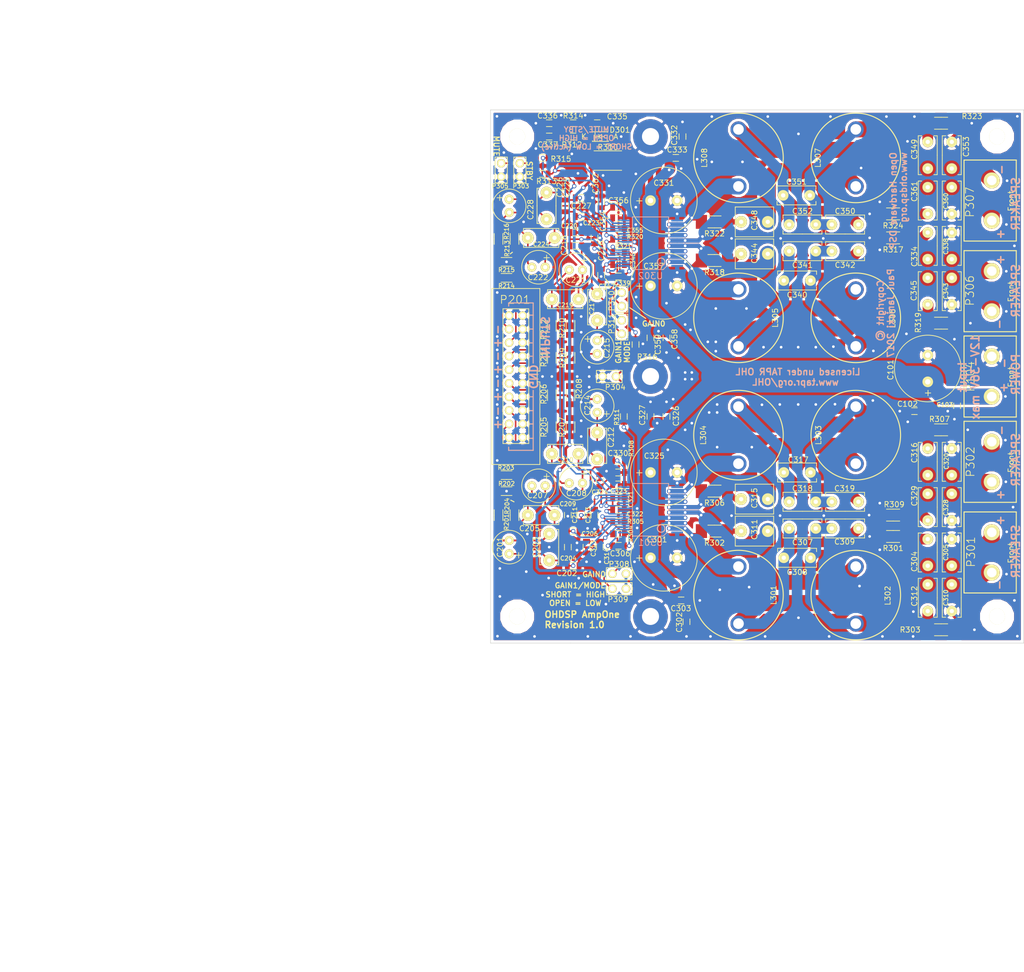
<source format=kicad_pcb>
(kicad_pcb (version 4) (host pcbnew 4.0.5)
  (title_block (title "AmpOne - Class D Amp Module") (date 2017-02-14) (rev 1.0) (company "Open Hardware DSP Platform - www.ohdsp.org") (comment 1 "MERCHANTABILITY, SATISFACTORY QUALITY AND FITNESS FOR A PARTICULAR PURPOSE.") (comment 2 "is distributed WITHOUT ANY EXPRESS OR IMPLIED WARRANTY, INCLUDING OF") (comment 3 "Licensed under the TAPR Open Hardware License (www.tapr.org/OHL). This documentation") (comment 4 "Copyright Paul Janicki 2017"))
  (layers (0 F.Cu signal) (31 B.Cu signal) (34 B.Paste user) (35 F.Paste user) (36 B.SilkS user) (37 F.SilkS user) (38 B.Mask user) (39 F.Mask user) (44 Edge.Cuts user))
  (net 0 "")
  (net 1 GNDD)
  (net 2 VCC)
  (net 3 /InputStage/P1)
  (net 4 /InputStage/N1)
  (net 5 /InputStage/P2)
  (net 6 /InputStage/N2)
  (net 7 "Net-(C312-Pad2)")
  (net 8 /InputStage/P3)
  (net 9 /InputStage/N3)
  (net 10 /InputStage/P4)
  (net 11 /InputStage/N4)
  (net 12 "Net-(C315-Pad2)")
  (net 13 /TDA7498/MUTE)
  (net 14 /TDA7498/STBY)
  (net 15 "Net-(C329-Pad2)")
  (net 16 "Net-(C201-Pad2)")
  (net 17 "Net-(C205-Pad2)")
  (net 18 "Net-(C208-Pad2)")
  (net 19 "Net-(C212-Pad2)")
  (net 20 "Net-(C215-Pad2)")
  (net 21 "Net-(C219-Pad2)")
  (net 22 "Net-(C222-Pad2)")
  (net 23 "Net-(C226-Pad2)")
  (net 24 "Net-(C304-Pad1)")
  (net 25 "Net-(C304-Pad2)")
  (net 26 "Net-(C306-Pad1)")
  (net 27 "Net-(C306-Pad2)")
  (net 28 "Net-(C307-Pad2)")
  (net 29 "Net-(C311-Pad1)")
  (net 30 "Net-(C311-Pad2)")
  (net 31 "Net-(C313-Pad1)")
  (net 32 "Net-(C315-Pad1)")
  (net 33 "Net-(C316-Pad1)")
  (net 34 "Net-(C316-Pad2)")
  (net 35 "Net-(C317-Pad2)")
  (net 36 "Net-(C321-Pad1)")
  (net 37 "Net-(C323-Pad1)")
  (net 38 "Net-(C324-Pad1)")
  (net 39 "Net-(C330-Pad1)")
  (net 40 "Net-(C334-Pad1)")
  (net 41 "Net-(C334-Pad2)")
  (net 42 "Net-(C339-Pad1)")
  (net 43 "Net-(C339-Pad2)")
  (net 44 "Net-(C340-Pad2)")
  (net 45 "Net-(C344-Pad1)")
  (net 46 "Net-(C344-Pad2)")
  (net 47 "Net-(C345-Pad2)")
  (net 48 "Net-(C346-Pad1)")
  (net 49 "Net-(C348-Pad1)")
  (net 50 "Net-(C348-Pad2)")
  (net 51 "Net-(C349-Pad1)")
  (net 52 "Net-(C349-Pad2)")
  (net 53 "Net-(C350-Pad2)")
  (net 54 "Net-(C354-Pad1)")
  (net 55 "Net-(C356-Pad1)")
  (net 56 "Net-(C361-Pad2)")
  (net 57 "Net-(C362-Pad1)")
  (net 58 "Net-(L301-Pad1)")
  (net 59 "Net-(L304-Pad1)")
  (net 60 "Net-(L305-Pad1)")
  (net 61 "Net-(L308-Pad1)")
  (net 62 "Net-(P201-Pad4)")
  (net 63 "Net-(P201-Pad6)")
  (net 64 "Net-(P201-Pad8)")
  (net 65 "Net-(P201-Pad10)")
  (net 66 "Net-(P201-Pad12)")
  (net 67 "Net-(P201-Pad14)")
  (net 68 "Net-(P201-Pad16)")
  (net 69 "Net-(P201-Pad18)")
  (net 70 "Net-(P303-Pad2)")
  (net 71 "Net-(P304-Pad2)")
  (net 72 "Net-(P305-Pad2)")
  (net 73 "Net-(R311-Pad2)")
  (net 74 "Net-(R316-Pad1)")
  (net 75 /TDA7498/3v3)
  (net 76 /TDA7498/GAIN0A)
  (net 77 /TDA7498/GAIN1A)
  (net 78 /TDA7498/GAIN0B)
  (net 79 /TDA7498/GAIN1B)
  (module MyKiCadLibs-Footprints:SMD-0805 (layer F.Cu) (at 137 78.75 270)
    (fp_text reference C359 (at 1.25 -1.4 270) (layer F.SilkS))
    (fp_text value 100n hide)
    (pad 1 smd rect (at -1.1 0 270) (size 0.9 1.3) (layers F.Cu F.Paste F.Mask) (net 2 VCC))
    (pad 2 smd rect (at 1.1 0 270) (size 0.9 1.3) (layers F.Cu F.Paste F.Mask) (net 1 GNDD))
  )
  (module MyKiCadLibs-Footprints:SMD-0805 (layer F.Cu) (at 121.5 118 90)
    (fp_text reference C204 (at -2.1 0.1 180) (layer F.SilkS) (effects (font (size 0.8 0.8))))
    (fp_text value 1n hide)
    (pad 1 smd rect (at -1.1 0 90) (size 0.9 1.3) (layers F.Cu F.Paste F.Mask) (net 3 /InputStage/P1))
    (pad 2 smd rect (at 1.1 0 90) (size 0.9 1.3) (layers F.Cu F.Paste F.Mask) (net 4 /InputStage/N1))
  )
  (module MyKiCadLibs-Footprints:SMD-0805 (layer F.Cu) (at 121.5 112 90)
    (fp_text reference C209 (at 2.1 0 180) (layer F.SilkS) (effects (font (size 0.8 0.8))))
    (fp_text value 1n hide)
    (pad 1 smd rect (at -1.1 0 90) (size 0.9 1.3) (layers F.Cu F.Paste F.Mask) (net 1 GNDD))
    (pad 2 smd rect (at 1.1 0 90) (size 0.9 1.3) (layers F.Cu F.Paste F.Mask) (net 5 /InputStage/P2))
  )
  (module MyKiCadLibs-Footprints:SMD-0805 (layer F.Cu) (at 131 62.75 180)
    (fp_text reference R321 (at -0.9 1.15 360) (layer F.SilkS) (effects (font (size 0.8 0.8))))
    (fp_text value 10k hide)
    (pad 1 smd rect (at -1.1 0 180) (size 0.9 1.3) (layers F.Cu F.Paste F.Mask) (net 1 GNDD))
    (pad 2 smd rect (at 1.1 0 180) (size 0.9 1.3) (layers F.Cu F.Paste F.Mask) (net 78 /TDA7498/GAIN0B))
  )
  (module MyKiCadLibs-Footprints:SMD-0805 (layer F.Cu) (at 131 104 180)
    (fp_text reference R308 (at -2.4 4.5 270) (layer F.SilkS) (effects (font (size 0.8 0.8))))
    (fp_text value 39k hide)
    (pad 1 smd rect (at -1.1 0 180) (size 0.9 1.3) (layers F.Cu F.Paste F.Mask) (net 1 GNDD))
    (pad 2 smd rect (at 1.1 0 180) (size 0.9 1.3) (layers F.Cu F.Paste F.Mask) (net 38 "Net-(C324-Pad1)"))
  )
  (module MyKiCadLibs-Footprints:SMD-0805 (layer F.Cu) (at 131 113.25 180)
    (fp_text reference R305 (at -3.2 0.05 180) (layer F.SilkS) (effects (font (size 0.8 0.8))))
    (fp_text value 10k hide)
    (pad 1 smd rect (at -1.1 0 180) (size 0.9 1.3) (layers F.Cu F.Paste F.Mask) (net 1 GNDD))
    (pad 2 smd rect (at 1.1 0 180) (size 0.9 1.3) (layers F.Cu F.Paste F.Mask) (net 76 /TDA7498/GAIN0A))
  )
  (module MyKiCadLibs-Footprints:SMD-0805 (layer F.Cu) (at 131 115.5 180)
    (fp_text reference R304 (at -2.3 0 270) (layer F.SilkS) (effects (font (size 0.8 0.8))))
    (fp_text value 10k hide)
    (pad 1 smd rect (at -1.1 0 180) (size 0.9 1.3) (layers F.Cu F.Paste F.Mask) (net 1 GNDD))
    (pad 2 smd rect (at 1.1 0 180) (size 0.9 1.3) (layers F.Cu F.Paste F.Mask) (net 77 /TDA7498/GAIN1A))
  )
  (module MyKiCadLibs-Footprints:SMD-0805 (layer F.Cu) (at 126.5 112 90)
    (fp_text reference C213 (at 0 -1.2 90) (layer F.SilkS) (effects (font (size 0.8 0.8))))
    (fp_text value 1n hide)
    (pad 1 smd rect (at -1.1 0 90) (size 0.9 1.3) (layers F.Cu F.Paste F.Mask) (net 1 GNDD))
    (pad 2 smd rect (at 1.1 0 90) (size 0.9 1.3) (layers F.Cu F.Paste F.Mask) (net 6 /InputStage/N2))
  )
  (module MyKiCadLibs-Footprints:SMD-0805 (layer F.Cu) (at 124 112 90)
    (fp_text reference C211 (at 0 -1.2 90) (layer F.SilkS) (effects (font (size 0.8 0.8))))
    (fp_text value 1n hide)
    (pad 1 smd rect (at -1.1 0 90) (size 0.9 1.3) (layers F.Cu F.Paste F.Mask) (net 5 /InputStage/P2))
    (pad 2 smd rect (at 1.1 0 90) (size 0.9 1.3) (layers F.Cu F.Paste F.Mask) (net 6 /InputStage/N2))
  )
  (module MyKiCadLibs-Footprints:SMD-0805 (layer F.Cu) (at 122.5 115 180)
    (fp_text reference C206 (at -3.1 -0.5 180) (layer F.SilkS) (effects (font (size 0.8 0.8))))
    (fp_text value 1n hide)
    (pad 1 smd rect (at -1.1 0 180) (size 0.9 1.3) (layers F.Cu F.Paste F.Mask) (net 1 GNDD))
    (pad 2 smd rect (at 1.1 0 180) (size 0.9 1.3) (layers F.Cu F.Paste F.Mask) (net 4 /InputStage/N1))
  )
  (module MyKiCadLibs-Footprints:SMD-0805 (layer F.Cu) (at 126.5 60 270)
    (fp_text reference C216 (at 2.4 -1.3 450) (layer F.SilkS))
    (fp_text value 1n hide)
    (pad 1 smd rect (at -1.1 0 270) (size 0.9 1.3) (layers F.Cu F.Paste F.Mask) (net 1 GNDD))
    (pad 2 smd rect (at 1.1 0 270) (size 0.9 1.3) (layers F.Cu F.Paste F.Mask) (net 8 /InputStage/P3))
  )
  (module MyKiCadLibs-Footprints:SMD-0805 (layer F.Cu) (at 122.5 121.5 180)
    (fp_text reference C202 (at 1.2 -1.4 180) (layer F.SilkS))
    (fp_text value 1n hide)
    (pad 1 smd rect (at -1.1 0 180) (size 0.9 1.3) (layers F.Cu F.Paste F.Mask) (net 1 GNDD))
    (pad 2 smd rect (at 1.1 0 180) (size 0.9 1.3) (layers F.Cu F.Paste F.Mask) (net 3 /InputStage/P1))
  )
  (module MyKiCadLibs-Footprints:SMD-0805 (layer F.Cu) (at 132 93.5 270)
    (fp_text reference R311 (at 0.138 1.334 270) (layer F.SilkS) (effects (font (size 0.8 0.8))))
    (fp_text value 0 hide)
    (pad 1 smd rect (at -1.1 0 270) (size 0.9 1.3) (layers F.Cu F.Paste F.Mask) (net 71 "Net-(P304-Pad2)"))
    (pad 2 smd rect (at 1.1 0 270) (size 0.9 1.3) (layers F.Cu F.Paste F.Mask) (net 73 "Net-(R311-Pad2)"))
  )
  (module MyKiCadLibs-Footprints:SMD-0805 (layer F.Cu) (at 131 60.25 180)
    (fp_text reference R320 (at -3.1 0.45 180) (layer F.SilkS) (effects (font (size 0.8 0.8))))
    (fp_text value 10k hide)
    (pad 1 smd rect (at -1.1 0 180) (size 0.9 1.3) (layers F.Cu F.Paste F.Mask) (net 1 GNDD))
    (pad 2 smd rect (at 1.1 0 180) (size 0.9 1.3) (layers F.Cu F.Paste F.Mask) (net 79 /TDA7498/GAIN1B))
  )
  (module MyKiCadLibs-Footprints:SMD-0805 (layer F.Cu) (at 186.5 92.5 180)
    (fp_text reference C102 (at 1.3 1.35 180) (layer F.SilkS))
    (fp_text value 4u7 hide)
    (pad 1 smd rect (at -1.1 0 180) (size 0.9 1.3) (layers F.Cu F.Paste F.Mask) (net 2 VCC))
    (pad 2 smd rect (at 1.1 0 180) (size 0.9 1.3) (layers F.Cu F.Paste F.Mask) (net 1 GNDD))
  )
  (module MyKiCadLibs-Footprints:SMD-0805 (layer F.Cu) (at 194.5 91.5 270)
    (fp_text reference C103 (at -0.2 2.3 540) (layer F.SilkS) (effects (font (size 0.8 0.8))))
    (fp_text value 100n hide)
    (pad 1 smd rect (at -1.1 0 270) (size 0.9 1.3) (layers F.Cu F.Paste F.Mask) (net 2 VCC))
    (pad 2 smd rect (at 1.1 0 270) (size 0.9 1.3) (layers F.Cu F.Paste F.Mask) (net 1 GNDD))
  )
  (module MyKiCadLibs-Footprints:SMD-0805 (layer F.Cu) (at 134.2 80 270)
    (fp_text reference R316 (at 2.3 -2.2 360) (layer F.SilkS))
    (fp_text value 33 hide)
    (pad 1 smd rect (at -1.1 0 270) (size 0.9 1.3) (layers F.Cu F.Paste F.Mask) (net 74 "Net-(R316-Pad1)"))
    (pad 2 smd rect (at 1.1 0 270) (size 0.9 1.3) (layers F.Cu F.Paste F.Mask) (net 71 "Net-(P304-Pad2)"))
  )
  (module MyKiCadLibs-Footprints:CAP-TH-D6.3mmP2.5mm (layer F.Cu) (at 110.5 118 90)
    (fp_text reference C201 (at 0 -1.7 90) (layer F.SilkS))
    (fp_text value 10u hide)
    (pad 1 thru_hole circle (at -1.25 0 90) (size 1.7 1.7) (drill 0.8) (layers *.Cu *.Mask F.SilkS) (net 3 /InputStage/P1))
    (pad 2 thru_hole circle (at 1.25 0 90) (size 1.7 1.7) (drill 0.8) (layers *.Cu *.Mask F.SilkS) (net 16 "Net-(C201-Pad2)"))
  )
  (module MyKiCadLibs-Footprints:CAP_TH_5mm_W3.5mm (layer F.Cu) (at 118 118 90)
    (fp_text reference C203 (at 0 -2.5 270) (layer F.SilkS))
    (fp_text value 100n hide)
    (pad 1 thru_hole circle (at -2.5 0 90) (size 2.2 2.2) (drill 0.8) (layers *.Cu *.Mask F.SilkS) (net 3 /InputStage/P1))
    (pad 2 thru_hole circle (at 2.5 0 90) (size 2.2 2.2) (drill 0.8) (layers *.Cu *.Mask F.SilkS) (net 16 "Net-(C201-Pad2)"))
  )
  (module MyKiCadLibs-Footprints:CAP_TH_5mm_W3.5mm (layer F.Cu) (at 116.5 112 180)
    (fp_text reference C205 (at 2.2 -2.5 360) (layer F.SilkS))
    (fp_text value 100n hide)
    (pad 1 thru_hole circle (at -2.5 0 180) (size 2.2 2.2) (drill 0.8) (layers *.Cu *.Mask F.SilkS) (net 4 /InputStage/N1))
    (pad 2 thru_hole circle (at 2.5 0 180) (size 2.2 2.2) (drill 0.8) (layers *.Cu *.Mask F.SilkS) (net 17 "Net-(C205-Pad2)"))
  )
  (module MyKiCadLibs-Footprints:CAP-TH-D6.3mmP2.5mm (layer F.Cu) (at 116 106.5 180)
    (fp_text reference C207 (at 0.2 -1.8 180) (layer F.SilkS))
    (fp_text value 10u hide)
    (pad 1 thru_hole circle (at -1.25 0 180) (size 1.7 1.7) (drill 0.8) (layers *.Cu *.Mask F.SilkS) (net 4 /InputStage/N1))
    (pad 2 thru_hole circle (at 1.25 0 180) (size 1.7 1.7) (drill 0.8) (layers *.Cu *.Mask F.SilkS) (net 17 "Net-(C205-Pad2)"))
  )
  (module MyKiCadLibs-Footprints:CAP-TH-D6.3mmP2.5mm (layer F.Cu) (at 123 106 180)
    (fp_text reference C208 (at -0.1 -1.9 180) (layer F.SilkS))
    (fp_text value 10u hide)
    (pad 1 thru_hole circle (at -1.25 0 180) (size 1.7 1.7) (drill 0.8) (layers *.Cu *.Mask F.SilkS) (net 5 /InputStage/P2))
    (pad 2 thru_hole circle (at 1.25 0 180) (size 1.7 1.7) (drill 0.8) (layers *.Cu *.Mask F.SilkS) (net 18 "Net-(C208-Pad2)"))
  )
  (module MyKiCadLibs-Footprints:CAP_TH_5mm_W3.5mm (layer F.Cu) (at 121 100.5 180)
    (fp_text reference C210 (at 0 -1.1 180) (layer F.SilkS) (effects (font (size 0.8 0.8))))
    (fp_text value 100n hide)
    (pad 1 thru_hole circle (at -2.5 0 180) (size 2.2 2.2) (drill 0.8) (layers *.Cu *.Mask F.SilkS) (net 5 /InputStage/P2))
    (pad 2 thru_hole circle (at 2.5 0 180) (size 2.2 2.2) (drill 0.8) (layers *.Cu *.Mask F.SilkS) (net 18 "Net-(C208-Pad2)"))
  )
  (module MyKiCadLibs-Footprints:CAP_TH_5mm_W3.5mm (layer F.Cu) (at 127 99 270)
    (fp_text reference C212 (at -1.6 -2.6 270) (layer F.SilkS))
    (fp_text value 100n hide)
    (pad 1 thru_hole circle (at -2.5 0 270) (size 2.2 2.2) (drill 0.8) (layers *.Cu *.Mask F.SilkS) (net 6 /InputStage/N2))
    (pad 2 thru_hole circle (at 2.5 0 270) (size 2.2 2.2) (drill 0.8) (layers *.Cu *.Mask F.SilkS) (net 19 "Net-(C212-Pad2)"))
  )
  (module MyKiCadLibs-Footprints:CAP-TH-D6.3mmP2.5mm (layer F.Cu) (at 127 91.5 90)
    (fp_text reference C214 (at 0.1 -1.8 90) (layer F.SilkS))
    (fp_text value 10u hide)
    (pad 1 thru_hole circle (at -1.25 0 90) (size 1.7 1.7) (drill 0.8) (layers *.Cu *.Mask F.SilkS) (net 6 /InputStage/N2))
    (pad 2 thru_hole circle (at 1.25 0 90) (size 1.7 1.7) (drill 0.8) (layers *.Cu *.Mask F.SilkS) (net 19 "Net-(C212-Pad2)"))
  )
  (module MyKiCadLibs-Footprints:CAP-TH-D6.3mmP2.5mm (layer F.Cu) (at 127 80.5 270)
    (fp_text reference C215 (at 0.2 -1.8 270) (layer F.SilkS))
    (fp_text value 10u hide)
    (pad 1 thru_hole circle (at -1.25 0 270) (size 1.7 1.7) (drill 0.8) (layers *.Cu *.Mask F.SilkS) (net 8 /InputStage/P3))
    (pad 2 thru_hole circle (at 1.25 0 270) (size 1.7 1.7) (drill 0.8) (layers *.Cu *.Mask F.SilkS) (net 20 "Net-(C215-Pad2)"))
  )
  (module MyKiCadLibs-Footprints:CAP_TH_5mm_W3.5mm (layer F.Cu) (at 127 73 270)
    (fp_text reference C217 (at 0 1 270) (layer F.SilkS) (effects (font (size 0.8 0.8))))
    (fp_text value 100n hide)
    (pad 1 thru_hole circle (at -2.5 0 270) (size 2.2 2.2) (drill 0.8) (layers *.Cu *.Mask F.SilkS) (net 8 /InputStage/P3))
    (pad 2 thru_hole circle (at 2.5 0 270) (size 2.2 2.2) (drill 0.8) (layers *.Cu *.Mask F.SilkS) (net 20 "Net-(C215-Pad2)"))
  )
  (module MyKiCadLibs-Footprints:SMD-0805 (layer F.Cu) (at 123 61.5 180)
    (fp_text reference C218 (at 2.2 0.1 270) (layer F.SilkS))
    (fp_text value 1n hide)
    (pad 1 smd rect (at -1.1 0 180) (size 0.9 1.3) (layers F.Cu F.Paste F.Mask) (net 8 /InputStage/P3))
    (pad 2 smd rect (at 1.1 0 180) (size 0.9 1.3) (layers F.Cu F.Paste F.Mask) (net 9 /InputStage/N3))
  )
  (module MyKiCadLibs-Footprints:CAP_TH_5mm_W3.5mm (layer F.Cu) (at 121 71.5 180)
    (fp_text reference C219 (at 0 -1.1 180) (layer F.SilkS) (effects (font (size 0.8 0.8))))
    (fp_text value 100n hide)
    (pad 1 thru_hole circle (at -2.5 0 180) (size 2.2 2.2) (drill 0.8) (layers *.Cu *.Mask F.SilkS) (net 9 /InputStage/N3))
    (pad 2 thru_hole circle (at 2.5 0 180) (size 2.2 2.2) (drill 0.8) (layers *.Cu *.Mask F.SilkS) (net 21 "Net-(C219-Pad2)"))
  )
  (module MyKiCadLibs-Footprints:SMD-0805 (layer F.Cu) (at 123 59 180)
    (fp_text reference C220 (at 1.25 1.25 180) (layer F.SilkS) (effects (font (size 0.8 0.8))))
    (fp_text value 1n hide)
    (pad 1 smd rect (at -1.1 0 180) (size 0.9 1.3) (layers F.Cu F.Paste F.Mask) (net 1 GNDD))
    (pad 2 smd rect (at 1.1 0 180) (size 0.9 1.3) (layers F.Cu F.Paste F.Mask) (net 9 /InputStage/N3))
  )
  (module MyKiCadLibs-Footprints:CAP-TH-D6.3mmP2.5mm (layer F.Cu) (at 123 66 180)
    (fp_text reference C221 (at 0 -1.9 180) (layer F.SilkS))
    (fp_text value 10u hide)
    (pad 1 thru_hole circle (at -1.25 0 180) (size 1.7 1.7) (drill 0.8) (layers *.Cu *.Mask F.SilkS) (net 9 /InputStage/N3))
    (pad 2 thru_hole circle (at 1.25 0 180) (size 1.7 1.7) (drill 0.8) (layers *.Cu *.Mask F.SilkS) (net 21 "Net-(C219-Pad2)"))
  )
  (module MyKiCadLibs-Footprints:CAP-TH-D6.3mmP2.5mm (layer F.Cu) (at 116 65.5 180)
    (fp_text reference C222 (at 0.1 -1.9 180) (layer F.SilkS))
    (fp_text value 10u hide)
    (pad 1 thru_hole circle (at -1.25 0 180) (size 1.7 1.7) (drill 0.8) (layers *.Cu *.Mask F.SilkS) (net 10 /InputStage/P4))
    (pad 2 thru_hole circle (at 1.25 0 180) (size 1.7 1.7) (drill 0.8) (layers *.Cu *.Mask F.SilkS) (net 22 "Net-(C222-Pad2)"))
  )
  (module MyKiCadLibs-Footprints:SMD-0805 (layer F.Cu) (at 124 56 180)
    (fp_text reference C223 (at -1.9 -1.2 180) (layer F.SilkS) (effects (font (size 0.8 0.8))))
    (fp_text value 1n hide)
    (pad 1 smd rect (at -1.1 0 180) (size 0.9 1.3) (layers F.Cu F.Paste F.Mask) (net 1 GNDD))
    (pad 2 smd rect (at 1.1 0 180) (size 0.9 1.3) (layers F.Cu F.Paste F.Mask) (net 10 /InputStage/P4))
  )
  (module MyKiCadLibs-Footprints:CAP_TH_5mm_W3.5mm (layer F.Cu) (at 116.5 60 180)
    (fp_text reference C224 (at 0 -1.2 180) (layer F.SilkS) (effects (font (size 0.8 0.8))))
    (fp_text value 100n hide)
    (pad 1 thru_hole circle (at -2.5 0 180) (size 2.2 2.2) (drill 0.8) (layers *.Cu *.Mask F.SilkS) (net 10 /InputStage/P4))
    (pad 2 thru_hole circle (at 2.5 0 180) (size 2.2 2.2) (drill 0.8) (layers *.Cu *.Mask F.SilkS) (net 22 "Net-(C222-Pad2)"))
  )
  (module MyKiCadLibs-Footprints:SMD-0805 (layer F.Cu) (at 121 54 90)
    (fp_text reference C225 (at 3.5 0.3 90) (layer F.SilkS))
    (fp_text value 1n hide)
    (pad 1 smd rect (at -1.1 0 90) (size 0.9 1.3) (layers F.Cu F.Paste F.Mask) (net 10 /InputStage/P4))
    (pad 2 smd rect (at 1.1 0 90) (size 0.9 1.3) (layers F.Cu F.Paste F.Mask) (net 11 /InputStage/N4))
  )
  (module MyKiCadLibs-Footprints:CAP_TH_5mm_W3.5mm (layer F.Cu) (at 117.5 54 270)
    (fp_text reference C226 (at -3.5 -2.5 270) (layer F.SilkS))
    (fp_text value 100n hide)
    (pad 1 thru_hole circle (at -2.5 0 270) (size 2.2 2.2) (drill 0.8) (layers *.Cu *.Mask F.SilkS) (net 11 /InputStage/N4))
    (pad 2 thru_hole circle (at 2.5 0 270) (size 2.2 2.2) (drill 0.8) (layers *.Cu *.Mask F.SilkS) (net 23 "Net-(C226-Pad2)"))
  )
  (module MyKiCadLibs-Footprints:SMD-0805 (layer F.Cu) (at 124 52.5 180)
    (fp_text reference C227 (at 0 -1.5 180) (layer F.SilkS))
    (fp_text value 1n hide)
    (pad 1 smd rect (at -1.1 0 180) (size 0.9 1.3) (layers F.Cu F.Paste F.Mask) (net 1 GNDD))
    (pad 2 smd rect (at 1.1 0 180) (size 0.9 1.3) (layers F.Cu F.Paste F.Mask) (net 11 /InputStage/N4))
  )
  (module MyKiCadLibs-Footprints:CAP-TH-D6.3mmP2.5mm (layer F.Cu) (at 110.5 54 270)
    (fp_text reference C228 (at 0.7 -4 270) (layer F.SilkS))
    (fp_text value 10u hide)
    (pad 1 thru_hole circle (at -1.25 0 270) (size 1.7 1.7) (drill 0.8) (layers *.Cu *.Mask F.SilkS) (net 11 /InputStage/N4))
    (pad 2 thru_hole circle (at 1.25 0 270) (size 1.7 1.7) (drill 0.8) (layers *.Cu *.Mask F.SilkS) (net 23 "Net-(C226-Pad2)"))
  )
  (module MyKiCadLibs-Footprints:SMD-0805 (layer F.Cu) (at 143.75 132 270)
    (fp_text reference C302 (at 0.1 1.35 270) (layer F.SilkS))
    (fp_text value 4u7 hide)
    (pad 1 smd rect (at -1.1 0 270) (size 0.9 1.3) (layers F.Cu F.Paste F.Mask) (net 2 VCC))
    (pad 2 smd rect (at 1.1 0 270) (size 0.9 1.3) (layers F.Cu F.Paste F.Mask) (net 1 GNDD))
  )
  (module MyKiCadLibs-Footprints:SMD-0805 (layer F.Cu) (at 142.75 128)
    (fp_text reference C303 (at -0.05 1.5) (layer F.SilkS))
    (fp_text value 100n hide)
    (pad 1 smd rect (at -1.1 0) (size 0.9 1.3) (layers F.Cu F.Paste F.Mask) (net 2 VCC))
    (pad 2 smd rect (at 1.1 0) (size 0.9 1.3) (layers F.Cu F.Paste F.Mask) (net 1 GNDD))
  )
  (module MyKiCadLibs-Footprints:SMD-0805 (layer F.Cu) (at 131 117.75 180)
    (fp_text reference C306 (at -0.3 -1.45 180) (layer F.SilkS))
    (fp_text value 100n hide)
    (pad 1 smd rect (at -1.1 0 180) (size 0.9 1.3) (layers F.Cu F.Paste F.Mask) (net 26 "Net-(C306-Pad1)"))
    (pad 2 smd rect (at 1.1 0 180) (size 0.9 1.3) (layers F.Cu F.Paste F.Mask) (net 27 "Net-(C306-Pad2)"))
  )
  (module MyKiCadLibs-Footprints:CAP_TH_5mm (layer F.Cu) (at 156.5 115)
    (fp_text reference C311 (at 0 -0.3 90) (layer F.SilkS))
    (fp_text value 330p hide)
    (pad 1 thru_hole circle (at -2.5 0) (size 2.2 2.2) (drill 0.8) (layers *.Cu *.Mask F.SilkS) (net 29 "Net-(C311-Pad1)"))
    (pad 2 thru_hole circle (at 2.5 0) (size 2.2 2.2) (drill 0.8) (layers *.Cu *.Mask F.SilkS) (net 30 "Net-(C311-Pad2)"))
  )
  (module MyKiCadLibs-Footprints:SMD-0805 (layer F.Cu) (at 125 118 270)
    (fp_text reference C313 (at 0.254 -1.3 270) (layer F.SilkS) (effects (font (size 0.8 0.8))))
    (fp_text value 100n hide)
    (pad 1 smd rect (at -1.1 0 270) (size 0.9 1.3) (layers F.Cu F.Paste F.Mask) (net 31 "Net-(C313-Pad1)"))
    (pad 2 smd rect (at 1.1 0 270) (size 0.9 1.3) (layers F.Cu F.Paste F.Mask) (net 1 GNDD))
  )
  (module MyKiCadLibs-Footprints:SMD-0805 (layer F.Cu) (at 127.5 118 270)
    (fp_text reference C314 (at 1.7 -1.3 270) (layer F.SilkS) (effects (font (size 0.8 0.8))))
    (fp_text value 10u hide)
    (pad 1 smd rect (at -1.1 0 270) (size 0.9 1.3) (layers F.Cu F.Paste F.Mask) (net 31 "Net-(C313-Pad1)"))
    (pad 2 smd rect (at 1.1 0 270) (size 0.9 1.3) (layers F.Cu F.Paste F.Mask) (net 1 GNDD))
  )
  (module MyKiCadLibs-Footprints:CAP_TH_5mm (layer F.Cu) (at 156.5 109)
    (fp_text reference C315 (at 0 -0.2 90) (layer F.SilkS))
    (fp_text value 330p hide)
    (pad 1 thru_hole circle (at -2.5 0) (size 2.2 2.2) (drill 0.8) (layers *.Cu *.Mask F.SilkS) (net 32 "Net-(C315-Pad1)"))
    (pad 2 thru_hole circle (at 2.5 0) (size 2.2 2.2) (drill 0.8) (layers *.Cu *.Mask F.SilkS) (net 12 "Net-(C315-Pad2)"))
  )
  (module MyKiCadLibs-Footprints:SMD-0805 (layer F.Cu) (at 131 108.75)
    (fp_text reference C321 (at 2.3 0.25 90) (layer F.SilkS) (effects (font (size 0.8 0.8))))
    (fp_text value 100n hide)
    (pad 1 smd rect (at -1.1 0) (size 0.9 1.3) (layers F.Cu F.Paste F.Mask) (net 36 "Net-(C321-Pad1)"))
    (pad 2 smd rect (at 1.1 0) (size 0.9 1.3) (layers F.Cu F.Paste F.Mask) (net 1 GNDD))
  )
  (module MyKiCadLibs-Footprints:SMD-0805 (layer F.Cu) (at 131 111)
    (fp_text reference C322 (at 3.1 0.8) (layer F.SilkS) (effects (font (size 0.8 0.8))))
    (fp_text value 10u hide)
    (pad 1 smd rect (at -1.1 0) (size 0.9 1.3) (layers F.Cu F.Paste F.Mask) (net 36 "Net-(C321-Pad1)"))
    (pad 2 smd rect (at 1.1 0) (size 0.9 1.3) (layers F.Cu F.Paste F.Mask) (net 1 GNDD))
  )
  (module MyKiCadLibs-Footprints:SMD-0805 (layer F.Cu) (at 131 106.25)
    (fp_text reference C323 (at 0 1.25) (layer F.SilkS) (effects (font (size 0.8 0.8))))
    (fp_text value 100n hide)
    (pad 1 smd rect (at -1.1 0) (size 0.9 1.3) (layers F.Cu F.Paste F.Mask) (net 37 "Net-(C323-Pad1)"))
    (pad 2 smd rect (at 1.1 0) (size 0.9 1.3) (layers F.Cu F.Paste F.Mask) (net 1 GNDD))
  )
  (module MyKiCadLibs-Footprints:SMD-0805 (layer F.Cu) (at 127.5 105.5 90)
    (fp_text reference C324 (at -2.2 0 180) (layer F.SilkS) (effects (font (size 0.8 0.8))))
    (fp_text value 100n hide)
    (pad 1 smd rect (at -1.1 0 90) (size 0.9 1.3) (layers F.Cu F.Paste F.Mask) (net 38 "Net-(C324-Pad1)"))
    (pad 2 smd rect (at 1.1 0 90) (size 0.9 1.3) (layers F.Cu F.Paste F.Mask) (net 1 GNDD))
  )
  (module MyKiCadLibs-Footprints:SMD-0805 (layer F.Cu) (at 140 93.5 90)
    (fp_text reference C326 (at 0.1 1.8 90) (layer F.SilkS))
    (fp_text value 4u7 hide)
    (pad 1 smd rect (at -1.1 0 90) (size 0.9 1.3) (layers F.Cu F.Paste F.Mask) (net 2 VCC))
    (pad 2 smd rect (at 1.1 0 90) (size 0.9 1.3) (layers F.Cu F.Paste F.Mask) (net 1 GNDD))
  )
  (module MyKiCadLibs-Footprints:SMD-0805 (layer F.Cu) (at 137 93.5 90)
    (fp_text reference C327 (at 0.254 -1.524 90) (layer F.SilkS))
    (fp_text value 100n hide)
    (pad 1 smd rect (at -1.1 0 90) (size 0.9 1.3) (layers F.Cu F.Paste F.Mask) (net 2 VCC))
    (pad 2 smd rect (at 1.1 0 90) (size 0.9 1.3) (layers F.Cu F.Paste F.Mask) (net 1 GNDD))
  )
  (module MyKiCadLibs-Footprints:SMD-0805 (layer F.Cu) (at 131 101.75)
    (fp_text reference C330 (at -0.1 -1.35) (layer F.SilkS))
    (fp_text value 100n hide)
    (pad 1 smd rect (at -1.1 0) (size 0.9 1.3) (layers F.Cu F.Paste F.Mask) (net 39 "Net-(C330-Pad1)"))
    (pad 2 smd rect (at 1.1 0) (size 0.9 1.3) (layers F.Cu F.Paste F.Mask) (net 1 GNDD))
  )
  (module MyKiCadLibs-Footprints:SMD-0805 (layer F.Cu) (at 143 41 90)
    (fp_text reference C332 (at 0.254 -1.524 90) (layer F.SilkS))
    (fp_text value 4u7 hide)
    (pad 1 smd rect (at -1.1 0 90) (size 0.9 1.3) (layers F.Cu F.Paste F.Mask) (net 2 VCC))
    (pad 2 smd rect (at 1.1 0 90) (size 0.9 1.3) (layers F.Cu F.Paste F.Mask) (net 1 GNDD))
  )
  (module MyKiCadLibs-Footprints:SMD-0805 (layer F.Cu) (at 141.75 45)
    (fp_text reference C333 (at 0.254 -1.524) (layer F.SilkS))
    (fp_text value 100n hide)
    (pad 1 smd rect (at -1.1 0) (size 0.9 1.3) (layers F.Cu F.Paste F.Mask) (net 2 VCC))
    (pad 2 smd rect (at 1.1 0) (size 0.9 1.3) (layers F.Cu F.Paste F.Mask) (net 1 GNDD))
  )
  (module MyKiCadLibs-Footprints:SMD-0805 (layer F.Cu) (at 131 65)
    (fp_text reference C346 (at 2.7 -0.7 90) (layer F.SilkS) (effects (font (size 0.8 0.8))))
    (fp_text value 100n hide)
    (pad 1 smd rect (at -1.1 0) (size 0.9 1.3) (layers F.Cu F.Paste F.Mask) (net 48 "Net-(C346-Pad1)"))
    (pad 2 smd rect (at 1.1 0) (size 0.9 1.3) (layers F.Cu F.Paste F.Mask) (net 1 GNDD))
  )
  (module MyKiCadLibs-Footprints:SMD-0805 (layer F.Cu) (at 127.75 67 270)
    (fp_text reference C347 (at 2.1 -1.05 360) (layer F.SilkS) (effects (font (size 0.8 0.8))))
    (fp_text value 10u hide)
    (pad 1 smd rect (at -1.1 0 270) (size 0.9 1.3) (layers F.Cu F.Paste F.Mask) (net 48 "Net-(C346-Pad1)"))
    (pad 2 smd rect (at 1.1 0 270) (size 0.9 1.3) (layers F.Cu F.Paste F.Mask) (net 1 GNDD))
  )
  (module MyKiCadLibs-Footprints:SMD-0805 (layer F.Cu) (at 131 56.25)
    (fp_text reference C354 (at -2.9 0.65 90) (layer F.SilkS))
    (fp_text value 100n hide)
    (pad 1 smd rect (at -1.1 0) (size 0.9 1.3) (layers F.Cu F.Paste F.Mask) (net 54 "Net-(C354-Pad1)"))
    (pad 2 smd rect (at 1.1 0) (size 0.9 1.3) (layers F.Cu F.Paste F.Mask) (net 1 GNDD))
  )
  (module MyKiCadLibs-Footprints:SMD-0805 (layer F.Cu) (at 131 58.25)
    (fp_text reference C355 (at 3.1 0.35) (layer F.SilkS) (effects (font (size 0.8 0.8))))
    (fp_text value 10u hide)
    (pad 1 smd rect (at -1.1 0) (size 0.9 1.3) (layers F.Cu F.Paste F.Mask) (net 54 "Net-(C354-Pad1)"))
    (pad 2 smd rect (at 1.1 0) (size 0.9 1.3) (layers F.Cu F.Paste F.Mask) (net 1 GNDD))
  )
  (module MyKiCadLibs-Footprints:SMD-0805 (layer F.Cu) (at 131 54.25)
    (fp_text reference C356 (at 0 -1.25) (layer F.SilkS))
    (fp_text value 100n hide)
    (pad 1 smd rect (at -1.1 0) (size 0.9 1.3) (layers F.Cu F.Paste F.Mask) (net 55 "Net-(C356-Pad1)"))
    (pad 2 smd rect (at 1.1 0) (size 0.9 1.3) (layers F.Cu F.Paste F.Mask) (net 1 GNDD))
  )
  (module MyKiCadLibs-Footprints:SMD-0805 (layer F.Cu) (at 127.75 53.25 90)
    (fp_text reference C362 (at 3.45 -1.05 90) (layer F.SilkS))
    (fp_text value 100n hide)
    (pad 1 smd rect (at -1.1 0 90) (size 0.9 1.3) (layers F.Cu F.Paste F.Mask) (net 57 "Net-(C362-Pad1)"))
    (pad 2 smd rect (at 1.1 0 90) (size 0.9 1.3) (layers F.Cu F.Paste F.Mask) (net 1 GNDD))
  )
  (module MyKiCadLibs-Footprints:IND-TH-PCV-0-223-10L (layer F.Cu) (at 153.5 127 270)
    (fp_text reference L301 (at 0 -6.6 270) (layer F.SilkS))
    (fp_text value PCV-0-223-10L)
    (pad 1 thru_hole circle (at -5.35 0 270) (size 3 3) (drill 2) (layers *.Cu *.Mask) (net 58 "Net-(L301-Pad1)"))
    (pad 2 thru_hole circle (at 5.35 0 270) (size 3 3) (drill 2) (layers *.Cu *.Mask) (net 24 "Net-(C304-Pad1)"))
  )
  (module MyKiCadLibs-Footprints:IND-TH-PCV-0-223-10L (layer F.Cu) (at 175.5 127 270)
    (fp_text reference L302 (at 0.1 -6 270) (layer F.SilkS))
    (fp_text value PCV-0-223-10L)
    (pad 1 thru_hole circle (at -5.35 0 270) (size 3 3) (drill 2) (layers *.Cu *.Mask) (net 30 "Net-(C311-Pad2)"))
    (pad 2 thru_hole circle (at 5.35 0 270) (size 3 3) (drill 2) (layers *.Cu *.Mask) (net 28 "Net-(C307-Pad2)"))
  )
  (module MyKiCadLibs-Footprints:IND-TH-PCV-0-223-10L (layer F.Cu) (at 175.5 97 90)
    (fp_text reference L303 (at 0 -7 90) (layer F.SilkS))
    (fp_text value PCV-0-223-10L)
    (pad 1 thru_hole circle (at -5.35 0 90) (size 3 3) (drill 2) (layers *.Cu *.Mask) (net 12 "Net-(C315-Pad2)"))
    (pad 2 thru_hole circle (at 5.35 0 90) (size 3 3) (drill 2) (layers *.Cu *.Mask) (net 33 "Net-(C316-Pad1)"))
  )
  (module MyKiCadLibs-Footprints:IND-TH-PCV-0-223-10L (layer F.Cu) (at 153.5 97 90)
    (fp_text reference L304 (at 0 -6.6 90) (layer F.SilkS))
    (fp_text value PCV-0-223-10L)
    (pad 1 thru_hole circle (at -5.35 0 90) (size 3 3) (drill 2) (layers *.Cu *.Mask) (net 59 "Net-(L304-Pad1)"))
    (pad 2 thru_hole circle (at 5.35 0 90) (size 3 3) (drill 2) (layers *.Cu *.Mask) (net 35 "Net-(C317-Pad2)"))
  )
  (module MyKiCadLibs-Footprints:IND-TH-PCV-0-223-10L (layer F.Cu) (at 153.5 75 270)
    (fp_text reference L305 (at 0 -6.9 270) (layer F.SilkS))
    (fp_text value PCV-0-223-10L)
    (pad 1 thru_hole circle (at -5.35 0 270) (size 3 3) (drill 2) (layers *.Cu *.Mask) (net 60 "Net-(L305-Pad1)"))
    (pad 2 thru_hole circle (at 5.35 0 270) (size 3 3) (drill 2) (layers *.Cu *.Mask) (net 40 "Net-(C334-Pad1)"))
  )
  (module MyKiCadLibs-Footprints:IND-TH-PCV-0-223-10L (layer F.Cu) (at 175.5 75 270)
    (fp_text reference L306 (at 0.1 -6.9 270) (layer F.SilkS))
    (fp_text value PCV-0-223-10L)
    (pad 1 thru_hole circle (at -5.35 0 270) (size 3 3) (drill 2) (layers *.Cu *.Mask) (net 46 "Net-(C344-Pad2)"))
    (pad 2 thru_hole circle (at 5.35 0 270) (size 3 3) (drill 2) (layers *.Cu *.Mask) (net 44 "Net-(C340-Pad2)"))
  )
  (module MyKiCadLibs-Footprints:IND-TH-PCV-0-223-10L (layer F.Cu) (at 175.5 45 90)
    (fp_text reference L307 (at 0 -7.1 90) (layer F.SilkS))
    (fp_text value PCV-0-223-10L)
    (pad 1 thru_hole circle (at -5.35 0 90) (size 3 3) (drill 2) (layers *.Cu *.Mask) (net 50 "Net-(C348-Pad2)"))
    (pad 2 thru_hole circle (at 5.35 0 90) (size 3 3) (drill 2) (layers *.Cu *.Mask) (net 51 "Net-(C349-Pad1)"))
  )
  (module MyKiCadLibs-Footprints:IND-TH-PCV-0-223-10L (layer F.Cu) (at 153.5 45 90)
    (fp_text reference L308 (at 0 -6.4 90) (layer F.SilkS))
    (fp_text value PCV-0-223-10L)
    (pad 1 thru_hole circle (at -5.35 0 90) (size 3 3) (drill 2) (layers *.Cu *.Mask) (net 61 "Net-(L308-Pad1)"))
    (pad 2 thru_hole circle (at 5.35 0 90) (size 3 3) (drill 2) (layers *.Cu *.Mask) (net 53 "Net-(C350-Pad2)"))
  )
  (module MyKiCadLibs-Footprints:CONN-SCREW-2WAY-7.5mm-7.62mm (layer F.Cu) (at 201 86 90)
    (fp_text reference P104 (at 0 -4 90) (layer F.SilkS) (effects (font (size 1.5 1.5))))
    (fp_text value CONN_2x1 hide)
    (fp_text user Front (at -0.1 3.6 90) (layer F.SilkS))
    (pad 1 thru_hole circle (at -3.77 0 90) (size 3 3) (drill 1.8) (layers *.Cu *.Mask F.SilkS) (net 2 VCC))
    (pad 2 thru_hole circle (at 3.77 0 90) (size 3 3) (drill 1.8) (layers *.Cu *.Mask F.SilkS) (net 1 GNDD))
  )
  (module MyKiCadLibs-Footprints:CONN_DIL_2X10_BOX_1MM (layer F.Cu) (at 111.75 86 180)
    (fp_text reference P201 (at 0.15 14.4 360) (layer F.SilkS) (effects (font (size 1.5 1.5))))
    (fp_text value CONN_02X10 hide)
    (pad 1 thru_hole circle (at -1.27 -11.43 180) (size 1.6 1.6) (drill 1) (layers *.Cu *.Mask F.SilkS) (net 1 GNDD))
    (pad 2 thru_hole circle (at 1.27 -11.43 180) (size 1.6 1.6) (drill 1) (layers *.Cu *.Mask F.SilkS) (net 1 GNDD))
    (pad 3 thru_hole circle (at -1.27 -8.89 180) (size 1.6 1.6) (drill 1) (layers *.Cu *.Mask F.SilkS) (net 1 GNDD))
    (pad 4 thru_hole circle (at 1.27 -8.89 180) (size 1.6 1.6) (drill 1) (layers *.Cu *.Mask F.SilkS) (net 62 "Net-(P201-Pad4)"))
    (pad 5 thru_hole circle (at -1.27 -6.35 180) (size 1.6 1.6) (drill 1) (layers *.Cu *.Mask F.SilkS) (net 1 GNDD))
    (pad 6 thru_hole circle (at 1.27 -6.35 180) (size 1.6 1.6) (drill 1) (layers *.Cu *.Mask F.SilkS) (net 63 "Net-(P201-Pad6)"))
    (pad 7 thru_hole circle (at -1.27 -3.81 180) (size 1.6 1.6) (drill 1) (layers *.Cu *.Mask F.SilkS) (net 1 GNDD))
    (pad 8 thru_hole circle (at 1.27 -3.81 180) (size 1.6 1.6) (drill 1) (layers *.Cu *.Mask F.SilkS) (net 64 "Net-(P201-Pad8)"))
    (pad 9 thru_hole circle (at -1.27 -1.27 180) (size 1.6 1.6) (drill 1) (layers *.Cu *.Mask F.SilkS) (net 1 GNDD))
    (pad 10 thru_hole circle (at 1.27 -1.27 180) (size 1.6 1.6) (drill 1) (layers *.Cu *.Mask F.SilkS) (net 65 "Net-(P201-Pad10)"))
    (pad 11 thru_hole circle (at -1.27 1.27 180) (size 1.6 1.6) (drill 1) (layers *.Cu *.Mask F.SilkS) (net 1 GNDD))
    (pad 12 thru_hole circle (at 1.27 1.27 180) (size 1.6 1.6) (drill 1) (layers *.Cu *.Mask F.SilkS) (net 66 "Net-(P201-Pad12)"))
    (pad 13 thru_hole circle (at -1.27 3.81 180) (size 1.6 1.6) (drill 1) (layers *.Cu *.Mask F.SilkS) (net 1 GNDD))
    (pad 14 thru_hole circle (at 1.27 3.81 180) (size 1.6 1.6) (drill 1) (layers *.Cu *.Mask F.SilkS) (net 67 "Net-(P201-Pad14)"))
    (pad 15 thru_hole circle (at -1.27 6.35 180) (size 1.6 1.6) (drill 1) (layers *.Cu *.Mask F.SilkS) (net 1 GNDD))
    (pad 16 thru_hole circle (at 1.27 6.35 180) (size 1.6 1.6) (drill 1) (layers *.Cu *.Mask F.SilkS) (net 68 "Net-(P201-Pad16)"))
    (pad 17 thru_hole circle (at -1.27 8.89 180) (size 1.6 1.6) (drill 1) (layers *.Cu *.Mask F.SilkS) (net 1 GNDD))
    (pad 18 thru_hole circle (at 1.27 8.89 180) (size 1.6 1.6) (drill 1) (layers *.Cu *.Mask F.SilkS) (net 69 "Net-(P201-Pad18)"))
    (pad 19 thru_hole circle (at -1.27 11.43 180) (size 1.6 1.6) (drill 1) (layers *.Cu *.Mask F.SilkS) (net 1 GNDD))
    (pad 20 thru_hole circle (at 1.27 11.43 180) (size 1.6 1.6) (drill 1) (layers *.Cu *.Mask F.SilkS) (net 1 GNDD))
  )
  (module MyKiCadLibs-Footprints:CONN-SCREW-2WAY-7.5mm-7.62mm (layer F.Cu) (at 201 119 90)
    (fp_text reference P301 (at 0.1 -3.9 90) (layer F.SilkS) (effects (font (size 1.5 1.5))))
    (fp_text value CONN_2x1 hide)
    (fp_text user Front (at -0.1 3.6 90) (layer F.SilkS))
    (pad 1 thru_hole circle (at -3.77 0 90) (size 3 3) (drill 1.8) (layers *.Cu *.Mask F.SilkS) (net 28 "Net-(C307-Pad2)"))
    (pad 2 thru_hole circle (at 3.77 0 90) (size 3 3) (drill 1.8) (layers *.Cu *.Mask F.SilkS) (net 24 "Net-(C304-Pad1)"))
  )
  (module MyKiCadLibs-Footprints:CONN-SCREW-2WAY-7.5mm-7.62mm (layer F.Cu) (at 201 102 90)
    (fp_text reference P302 (at 0 -4 90) (layer F.SilkS) (effects (font (size 1.5 1.5))))
    (fp_text value CONN_2x1 hide)
    (fp_text user Front (at -0.1 3.6 90) (layer F.SilkS))
    (pad 1 thru_hole circle (at -3.77 0 90) (size 3 3) (drill 1.8) (layers *.Cu *.Mask F.SilkS) (net 35 "Net-(C317-Pad2)"))
    (pad 2 thru_hole circle (at 3.77 0 90) (size 3 3) (drill 1.8) (layers *.Cu *.Mask F.SilkS) (net 33 "Net-(C316-Pad1)"))
  )
  (module MyKiCadLibs-Footprints:CONN_SIL_2_1MM (layer F.Cu) (at 128 86)
    (fp_text reference P304 (at 2.4 2) (layer F.SilkS))
    (fp_text value CONN_2x1 hide)
    (pad 1 thru_hole circle (at 0 0) (size 1.6 1.6) (drill 1) (layers *.Cu *.Mask F.SilkS) (net 1 GNDD))
    (pad 2 thru_hole circle (at 2.54 0) (size 1.6 1.6) (drill 1) (layers *.Cu *.Mask F.SilkS) (net 71 "Net-(P304-Pad2)"))
  )
  (module MyKiCadLibs-Footprints:CONN-SCREW-2WAY-7.5mm-7.62mm (layer F.Cu) (at 201 70 90)
    (fp_text reference P306 (at 0.1 -4.1 90) (layer F.SilkS) (effects (font (size 1.5 1.5))))
    (fp_text value CONN_2x1 hide)
    (fp_text user Front (at -0.1 3.6 90) (layer F.SilkS))
    (pad 1 thru_hole circle (at -3.77 0 90) (size 3 3) (drill 1.8) (layers *.Cu *.Mask F.SilkS) (net 44 "Net-(C340-Pad2)"))
    (pad 2 thru_hole circle (at 3.77 0 90) (size 3 3) (drill 1.8) (layers *.Cu *.Mask F.SilkS) (net 40 "Net-(C334-Pad1)"))
  )
  (module MyKiCadLibs-Footprints:CONN-SCREW-2WAY-7.5mm-7.62mm (layer F.Cu) (at 201 53 90)
    (fp_text reference P307 (at -0.3 -4.1 90) (layer F.SilkS) (effects (font (size 1.5 1.5))))
    (fp_text value CONN_2x1 hide)
    (fp_text user Front (at -0.1 3.6 90) (layer F.SilkS))
    (pad 1 thru_hole circle (at -3.77 0 90) (size 3 3) (drill 1.8) (layers *.Cu *.Mask F.SilkS) (net 53 "Net-(C350-Pad2)"))
    (pad 2 thru_hole circle (at 3.77 0 90) (size 3 3) (drill 1.8) (layers *.Cu *.Mask F.SilkS) (net 51 "Net-(C349-Pad1)"))
  )
  (module MyKiCadLibs-Footprints:SMD-1206 (layer F.Cu) (at 108.5 112 90)
    (fp_text reference R201 (at -1.3 1.5 90) (layer F.SilkS) (effects (font (size 0.8 0.8))))
    (fp_text value 100 hide)
    (pad 1 smd rect (at -1.7 0 90) (size 1.1 1.7) (layers F.Cu F.Paste F.Mask) (net 16 "Net-(C201-Pad2)"))
    (pad 2 smd rect (at 1.7 0 90) (size 1.1 1.7) (layers F.Cu F.Paste F.Mask) (net 62 "Net-(P201-Pad4)"))
  )
  (module MyKiCadLibs-Footprints:SMD-1206 (layer F.Cu) (at 110 107.5 180)
    (fp_text reference R202 (at 0 1.4 180) (layer F.SilkS) (effects (font (size 0.8 0.8))))
    (fp_text value 100k hide)
    (pad 1 smd rect (at -1.7 0 180) (size 1.1 1.7) (layers F.Cu F.Paste F.Mask) (net 62 "Net-(P201-Pad4)"))
    (pad 2 smd rect (at 1.7 0 180) (size 1.1 1.7) (layers F.Cu F.Paste F.Mask) (net 1 GNDD))
  )
  (module MyKiCadLibs-Footprints:SMD-1206 (layer F.Cu) (at 110 104.5 180)
    (fp_text reference R203 (at 0.1 1.4 180) (layer F.SilkS) (effects (font (size 0.8 0.8))))
    (fp_text value 100k hide)
    (pad 1 smd rect (at -1.7 0 180) (size 1.1 1.7) (layers F.Cu F.Paste F.Mask) (net 63 "Net-(P201-Pad6)"))
    (pad 2 smd rect (at 1.7 0 180) (size 1.1 1.7) (layers F.Cu F.Paste F.Mask) (net 1 GNDD))
  )
  (module MyKiCadLibs-Footprints:SMD-1206 (layer F.Cu) (at 111.5 112 90)
    (fp_text reference R204 (at 1.7 -1.4 90) (layer F.SilkS) (effects (font (size 0.8 0.8))))
    (fp_text value 100 hide)
    (pad 1 smd rect (at -1.7 0 90) (size 1.1 1.7) (layers F.Cu F.Paste F.Mask) (net 17 "Net-(C205-Pad2)"))
    (pad 2 smd rect (at 1.7 0 90) (size 1.1 1.7) (layers F.Cu F.Paste F.Mask) (net 63 "Net-(P201-Pad6)"))
  )
  (module MyKiCadLibs-Footprints:SMD-1206 (layer F.Cu) (at 118.5 95.5 90)
    (fp_text reference R205 (at 0 -1.5 90) (layer F.SilkS))
    (fp_text value 100 hide)
    (pad 1 smd rect (at -1.7 0 90) (size 1.1 1.7) (layers F.Cu F.Paste F.Mask) (net 18 "Net-(C208-Pad2)"))
    (pad 2 smd rect (at 1.7 0 90) (size 1.1 1.7) (layers F.Cu F.Paste F.Mask) (net 64 "Net-(P201-Pad8)"))
  )
  (module MyKiCadLibs-Footprints:SMD-1206 (layer F.Cu) (at 118.5 89.5 90)
    (fp_text reference R206 (at 0.2 -1.5 90) (layer F.SilkS))
    (fp_text value 100k hide)
    (pad 1 smd rect (at -1.7 0 90) (size 1.1 1.7) (layers F.Cu F.Paste F.Mask) (net 64 "Net-(P201-Pad8)"))
    (pad 2 smd rect (at 1.7 0 90) (size 1.1 1.7) (layers F.Cu F.Paste F.Mask) (net 1 GNDD))
  )
  (module MyKiCadLibs-Footprints:SMD-1206 (layer F.Cu) (at 122 95.5 270)
    (fp_text reference R207 (at 0 1.6 270) (layer F.SilkS))
    (fp_text value 100k hide)
    (pad 1 smd rect (at -1.7 0 270) (size 1.1 1.7) (layers F.Cu F.Paste F.Mask) (net 65 "Net-(P201-Pad10)"))
    (pad 2 smd rect (at 1.7 0 270) (size 1.1 1.7) (layers F.Cu F.Paste F.Mask) (net 1 GNDD))
  )
  (module MyKiCadLibs-Footprints:SMD-1206 (layer F.Cu) (at 122 89.5 270)
    (fp_text reference R208 (at -1.2 -1.6 270) (layer F.SilkS))
    (fp_text value 100 hide)
    (pad 1 smd rect (at -1.7 0 270) (size 1.1 1.7) (layers F.Cu F.Paste F.Mask) (net 19 "Net-(C212-Pad2)"))
    (pad 2 smd rect (at 1.7 0 270) (size 1.1 1.7) (layers F.Cu F.Paste F.Mask) (net 65 "Net-(P201-Pad10)"))
  )
  (module MyKiCadLibs-Footprints:SMD-1206 (layer F.Cu) (at 122 82.5 90)
    (fp_text reference R209 (at 0 -1.5 90) (layer F.SilkS))
    (fp_text value 100 hide)
    (pad 1 smd rect (at -1.7 0 90) (size 1.1 1.7) (layers F.Cu F.Paste F.Mask) (net 20 "Net-(C215-Pad2)"))
    (pad 2 smd rect (at 1.7 0 90) (size 1.1 1.7) (layers F.Cu F.Paste F.Mask) (net 66 "Net-(P201-Pad12)"))
  )
  (module MyKiCadLibs-Footprints:SMD-1206 (layer F.Cu) (at 122 76.5 90)
    (fp_text reference R210 (at -0.4 -1.6 90) (layer F.SilkS))
    (fp_text value 100k hide)
    (pad 1 smd rect (at -1.7 0 90) (size 1.1 1.7) (layers F.Cu F.Paste F.Mask) (net 66 "Net-(P201-Pad12)"))
    (pad 2 smd rect (at 1.7 0 90) (size 1.1 1.7) (layers F.Cu F.Paste F.Mask) (net 1 GNDD))
  )
  (module MyKiCadLibs-Footprints:SMD-1206 (layer F.Cu) (at 118.5 82.5 270)
    (fp_text reference R211 (at -0.2 1.5 270) (layer F.SilkS))
    (fp_text value 100k hide)
    (pad 1 smd rect (at -1.7 0 270) (size 1.1 1.7) (layers F.Cu F.Paste F.Mask) (net 67 "Net-(P201-Pad14)"))
    (pad 2 smd rect (at 1.7 0 270) (size 1.1 1.7) (layers F.Cu F.Paste F.Mask) (net 1 GNDD))
  )
  (module MyKiCadLibs-Footprints:SMD-1206 (layer F.Cu) (at 118.5 76.5 270)
    (fp_text reference R212 (at 0.7 1.5 270) (layer F.SilkS))
    (fp_text value 100 hide)
    (pad 1 smd rect (at -1.7 0 270) (size 1.1 1.7) (layers F.Cu F.Paste F.Mask) (net 21 "Net-(C219-Pad2)"))
    (pad 2 smd rect (at 1.7 0 270) (size 1.1 1.7) (layers F.Cu F.Paste F.Mask) (net 67 "Net-(P201-Pad14)"))
  )
  (module MyKiCadLibs-Footprints:SMD-1206 (layer F.Cu) (at 111.5 60.2 270)
    (fp_text reference R213 (at 1.8 1.4 270) (layer F.SilkS) (effects (font (size 0.8 0.8))))
    (fp_text value 100 hide)
    (pad 1 smd rect (at -1.7 0 270) (size 1.1 1.7) (layers F.Cu F.Paste F.Mask) (net 22 "Net-(C222-Pad2)"))
    (pad 2 smd rect (at 1.7 0 270) (size 1.1 1.7) (layers F.Cu F.Paste F.Mask) (net 68 "Net-(P201-Pad16)"))
  )
  (module MyKiCadLibs-Footprints:SMD-1206 (layer F.Cu) (at 110 67.5 180)
    (fp_text reference R214 (at 0 -1.5 180) (layer F.SilkS) (effects (font (size 0.8 0.8))))
    (fp_text value 100k hide)
    (pad 1 smd rect (at -1.7 0 180) (size 1.1 1.7) (layers F.Cu F.Paste F.Mask) (net 68 "Net-(P201-Pad16)"))
    (pad 2 smd rect (at 1.7 0 180) (size 1.1 1.7) (layers F.Cu F.Paste F.Mask) (net 1 GNDD))
  )
  (module MyKiCadLibs-Footprints:SMD-1206 (layer F.Cu) (at 110 64.5 180)
    (fp_text reference R215 (at 0 -1.5 180) (layer F.SilkS) (effects (font (size 0.8 0.8))))
    (fp_text value 100k hide)
    (pad 1 smd rect (at -1.7 0 180) (size 1.1 1.7) (layers F.Cu F.Paste F.Mask) (net 69 "Net-(P201-Pad18)"))
    (pad 2 smd rect (at 1.7 0 180) (size 1.1 1.7) (layers F.Cu F.Paste F.Mask) (net 1 GNDD))
  )
  (module MyKiCadLibs-Footprints:SMD-1206 (layer F.Cu) (at 108.5 60.2 270)
    (fp_text reference R216 (at -1.4 -1.5 270) (layer F.SilkS) (effects (font (size 0.8 0.8))))
    (fp_text value 100 hide)
    (pad 1 smd rect (at -1.7 0 270) (size 1.1 1.7) (layers F.Cu F.Paste F.Mask) (net 23 "Net-(C226-Pad2)"))
    (pad 2 smd rect (at 1.7 0 270) (size 1.1 1.7) (layers F.Cu F.Paste F.Mask) (net 69 "Net-(P201-Pad18)"))
  )
  (module MyKiCadLibs-Footprints:MNT_HOLE_3mm (layer F.Cu) (at 112 131)
    (fp_text reference MNT101 hide)
    (fp_text value MNT_HOLE hide)
    (pad "" np_thru_hole circle (at 0 0) (size 3 3) (drill 3) (layers *.Cu *.Mask F.SilkS) (clearance 1.7))
  )
  (module MyKiCadLibs-Footprints:MNT_HOLE_3mm (layer F.Cu) (at 202 131)
    (fp_text reference MNT102 hide)
    (fp_text value MNT_HOLE hide)
    (pad "" np_thru_hole circle (at 0 0) (size 3 3) (drill 3) (layers *.Cu *.Mask F.SilkS) (clearance 1.7))
  )
  (module MyKiCadLibs-Footprints:MNT_HOLE_3mm (layer F.Cu) (at 202 41)
    (fp_text reference MNT103 hide)
    (fp_text value MNT_HOLE hide)
    (pad "" np_thru_hole circle (at 0 0) (size 3 3) (drill 3) (layers *.Cu *.Mask F.SilkS) (clearance 1.7))
  )
  (module MyKiCadLibs-Footprints:MNT_HOLE_3mm (layer F.Cu) (at 112 41)
    (fp_text reference MNT104 hide)
    (fp_text value MNT_HOLE hide)
    (pad "" np_thru_hole circle (at 0 0) (size 3 3) (drill 3) (layers *.Cu *.Mask F.SilkS) (clearance 1.7))
  )
  (module MyKiCadLibs-Footprints:SMD_MELF_0207 (layer F.Cu) (at 182.5 116 180)
    (fp_text reference R301 (at 0 -2.2098 180) (layer F.SilkS))
    (fp_text value 8R2 hide)
    (pad 1 smd rect (at -2.45 0 180) (size 2.1 2.6) (layers F.Cu F.Paste F.Mask) (net 25 "Net-(C304-Pad2)"))
    (pad 2 smd rect (at 2.45 0 180) (size 2.1 2.6) (layers F.Cu F.Paste F.Mask) (net 1 GNDD))
  )
  (module MyKiCadLibs-Footprints:SMD_MELF_0207 (layer F.Cu) (at 149 115 180)
    (fp_text reference R302 (at 0 -2.2098 180) (layer F.SilkS))
    (fp_text value 22 hide)
    (pad 1 smd rect (at -2.45 0 180) (size 2.1 2.6) (layers F.Cu F.Paste F.Mask) (net 29 "Net-(C311-Pad1)"))
    (pad 2 smd rect (at 2.45 0 180) (size 2.1 2.6) (layers F.Cu F.Paste F.Mask) (net 58 "Net-(L301-Pad1)"))
  )
  (module MyKiCadLibs-Footprints:SMD_MELF_0207 (layer F.Cu) (at 191.5 133.5)
    (fp_text reference R303 (at -5.8 0) (layer F.SilkS))
    (fp_text value 8R2 hide)
    (pad 1 smd rect (at -2.45 0) (size 2.1 2.6) (layers F.Cu F.Paste F.Mask) (net 7 "Net-(C312-Pad2)"))
    (pad 2 smd rect (at 2.45 0) (size 2.1 2.6) (layers F.Cu F.Paste F.Mask) (net 1 GNDD))
  )
  (module MyKiCadLibs-Footprints:SMD_MELF_0207 (layer F.Cu) (at 149 107.5 180)
    (fp_text reference R306 (at 0 -2.2098 180) (layer F.SilkS))
    (fp_text value 22 hide)
    (pad 1 smd rect (at -2.45 0 180) (size 2.1 2.6) (layers F.Cu F.Paste F.Mask) (net 32 "Net-(C315-Pad1)"))
    (pad 2 smd rect (at 2.45 0 180) (size 2.1 2.6) (layers F.Cu F.Paste F.Mask) (net 59 "Net-(L304-Pad1)"))
  )
  (module MyKiCadLibs-Footprints:SMD_MELF_0207 (layer F.Cu) (at 191.5 96)
    (fp_text reference R307 (at -0.3 -2) (layer F.SilkS))
    (fp_text value 8R2 hide)
    (pad 1 smd rect (at -2.45 0) (size 2.1 2.6) (layers F.Cu F.Paste F.Mask) (net 34 "Net-(C316-Pad2)"))
    (pad 2 smd rect (at 2.45 0) (size 2.1 2.6) (layers F.Cu F.Paste F.Mask) (net 1 GNDD))
  )
  (module MyKiCadLibs-Footprints:SMD_MELF_0207 (layer F.Cu) (at 182.5 112 180)
    (fp_text reference R309 (at -0.2 2 180) (layer F.SilkS))
    (fp_text value 8R2 hide)
    (pad 1 smd rect (at -2.45 0 180) (size 2.1 2.6) (layers F.Cu F.Paste F.Mask) (net 15 "Net-(C329-Pad2)"))
    (pad 2 smd rect (at 2.45 0 180) (size 2.1 2.6) (layers F.Cu F.Paste F.Mask) (net 1 GNDD))
  )
  (module MyKiCadLibs-Footprints:SMD_MELF_0207 (layer F.Cu) (at 182.5 60 180)
    (fp_text reference R317 (at 0 -2.2098 180) (layer F.SilkS))
    (fp_text value 8R2 hide)
    (pad 1 smd rect (at -2.45 0 180) (size 2.1 2.6) (layers F.Cu F.Paste F.Mask) (net 41 "Net-(C334-Pad2)"))
    (pad 2 smd rect (at 2.45 0 180) (size 2.1 2.6) (layers F.Cu F.Paste F.Mask) (net 1 GNDD))
  )
  (module MyKiCadLibs-Footprints:SMD_MELF_0207 (layer F.Cu) (at 149 64.25 180)
    (fp_text reference R318 (at 0 -2.2098 180) (layer F.SilkS))
    (fp_text value 22 hide)
    (pad 1 smd rect (at -2.45 0 180) (size 2.1 2.6) (layers F.Cu F.Paste F.Mask) (net 45 "Net-(C344-Pad1)"))
    (pad 2 smd rect (at 2.45 0 180) (size 2.1 2.6) (layers F.Cu F.Paste F.Mask) (net 60 "Net-(L305-Pad1)"))
  )
  (module MyKiCadLibs-Footprints:SMD_MELF_0207 (layer F.Cu) (at 191.5 76)
    (fp_text reference R319 (at -4.3 -0.1 90) (layer F.SilkS))
    (fp_text value 8R2 hide)
    (pad 1 smd rect (at -2.45 0) (size 2.1 2.6) (layers F.Cu F.Paste F.Mask) (net 47 "Net-(C345-Pad2)"))
    (pad 2 smd rect (at 2.45 0) (size 2.1 2.6) (layers F.Cu F.Paste F.Mask) (net 1 GNDD))
  )
  (module MyKiCadLibs-Footprints:SMD_MELF_0207 (layer F.Cu) (at 149 57 180)
    (fp_text reference R322 (at 0 -2.2098 180) (layer F.SilkS))
    (fp_text value 22 hide)
    (pad 1 smd rect (at -2.45 0 180) (size 2.1 2.6) (layers F.Cu F.Paste F.Mask) (net 49 "Net-(C348-Pad1)"))
    (pad 2 smd rect (at 2.45 0 180) (size 2.1 2.6) (layers F.Cu F.Paste F.Mask) (net 61 "Net-(L308-Pad1)"))
  )
  (module MyKiCadLibs-Footprints:SMD_MELF_0207 (layer F.Cu) (at 191.5 38.5)
    (fp_text reference R323 (at 5.8 -1.3) (layer F.SilkS))
    (fp_text value 8R2 hide)
    (pad 1 smd rect (at -2.45 0) (size 2.1 2.6) (layers F.Cu F.Paste F.Mask) (net 52 "Net-(C349-Pad2)"))
    (pad 2 smd rect (at 2.45 0) (size 2.1 2.6) (layers F.Cu F.Paste F.Mask) (net 1 GNDD))
  )
  (module MyKiCadLibs-Footprints:SMD_MELF_0207 (layer F.Cu) (at 182.5 55.5 180)
    (fp_text reference R324 (at 0 -2.2098 180) (layer F.SilkS))
    (fp_text value 8R2 hide)
    (pad 1 smd rect (at -2.45 0 180) (size 2.1 2.6) (layers F.Cu F.Paste F.Mask) (net 56 "Net-(C361-Pad2)"))
    (pad 2 smd rect (at 2.45 0 180) (size 2.1 2.6) (layers F.Cu F.Paste F.Mask) (net 1 GNDD))
  )
  (module MyKiCadLibs-Footprints:CAP_TH_5mm (layer F.Cu) (at 156.5 63)
    (fp_text reference C344 (at 0 -0.1 90) (layer F.SilkS))
    (fp_text value 330p hide)
    (pad 1 thru_hole circle (at -2.5 0) (size 2.2 2.2) (drill 0.8) (layers *.Cu *.Mask F.SilkS) (net 45 "Net-(C344-Pad1)"))
    (pad 2 thru_hole circle (at 2.5 0) (size 2.2 2.2) (drill 0.8) (layers *.Cu *.Mask F.SilkS) (net 46 "Net-(C344-Pad2)"))
  )
  (module MyKiCadLibs-Footprints:CAP_TH_5mm (layer F.Cu) (at 156.5 57)
    (fp_text reference C348 (at 0 -0.3 90) (layer F.SilkS))
    (fp_text value 330p hide)
    (pad 1 thru_hole circle (at -2.5 0) (size 2.2 2.2) (drill 0.8) (layers *.Cu *.Mask F.SilkS) (net 49 "Net-(C348-Pad1)"))
    (pad 2 thru_hole circle (at 2.5 0) (size 2.2 2.2) (drill 0.8) (layers *.Cu *.Mask F.SilkS) (net 50 "Net-(C348-Pad2)"))
  )
  (module MyKiCadLibs-Footprints:SMD-0805 (layer F.Cu) (at 140 78.75 270)
    (fp_text reference C358 (at 0.254 -1.524 270) (layer F.SilkS))
    (fp_text value 4u7 hide)
    (pad 1 smd rect (at -1.1 0 270) (size 0.9 1.3) (layers F.Cu F.Paste F.Mask) (net 2 VCC))
    (pad 2 smd rect (at 1.1 0 270) (size 0.9 1.3) (layers F.Cu F.Paste F.Mask) (net 1 GNDD))
  )
  (module MyKiCadLibs-Footprints:CAP-TH-D12.5mmP5mm (layer F.Cu) (at 139.5 69)
    (fp_text reference C357 (at -1.9 -3.7) (layer F.SilkS))
    (fp_text value 560u hide)
    (pad 1 thru_hole circle (at -2.5 0) (size 2 2) (drill 1) (layers *.Cu *.Mask F.SilkS) (net 2 VCC))
    (pad 2 thru_hole circle (at 2.5 0) (size 2 2) (drill 1) (layers *.Cu *.Mask F.SilkS) (net 1 GNDD))
  )
  (module MyKiCadLibs-Footprints:CAP-TH-D12.5mmP5mm (layer F.Cu) (at 139.5 53)
    (fp_text reference C331 (at 0 -3.3) (layer F.SilkS))
    (fp_text value 560u hide)
    (pad 1 thru_hole circle (at -2.5 0) (size 2 2) (drill 1) (layers *.Cu *.Mask F.SilkS) (net 2 VCC))
    (pad 2 thru_hole circle (at 2.5 0) (size 2 2) (drill 1) (layers *.Cu *.Mask F.SilkS) (net 1 GNDD))
  )
  (module MyKiCadLibs-Footprints:CAP-TH-D12.5mmP5mm (layer F.Cu) (at 139.5 104)
    (fp_text reference C325 (at -1.8 -3.1) (layer F.SilkS))
    (fp_text value 560u hide)
    (pad 1 thru_hole circle (at -2.5 0) (size 2 2) (drill 1) (layers *.Cu *.Mask F.SilkS) (net 2 VCC))
    (pad 2 thru_hole circle (at 2.5 0) (size 2 2) (drill 1) (layers *.Cu *.Mask F.SilkS) (net 1 GNDD))
  )
  (module MyKiCadLibs-Footprints:CAP-TH-D12.5mmP5mm (layer F.Cu) (at 139.5 120)
    (fp_text reference C301 (at -1.3 -3.4) (layer F.SilkS))
    (fp_text value 560u hide)
    (pad 1 thru_hole circle (at -2.5 0) (size 2 2) (drill 1) (layers *.Cu *.Mask F.SilkS) (net 2 VCC))
    (pad 2 thru_hole circle (at 2.5 0) (size 2 2) (drill 1) (layers *.Cu *.Mask F.SilkS) (net 1 GNDD))
  )
  (module MyKiCadLibs-Footprints:CAP_TH_P5mm_W3.5mm_L7.3mm (layer F.Cu) (at 189 119 90)
    (fp_text reference C304 (at -1.7 -2.5 90) (layer F.SilkS))
    (fp_text value 220n hide)
    (pad 1 thru_hole circle (at -2.5 0 90) (size 2 2) (drill 0.8) (layers *.Cu *.Mask F.SilkS) (net 24 "Net-(C304-Pad1)"))
    (pad 2 thru_hole circle (at 2.5 0 90) (size 2 2) (drill 0.8) (layers *.Cu *.Mask F.SilkS) (net 25 "Net-(C304-Pad2)"))
  )
  (module MyKiCadLibs-Footprints:CAP_TH_P5mm_W3.5mm_L7.3mm (layer F.Cu) (at 193.5 119 90)
    (fp_text reference C305 (at 0 -1.1 90) (layer F.SilkS) (effects (font (size 0.8 0.8))))
    (fp_text value 220n hide)
    (pad 1 thru_hole circle (at -2.5 0 90) (size 2 2) (drill 0.8) (layers *.Cu *.Mask F.SilkS) (net 24 "Net-(C304-Pad1)"))
    (pad 2 thru_hole circle (at 2.5 0 90) (size 2 2) (drill 0.8) (layers *.Cu *.Mask F.SilkS) (net 1 GNDD))
  )
  (module MyKiCadLibs-Footprints:CAP_TH_P5mm_W3.5mm_L7.3mm (layer F.Cu) (at 164.5 120)
    (fp_text reference C308 (at 0 2.7) (layer F.SilkS))
    (fp_text value 220n hide)
    (pad 1 thru_hole circle (at -2.5 0) (size 2 2) (drill 0.8) (layers *.Cu *.Mask F.SilkS) (net 24 "Net-(C304-Pad1)"))
    (pad 2 thru_hole circle (at 2.5 0) (size 2 2) (drill 0.8) (layers *.Cu *.Mask F.SilkS) (net 28 "Net-(C307-Pad2)"))
  )
  (module MyKiCadLibs-Footprints:CAP_TH_P5mm_W3.5mm_L7.3mm (layer F.Cu) (at 165.5 114.5)
    (fp_text reference C307 (at 0 2.6) (layer F.SilkS))
    (fp_text value 220n hide)
    (pad 1 thru_hole circle (at -2.5 0) (size 2 2) (drill 0.8) (layers *.Cu *.Mask F.SilkS) (net 24 "Net-(C304-Pad1)"))
    (pad 2 thru_hole circle (at 2.5 0) (size 2 2) (drill 0.8) (layers *.Cu *.Mask F.SilkS) (net 28 "Net-(C307-Pad2)"))
  )
  (module MyKiCadLibs-Footprints:CAP_TH_P5mm_W3.5mm_L7.3mm (layer F.Cu) (at 193.5 127.5 90)
    (fp_text reference C310 (at 0 -1.1 90) (layer F.SilkS) (effects (font (size 0.8 0.8))))
    (fp_text value 220n hide)
    (pad 1 thru_hole circle (at -2.5 0 90) (size 2 2) (drill 0.8) (layers *.Cu *.Mask F.SilkS) (net 1 GNDD))
    (pad 2 thru_hole circle (at 2.5 0 90) (size 2 2) (drill 0.8) (layers *.Cu *.Mask F.SilkS) (net 28 "Net-(C307-Pad2)"))
  )
  (module MyKiCadLibs-Footprints:CAP_TH_P5mm_W3.5mm_L7.3mm (layer F.Cu) (at 189 127.5 270)
    (fp_text reference C312 (at -0.3 2.5 270) (layer F.SilkS))
    (fp_text value 220n hide)
    (pad 1 thru_hole circle (at -2.5 0 270) (size 2 2) (drill 0.8) (layers *.Cu *.Mask F.SilkS) (net 28 "Net-(C307-Pad2)"))
    (pad 2 thru_hole circle (at 2.5 0 270) (size 2 2) (drill 0.8) (layers *.Cu *.Mask F.SilkS) (net 7 "Net-(C312-Pad2)"))
  )
  (module MyKiCadLibs-Footprints:CAP_TH_P5mm_W3.5mm_L7.3mm (layer F.Cu) (at 189 102 90)
    (fp_text reference C316 (at 1.7 -2.5 90) (layer F.SilkS))
    (fp_text value 220n hide)
    (pad 1 thru_hole circle (at -2.5 0 90) (size 2 2) (drill 0.8) (layers *.Cu *.Mask F.SilkS) (net 33 "Net-(C316-Pad1)"))
    (pad 2 thru_hole circle (at 2.5 0 90) (size 2 2) (drill 0.8) (layers *.Cu *.Mask F.SilkS) (net 34 "Net-(C316-Pad2)"))
  )
  (module MyKiCadLibs-Footprints:CAP_TH_P5mm_W3.5mm_L7.3mm (layer F.Cu) (at 164.5 104 180)
    (fp_text reference C317 (at -0.2 2.4 180) (layer F.SilkS))
    (fp_text value 220n hide)
    (pad 1 thru_hole circle (at -2.5 0 180) (size 2 2) (drill 0.8) (layers *.Cu *.Mask F.SilkS) (net 33 "Net-(C316-Pad1)"))
    (pad 2 thru_hole circle (at 2.5 0 180) (size 2 2) (drill 0.8) (layers *.Cu *.Mask F.SilkS) (net 35 "Net-(C317-Pad2)"))
  )
  (module MyKiCadLibs-Footprints:CAP_TH_P5mm_W3.5mm_L7.3mm (layer F.Cu) (at 165.5 109.5 180)
    (fp_text reference C318 (at 0 2.5 180) (layer F.SilkS))
    (fp_text value 220n hide)
    (pad 1 thru_hole circle (at -2.5 0 180) (size 2 2) (drill 0.8) (layers *.Cu *.Mask F.SilkS) (net 33 "Net-(C316-Pad1)"))
    (pad 2 thru_hole circle (at 2.5 0 180) (size 2 2) (drill 0.8) (layers *.Cu *.Mask F.SilkS) (net 35 "Net-(C317-Pad2)"))
  )
  (module MyKiCadLibs-Footprints:CAP_TH_P5mm_W3.5mm_L7.3mm (layer F.Cu) (at 193.5 102 90)
    (fp_text reference C320 (at 0.1 -1 90) (layer F.SilkS) (effects (font (size 0.8 0.8))))
    (fp_text value 220n hide)
    (pad 1 thru_hole circle (at -2.5 0 90) (size 2 2) (drill 0.8) (layers *.Cu *.Mask F.SilkS) (net 33 "Net-(C316-Pad1)"))
    (pad 2 thru_hole circle (at 2.5 0 90) (size 2 2) (drill 0.8) (layers *.Cu *.Mask F.SilkS) (net 1 GNDD))
  )
  (module MyKiCadLibs-Footprints:CAP_TH_P5mm_W3.5mm_L7.3mm (layer F.Cu) (at 193.5 110.5 90)
    (fp_text reference C328 (at -0.1 -1.1 90) (layer F.SilkS) (effects (font (size 0.8 0.8))))
    (fp_text value 220n hide)
    (pad 1 thru_hole circle (at -2.5 0 90) (size 2 2) (drill 0.8) (layers *.Cu *.Mask F.SilkS) (net 1 GNDD))
    (pad 2 thru_hole circle (at 2.5 0 90) (size 2 2) (drill 0.8) (layers *.Cu *.Mask F.SilkS) (net 35 "Net-(C317-Pad2)"))
  )
  (module MyKiCadLibs-Footprints:CAP_TH_P5mm_W3.5mm_L7.3mm (layer F.Cu) (at 189 110.5 270)
    (fp_text reference C329 (at -2.1 2.5 270) (layer F.SilkS))
    (fp_text value 220n hide)
    (pad 1 thru_hole circle (at -2.5 0 270) (size 2 2) (drill 0.8) (layers *.Cu *.Mask F.SilkS) (net 35 "Net-(C317-Pad2)"))
    (pad 2 thru_hole circle (at 2.5 0 270) (size 2 2) (drill 0.8) (layers *.Cu *.Mask F.SilkS) (net 15 "Net-(C329-Pad2)"))
  )
  (module MyKiCadLibs-Footprints:CAP_TH_P5mm_W3.5mm_L7.3mm (layer F.Cu) (at 189 61.5 90)
    (fp_text reference C334 (at -2 -2.5 90) (layer F.SilkS))
    (fp_text value 220n hide)
    (pad 1 thru_hole circle (at -2.5 0 90) (size 2 2) (drill 0.8) (layers *.Cu *.Mask F.SilkS) (net 40 "Net-(C334-Pad1)"))
    (pad 2 thru_hole circle (at 2.5 0 90) (size 2 2) (drill 0.8) (layers *.Cu *.Mask F.SilkS) (net 41 "Net-(C334-Pad2)"))
  )
  (module MyKiCadLibs-Footprints:CAP_TH_P5mm_W3.5mm_L7.3mm (layer F.Cu) (at 193.5 61.5 90)
    (fp_text reference C338 (at -0.1 -1.1 90) (layer F.SilkS) (effects (font (size 0.8 0.8))))
    (fp_text value 220n hide)
    (pad 1 thru_hole circle (at -2.5 0 90) (size 2 2) (drill 0.8) (layers *.Cu *.Mask F.SilkS) (net 40 "Net-(C334-Pad1)"))
    (pad 2 thru_hole circle (at 2.5 0 90) (size 2 2) (drill 0.8) (layers *.Cu *.Mask F.SilkS) (net 1 GNDD))
  )
  (module MyKiCadLibs-Footprints:CAP_TH_P5mm_W3.5mm_L7.3mm (layer F.Cu) (at 164.5 68)
    (fp_text reference C340 (at 0 2.7) (layer F.SilkS))
    (fp_text value 220n hide)
    (pad 1 thru_hole circle (at -2.5 0) (size 2 2) (drill 0.8) (layers *.Cu *.Mask F.SilkS) (net 40 "Net-(C334-Pad1)"))
    (pad 2 thru_hole circle (at 2.5 0) (size 2 2) (drill 0.8) (layers *.Cu *.Mask F.SilkS) (net 44 "Net-(C340-Pad2)"))
  )
  (module MyKiCadLibs-Footprints:CAP_TH_P5mm_W3.5mm_L7.3mm (layer F.Cu) (at 165.5 62.5)
    (fp_text reference C341 (at 0 2.6) (layer F.SilkS))
    (fp_text value 220n hide)
    (pad 1 thru_hole circle (at -2.5 0) (size 2 2) (drill 0.8) (layers *.Cu *.Mask F.SilkS) (net 40 "Net-(C334-Pad1)"))
    (pad 2 thru_hole circle (at 2.5 0) (size 2 2) (drill 0.8) (layers *.Cu *.Mask F.SilkS) (net 44 "Net-(C340-Pad2)"))
  )
  (module MyKiCadLibs-Footprints:CAP_TH_P5mm_W3.5mm_L7.3mm (layer F.Cu) (at 193.5 70 90)
    (fp_text reference C343 (at 0 -1.1 90) (layer F.SilkS) (effects (font (size 0.8 0.8))))
    (fp_text value 220n hide)
    (pad 1 thru_hole circle (at -2.5 0 90) (size 2 2) (drill 0.8) (layers *.Cu *.Mask F.SilkS) (net 1 GNDD))
    (pad 2 thru_hole circle (at 2.5 0 90) (size 2 2) (drill 0.8) (layers *.Cu *.Mask F.SilkS) (net 44 "Net-(C340-Pad2)"))
  )
  (module MyKiCadLibs-Footprints:CAP_TH_P5mm_W3.5mm_L7.3mm (layer F.Cu) (at 189 70 270)
    (fp_text reference C345 (at -0.1 2.6 270) (layer F.SilkS))
    (fp_text value 220n hide)
    (pad 1 thru_hole circle (at -2.5 0 270) (size 2 2) (drill 0.8) (layers *.Cu *.Mask F.SilkS) (net 44 "Net-(C340-Pad2)"))
    (pad 2 thru_hole circle (at 2.5 0 270) (size 2 2) (drill 0.8) (layers *.Cu *.Mask F.SilkS) (net 47 "Net-(C345-Pad2)"))
  )
  (module MyKiCadLibs-Footprints:CAP_TH_P5mm_W3.5mm_L7.3mm (layer F.Cu) (at 189 44.5 90)
    (fp_text reference C349 (at 1.1 -2.5 90) (layer F.SilkS))
    (fp_text value 220n hide)
    (pad 1 thru_hole circle (at -2.5 0 90) (size 2 2) (drill 0.8) (layers *.Cu *.Mask F.SilkS) (net 51 "Net-(C349-Pad1)"))
    (pad 2 thru_hole circle (at 2.5 0 90) (size 2 2) (drill 0.8) (layers *.Cu *.Mask F.SilkS) (net 52 "Net-(C349-Pad2)"))
  )
  (module MyKiCadLibs-Footprints:CAP_TH_P5mm_W3.5mm_L7.3mm (layer F.Cu) (at 173.5 57.5)
    (fp_text reference C350 (at 0 -2.5) (layer F.SilkS))
    (fp_text value 220n hide)
    (pad 1 thru_hole circle (at -2.5 0) (size 2 2) (drill 0.8) (layers *.Cu *.Mask F.SilkS) (net 51 "Net-(C349-Pad1)"))
    (pad 2 thru_hole circle (at 2.5 0) (size 2 2) (drill 0.8) (layers *.Cu *.Mask F.SilkS) (net 53 "Net-(C350-Pad2)"))
  )
  (module MyKiCadLibs-Footprints:CAP_TH_P5mm_W3.5mm_L7.3mm (layer F.Cu) (at 164.379668 52.029562 180)
    (fp_text reference C351 (at 0 2.529562 180) (layer F.SilkS))
    (fp_text value 220n hide)
    (pad 1 thru_hole circle (at -2.5 0 180) (size 2 2) (drill 0.8) (layers *.Cu *.Mask F.SilkS) (net 51 "Net-(C349-Pad1)"))
    (pad 2 thru_hole circle (at 2.5 0 180) (size 2 2) (drill 0.8) (layers *.Cu *.Mask F.SilkS) (net 53 "Net-(C350-Pad2)"))
  )
  (module MyKiCadLibs-Footprints:CAP_TH_P5mm_W3.5mm_L7.3mm (layer F.Cu) (at 193.5 44.5 90)
    (fp_text reference C353 (at 1.6 2.7 90) (layer F.SilkS))
    (fp_text value 220n hide)
    (pad 1 thru_hole circle (at -2.5 0 90) (size 2 2) (drill 0.8) (layers *.Cu *.Mask F.SilkS) (net 51 "Net-(C349-Pad1)"))
    (pad 2 thru_hole circle (at 2.5 0 90) (size 2 2) (drill 0.8) (layers *.Cu *.Mask F.SilkS) (net 1 GNDD))
  )
  (module MyKiCadLibs-Footprints:CAP_TH_P5mm_W3.5mm_L7.3mm (layer F.Cu) (at 193.5 53 90)
    (fp_text reference C360 (at -0.1 -1.1 90) (layer F.SilkS) (effects (font (size 0.8 0.8))))
    (fp_text value 220n hide)
    (pad 1 thru_hole circle (at -2.5 0 90) (size 2 2) (drill 0.8) (layers *.Cu *.Mask F.SilkS) (net 1 GNDD))
    (pad 2 thru_hole circle (at 2.5 0 90) (size 2 2) (drill 0.8) (layers *.Cu *.Mask F.SilkS) (net 53 "Net-(C350-Pad2)"))
  )
  (module MyKiCadLibs-Footprints:CAP_TH_P5mm_W3.5mm_L7.3mm (layer F.Cu) (at 189 53 270)
    (fp_text reference C361 (at -1.7 2.5 450) (layer F.SilkS))
    (fp_text value 220n hide)
    (pad 1 thru_hole circle (at -2.5 0 270) (size 2 2) (drill 0.8) (layers *.Cu *.Mask F.SilkS) (net 53 "Net-(C350-Pad2)"))
    (pad 2 thru_hole circle (at 2.5 0 270) (size 2 2) (drill 0.8) (layers *.Cu *.Mask F.SilkS) (net 56 "Net-(C361-Pad2)"))
  )
  (module MyKiCadLibs-Footprints:CAP_TH_P5mm_W3.5mm_L7.3mm (layer F.Cu) (at 173.5 114.5 180)
    (fp_text reference C309 (at 0.1 -2.5 180) (layer F.SilkS))
    (fp_text value 220n hide)
    (pad 1 thru_hole circle (at -2.5 0 180) (size 2 2) (drill 0.8) (layers *.Cu *.Mask F.SilkS) (net 24 "Net-(C304-Pad1)"))
    (pad 2 thru_hole circle (at 2.5 0 180) (size 2 2) (drill 0.8) (layers *.Cu *.Mask F.SilkS) (net 28 "Net-(C307-Pad2)"))
  )
  (module MyKiCadLibs-Footprints:CAP_TH_P5mm_W3.5mm_L7.3mm (layer F.Cu) (at 173.5 109.5)
    (fp_text reference C319 (at -0.1 -2.5) (layer F.SilkS))
    (fp_text value 220n hide)
    (pad 1 thru_hole circle (at -2.5 0) (size 2 2) (drill 0.8) (layers *.Cu *.Mask F.SilkS) (net 33 "Net-(C316-Pad1)"))
    (pad 2 thru_hole circle (at 2.5 0) (size 2 2) (drill 0.8) (layers *.Cu *.Mask F.SilkS) (net 35 "Net-(C317-Pad2)"))
  )
  (module MyKiCadLibs-Footprints:CAP_TH_P5mm_W3.5mm_L7.3mm (layer F.Cu) (at 173.5 62.5 180)
    (fp_text reference C342 (at 0 -2.6 180) (layer F.SilkS))
    (fp_text value 220n hide)
    (pad 1 thru_hole circle (at -2.5 0 180) (size 2 2) (drill 0.8) (layers *.Cu *.Mask F.SilkS) (net 40 "Net-(C334-Pad1)"))
    (pad 2 thru_hole circle (at 2.5 0 180) (size 2 2) (drill 0.8) (layers *.Cu *.Mask F.SilkS) (net 44 "Net-(C340-Pad2)"))
  )
  (module MyKiCadLibs-Footprints:CAP_TH_P5mm_W3.5mm_L7.3mm (layer F.Cu) (at 165.5 57.5 180)
    (fp_text reference C352 (at 0 2.5 180) (layer F.SilkS))
    (fp_text value 220n hide)
    (pad 1 thru_hole circle (at -2.5 0 180) (size 2 2) (drill 0.8) (layers *.Cu *.Mask F.SilkS) (net 51 "Net-(C349-Pad1)"))
    (pad 2 thru_hole circle (at 2.5 0 180) (size 2 2) (drill 0.8) (layers *.Cu *.Mask F.SilkS) (net 53 "Net-(C350-Pad2)"))
  )
  (module MyKiCadLibs-Footprints:SMD-0805 (layer F.Cu) (at 127 38.5)
    (fp_text reference C335 (at 3.75 -1.25) (layer F.SilkS))
    (fp_text value 100n hide)
    (pad 1 smd rect (at -1.1 0) (size 0.9 1.3) (layers F.Cu F.Paste F.Mask) (net 75 /TDA7498/3v3))
    (pad 2 smd rect (at 1.1 0) (size 0.9 1.3) (layers F.Cu F.Paste F.Mask) (net 1 GNDD))
  )
  (module MyKiCadLibs-Footprints:SMD-0805 (layer F.Cu) (at 118 38.5 180)
    (fp_text reference C336 (at 0.3 1.4 180) (layer F.SilkS))
    (fp_text value 2u2 hide)
    (pad 1 smd rect (at -1.1 0 180) (size 0.9 1.3) (layers F.Cu F.Paste F.Mask) (net 13 /TDA7498/MUTE))
    (pad 2 smd rect (at 1.1 0 180) (size 0.9 1.3) (layers F.Cu F.Paste F.Mask) (net 1 GNDD))
  )
  (module MyKiCadLibs-Footprints:SMD-0805 (layer F.Cu) (at 118 41 180)
    (fp_text reference C337 (at 0.254 -1.524 180) (layer F.SilkS))
    (fp_text value 2u2 hide)
    (pad 1 smd rect (at -1.1 0 180) (size 0.9 1.3) (layers F.Cu F.Paste F.Mask) (net 14 /TDA7498/STBY))
    (pad 2 smd rect (at 1.1 0 180) (size 0.9 1.3) (layers F.Cu F.Paste F.Mask) (net 1 GNDD))
  )
  (module MyKiCadLibs-Footprints:DIODE-SOD-123 (layer F.Cu) (at 127.5 41)
    (fp_text reference D301 (at 3.75 -1.25) (layer F.SilkS))
    (fp_text value MMSZ5225BT1G hide)
    (fp_text user K (at -3 0) (layer F.SilkS))
    (fp_text user A (at 3 0) (layer F.SilkS))
    (pad 2 smd rect (at -1.7 0) (size 1 1) (layers F.Cu F.Paste F.Mask) (net 75 /TDA7498/3v3))
    (pad 1 smd rect (at 1.7 0) (size 1 1) (layers F.Cu F.Paste F.Mask) (net 1 GNDD))
  )
  (module MyKiCadLibs-Footprints:CONN_SIL_2_1MM (layer F.Cu) (at 112.5 48.54 90)
    (fp_text reference P303 (at -1.76 0.2 180) (layer F.SilkS) (effects (font (size 0.8 0.8))))
    (fp_text value CONN_2x1 hide)
    (pad 1 thru_hole circle (at 0 0 90) (size 1.6 1.6) (drill 1) (layers *.Cu *.Mask F.SilkS) (net 1 GNDD))
    (pad 2 thru_hole circle (at 2.54 0 90) (size 1.6 1.6) (drill 1) (layers *.Cu *.Mask F.SilkS) (net 70 "Net-(P303-Pad2)"))
  )
  (module MyKiCadLibs-Footprints:CONN_SIL_2_1MM (layer F.Cu) (at 109 48.54 90)
    (fp_text reference P305 (at -1.76 -0.2 180) (layer F.SilkS) (effects (font (size 0.8 0.8))))
    (fp_text value CONN_2x1 hide)
    (pad 1 thru_hole circle (at 0 0 90) (size 1.6 1.6) (drill 1) (layers *.Cu *.Mask F.SilkS) (net 1 GNDD))
    (pad 2 thru_hole circle (at 2.54 0 90) (size 1.6 1.6) (drill 1) (layers *.Cu *.Mask F.SilkS) (net 72 "Net-(P305-Pad2)"))
  )
  (module MyKiCadLibs-Footprints:SMD-2512 (layer F.Cu) (at 129 45.5)
    (fp_text reference R310 (at 0 -2.5) (layer F.SilkS))
    (fp_text value 1800)
    (pad 1 smd rect (at -3.1 0) (size 1 3.2) (layers F.Cu F.Paste F.Mask) (net 75 /TDA7498/3v3))
    (pad 2 smd rect (at 3.1 0) (size 1 3.2) (layers F.Cu F.Paste F.Mask) (net 2 VCC))
  )
  (module MyKiCadLibs-Footprints:SMD-0805 (layer F.Cu) (at 122.5 41 180)
    (fp_text reference R312 (at 0.254 -1.524 180) (layer F.SilkS))
    (fp_text value 47k hide)
    (pad 1 smd rect (at -1.1 0 180) (size 0.9 1.3) (layers F.Cu F.Paste F.Mask) (net 75 /TDA7498/3v3))
    (pad 2 smd rect (at 1.1 0 180) (size 0.9 1.3) (layers F.Cu F.Paste F.Mask) (net 14 /TDA7498/STBY))
  )
  (module MyKiCadLibs-Footprints:SMD-0805 (layer F.Cu) (at 116.7 48 180)
    (fp_text reference R313 (at -0.8 -1.4 180) (layer F.SilkS))
    (fp_text value 1k hide)
    (pad 1 smd rect (at -1.1 0 180) (size 0.9 1.3) (layers F.Cu F.Paste F.Mask) (net 14 /TDA7498/STBY))
    (pad 2 smd rect (at 1.1 0 180) (size 0.9 1.3) (layers F.Cu F.Paste F.Mask) (net 70 "Net-(P303-Pad2)"))
  )
  (module MyKiCadLibs-Footprints:SMD-0805 (layer F.Cu) (at 122.5 38.5 180)
    (fp_text reference R314 (at 0 1.4 180) (layer F.SilkS))
    (fp_text value 220k hide)
    (pad 1 smd rect (at -1.1 0 180) (size 0.9 1.3) (layers F.Cu F.Paste F.Mask) (net 75 /TDA7498/3v3))
    (pad 2 smd rect (at 1.1 0 180) (size 0.9 1.3) (layers F.Cu F.Paste F.Mask) (net 13 /TDA7498/MUTE))
  )
  (module MyKiCadLibs-Footprints:SMD-0805 (layer F.Cu) (at 116.7 45 180)
    (fp_text reference R315 (at -3.5 -0.2 180) (layer F.SilkS))
    (fp_text value 1k hide)
    (pad 1 smd rect (at -1.1 0 180) (size 0.9 1.3) (layers F.Cu F.Paste F.Mask) (net 13 /TDA7498/MUTE))
    (pad 2 smd rect (at 1.1 0 180) (size 0.9 1.3) (layers F.Cu F.Paste F.Mask) (net 72 "Net-(P305-Pad2)"))
  )
  (module MyKiCadLibs-Footprints:SMD-0805 (layer F.Cu) (at 131 67.25 180)
    (fp_text reference C339 (at -0.7 -1.25 180) (layer F.SilkS) (effects (font (size 0.8 0.8))))
    (fp_text value 100n hide)
    (pad 1 smd rect (at -1.1 0 180) (size 0.9 1.3) (layers F.Cu F.Paste F.Mask) (net 42 "Net-(C339-Pad1)"))
    (pad 2 smd rect (at 1.1 0 180) (size 0.9 1.3) (layers F.Cu F.Paste F.Mask) (net 43 "Net-(C339-Pad2)"))
  )
  (module MyKiCadLibs-Footprints:CAP-TH-D12.5mmP5mm (layer F.Cu) (at 189 84.5 90)
    (fp_text reference C101 (at -0.254 -6.985 90) (layer F.SilkS))
    (fp_text value 560u hide)
    (pad 1 thru_hole circle (at -2.5 0 90) (size 2 2) (drill 1) (layers *.Cu *.Mask F.SilkS) (net 2 VCC))
    (pad 2 thru_hole circle (at 2.5 0 90) (size 2 2) (drill 1) (layers *.Cu *.Mask F.SilkS) (net 1 GNDD))
  )
  (module MyKiCadLibs-Footprints:MNT_HOLE_3mm_PTH (layer F.Cu) (at 137 86)
    (fp_text reference P103 hide)
    (fp_text value PIN hide)
    (pad 1 thru_hole circle (at 0 0) (size 6.5 6.5) (drill 3.2) (layers *.Cu *.Mask) (net 1 GNDD))
  )
  (module MyKiCadLibs-Footprints:MNT_HOLE_3mm_PTH (layer F.Cu) (at 137 131)
    (fp_text reference P102 hide)
    (fp_text value PIN hide)
    (pad 1 thru_hole circle (at 0 0) (size 6.5 6.5) (drill 3.2) (layers *.Cu *.Mask) (net 1 GNDD))
  )
  (module MyKiCadLibs-Footprints:MNT_HOLE_3mm_PTH (layer F.Cu) (at 137 41)
    (fp_text reference P101 hide)
    (fp_text value PIN hide)
    (pad 1 thru_hole circle (at 0 0) (size 6.5 6.5) (drill 3.2) (layers *.Cu *.Mask) (net 1 GNDD))
  )
  (module MyKiCadLibs-Footprints:IC-PowerSSO-36-EPU (layer B.Cu) (at 137 61 90)
    (fp_text reference U302 (at -6.13 0 360) (layer B.SilkS) (effects (font (size 1.2 1.2)) (justify mirror)))
    (fp_text value TDA7498)
    (pad 36 smd rect (at -4.25 -5 90) (size 0.34 2.2) (layers B.Cu B.Paste B.Mask) (net 42 "Net-(C339-Pad1)"))
    (pad 1 smd rect (at -4.25 5 90) (size 0.34 2.2) (layers B.Cu B.Paste B.Mask) (net 1 GNDD))
    (pad 35 smd rect (at -3.75 -5 90) (size 0.34 2.2) (layers B.Cu B.Paste B.Mask) (net 43 "Net-(C339-Pad2)"))
    (pad 2 smd rect (at -3.75 5 90) (size 0.34 2.2) (layers B.Cu B.Paste B.Mask) (net 60 "Net-(L305-Pad1)"))
    (pad 34 smd rect (at -3.25 -5 90) (size 0.34 2.2) (layers B.Cu B.Paste B.Mask) (net 48 "Net-(C346-Pad1)"))
    (pad 3 smd rect (at -3.25 5 90) (size 0.34 2.2) (layers B.Cu B.Paste B.Mask) (net 60 "Net-(L305-Pad1)"))
    (pad 33 smd rect (at -2.75 -5 90) (size 0.34 2.2) (layers B.Cu B.Paste B.Mask) (net 8 /InputStage/P3))
    (pad 4 smd rect (at -2.75 5 90) (size 0.34 2.2) (layers B.Cu B.Paste B.Mask) (net 1 GNDD))
    (pad 32 smd rect (at -2.25 -5 90) (size 0.34 2.2) (layers B.Cu B.Paste B.Mask) (net 9 /InputStage/N3))
    (pad 5 smd rect (at -2.25 5 90) (size 0.34 2.2) (layers B.Cu B.Paste B.Mask) (net 1 GNDD))
    (pad 31 smd rect (at -1.75 -5 90) (size 0.34 2.2) (layers B.Cu B.Paste B.Mask) (net 79 /TDA7498/GAIN1B))
    (pad 6 smd rect (at -1.75 5 90) (size 0.34 2.2) (layers B.Cu B.Paste B.Mask) (net 2 VCC))
    (pad 30 smd rect (at -1.25 -5 90) (size 0.34 2.2) (layers B.Cu B.Paste B.Mask) (net 78 /TDA7498/GAIN0B))
    (pad 7 smd rect (at -1.25 5 90) (size 0.34 2.2) (layers B.Cu B.Paste B.Mask) (net 2 VCC))
    (pad 29 smd rect (at -0.75 -5 90) (size 0.34 2.2) (layers B.Cu B.Paste B.Mask) (net 54 "Net-(C354-Pad1)"))
    (pad 8 smd rect (at -0.75 5 90) (size 0.34 2.2) (layers B.Cu B.Paste B.Mask) (net 46 "Net-(C344-Pad2)"))
    (pad 28 smd rect (at -0.25 -5 90) (size 0.34 2.2) (layers B.Cu B.Paste B.Mask))
    (pad 9 smd rect (at -0.25 5 90) (size 0.34 2.2) (layers B.Cu B.Paste B.Mask) (net 46 "Net-(C344-Pad2)"))
    (pad 27 smd rect (at 0.25 -5 90) (size 0.34 2.2) (layers B.Cu B.Paste B.Mask) (net 1 GNDD))
    (pad 10 smd rect (at 0.25 5 90) (size 0.34 2.2) (layers B.Cu B.Paste B.Mask) (net 50 "Net-(C348-Pad2)"))
    (pad 26 smd rect (at 0.75 -5 90) (size 0.34 2.2) (layers B.Cu B.Paste B.Mask) (net 55 "Net-(C356-Pad1)"))
    (pad 11 smd rect (at 0.75 5 90) (size 0.34 2.2) (layers B.Cu B.Paste B.Mask) (net 50 "Net-(C348-Pad2)"))
    (pad 25 smd rect (at 1.25 -5 90) (size 0.34 2.2) (layers B.Cu B.Paste B.Mask) (net 74 "Net-(R316-Pad1)"))
    (pad 12 smd rect (at 1.25 5 90) (size 0.34 2.2) (layers B.Cu B.Paste B.Mask) (net 2 VCC))
    (pad 24 smd rect (at 1.75 -5 90) (size 0.34 2.2) (layers B.Cu B.Paste B.Mask))
    (pad 13 smd rect (at 1.75 5 90) (size 0.34 2.2) (layers B.Cu B.Paste B.Mask) (net 2 VCC))
    (pad 23 smd rect (at 2.25 -5 90) (size 0.34 2.2) (layers B.Cu B.Paste B.Mask) (net 10 /InputStage/P4))
    (pad 14 smd rect (at 2.25 5 90) (size 0.34 2.2) (layers B.Cu B.Paste B.Mask) (net 1 GNDD))
    (pad 22 smd rect (at 2.75 -5 90) (size 0.34 2.2) (layers B.Cu B.Paste B.Mask) (net 11 /InputStage/N4))
    (pad 15 smd rect (at 2.75 5 90) (size 0.34 2.2) (layers B.Cu B.Paste B.Mask) (net 1 GNDD))
    (pad 21 smd rect (at 3.25 -5 90) (size 0.34 2.2) (layers B.Cu B.Paste B.Mask) (net 13 /TDA7498/MUTE))
    (pad 16 smd rect (at 3.25 5 90) (size 0.34 2.2) (layers B.Cu B.Paste B.Mask) (net 61 "Net-(L308-Pad1)"))
    (pad 20 smd rect (at 3.75 -5 90) (size 0.34 2.2) (layers B.Cu B.Paste B.Mask) (net 14 /TDA7498/STBY))
    (pad 17 smd rect (at 3.75 5 90) (size 0.34 2.2) (layers B.Cu B.Paste B.Mask) (net 61 "Net-(L308-Pad1)"))
    (pad 19 smd rect (at 4.25 -5 90) (size 0.34 2.2) (layers B.Cu B.Paste B.Mask) (net 57 "Net-(C362-Pad1)"))
    (pad 18 smd rect (at 4.25 5 90) (size 0.34 2.2) (layers B.Cu B.Paste B.Mask) (net 1 GNDD))
  )
  (module MyKiCadLibs-Footprints:IC-PowerSSO-36-EPU (layer B.Cu) (at 137 111 90)
    (fp_text reference U301 (at -6.13 0 360) (layer B.SilkS) (effects (font (size 1.2 1.2)) (justify mirror)))
    (fp_text value TDA7498)
    (pad 36 smd rect (at -4.25 -5 90) (size 0.34 2.2) (layers B.Cu B.Paste B.Mask) (net 26 "Net-(C306-Pad1)"))
    (pad 1 smd rect (at -4.25 5 90) (size 0.34 2.2) (layers B.Cu B.Paste B.Mask) (net 1 GNDD))
    (pad 35 smd rect (at -3.75 -5 90) (size 0.34 2.2) (layers B.Cu B.Paste B.Mask) (net 27 "Net-(C306-Pad2)"))
    (pad 2 smd rect (at -3.75 5 90) (size 0.34 2.2) (layers B.Cu B.Paste B.Mask) (net 58 "Net-(L301-Pad1)"))
    (pad 34 smd rect (at -3.25 -5 90) (size 0.34 2.2) (layers B.Cu B.Paste B.Mask) (net 31 "Net-(C313-Pad1)"))
    (pad 3 smd rect (at -3.25 5 90) (size 0.34 2.2) (layers B.Cu B.Paste B.Mask) (net 58 "Net-(L301-Pad1)"))
    (pad 33 smd rect (at -2.75 -5 90) (size 0.34 2.2) (layers B.Cu B.Paste B.Mask) (net 3 /InputStage/P1))
    (pad 4 smd rect (at -2.75 5 90) (size 0.34 2.2) (layers B.Cu B.Paste B.Mask) (net 1 GNDD))
    (pad 32 smd rect (at -2.25 -5 90) (size 0.34 2.2) (layers B.Cu B.Paste B.Mask) (net 4 /InputStage/N1))
    (pad 5 smd rect (at -2.25 5 90) (size 0.34 2.2) (layers B.Cu B.Paste B.Mask) (net 1 GNDD))
    (pad 31 smd rect (at -1.75 -5 90) (size 0.34 2.2) (layers B.Cu B.Paste B.Mask) (net 77 /TDA7498/GAIN1A))
    (pad 6 smd rect (at -1.75 5 90) (size 0.34 2.2) (layers B.Cu B.Paste B.Mask) (net 2 VCC))
    (pad 30 smd rect (at -1.25 -5 90) (size 0.34 2.2) (layers B.Cu B.Paste B.Mask) (net 76 /TDA7498/GAIN0A))
    (pad 7 smd rect (at -1.25 5 90) (size 0.34 2.2) (layers B.Cu B.Paste B.Mask) (net 2 VCC))
    (pad 29 smd rect (at -0.75 -5 90) (size 0.34 2.2) (layers B.Cu B.Paste B.Mask) (net 36 "Net-(C321-Pad1)"))
    (pad 8 smd rect (at -0.75 5 90) (size 0.34 2.2) (layers B.Cu B.Paste B.Mask) (net 30 "Net-(C311-Pad2)"))
    (pad 28 smd rect (at -0.25 -5 90) (size 0.34 2.2) (layers B.Cu B.Paste B.Mask))
    (pad 9 smd rect (at -0.25 5 90) (size 0.34 2.2) (layers B.Cu B.Paste B.Mask) (net 30 "Net-(C311-Pad2)"))
    (pad 27 smd rect (at 0.25 -5 90) (size 0.34 2.2) (layers B.Cu B.Paste B.Mask) (net 1 GNDD))
    (pad 10 smd rect (at 0.25 5 90) (size 0.34 2.2) (layers B.Cu B.Paste B.Mask) (net 12 "Net-(C315-Pad2)"))
    (pad 26 smd rect (at 0.75 -5 90) (size 0.34 2.2) (layers B.Cu B.Paste B.Mask) (net 37 "Net-(C323-Pad1)"))
    (pad 11 smd rect (at 0.75 5 90) (size 0.34 2.2) (layers B.Cu B.Paste B.Mask) (net 12 "Net-(C315-Pad2)"))
    (pad 25 smd rect (at 1.25 -5 90) (size 0.34 2.2) (layers B.Cu B.Paste B.Mask) (net 73 "Net-(R311-Pad2)"))
    (pad 12 smd rect (at 1.25 5 90) (size 0.34 2.2) (layers B.Cu B.Paste B.Mask) (net 2 VCC))
    (pad 24 smd rect (at 1.75 -5 90) (size 0.34 2.2) (layers B.Cu B.Paste B.Mask) (net 38 "Net-(C324-Pad1)"))
    (pad 13 smd rect (at 1.75 5 90) (size 0.34 2.2) (layers B.Cu B.Paste B.Mask) (net 2 VCC))
    (pad 23 smd rect (at 2.25 -5 90) (size 0.34 2.2) (layers B.Cu B.Paste B.Mask) (net 5 /InputStage/P2))
    (pad 14 smd rect (at 2.25 5 90) (size 0.34 2.2) (layers B.Cu B.Paste B.Mask) (net 1 GNDD))
    (pad 22 smd rect (at 2.75 -5 90) (size 0.34 2.2) (layers B.Cu B.Paste B.Mask) (net 6 /InputStage/N2))
    (pad 15 smd rect (at 2.75 5 90) (size 0.34 2.2) (layers B.Cu B.Paste B.Mask) (net 1 GNDD))
    (pad 21 smd rect (at 3.25 -5 90) (size 0.34 2.2) (layers B.Cu B.Paste B.Mask) (net 13 /TDA7498/MUTE))
    (pad 16 smd rect (at 3.25 5 90) (size 0.34 2.2) (layers B.Cu B.Paste B.Mask) (net 59 "Net-(L304-Pad1)"))
    (pad 20 smd rect (at 3.75 -5 90) (size 0.34 2.2) (layers B.Cu B.Paste B.Mask) (net 14 /TDA7498/STBY))
    (pad 17 smd rect (at 3.75 5 90) (size 0.34 2.2) (layers B.Cu B.Paste B.Mask) (net 59 "Net-(L304-Pad1)"))
    (pad 19 smd rect (at 4.25 -5 90) (size 0.34 2.2) (layers B.Cu B.Paste B.Mask) (net 39 "Net-(C330-Pad1)"))
    (pad 18 smd rect (at 4.25 5 90) (size 0.34 2.2) (layers B.Cu B.Paste B.Mask) (net 1 GNDD))
  )
  (module MyKiCadLibs-Footprints:CONN_SIL_2_1MM (layer F.Cu) (at 129.86 123)
    (fp_text reference P308 (at 1.24 -1.8) (layer F.SilkS))
    (fp_text value CONN_2x1 hide)
    (pad 1 thru_hole circle (at 0 0) (size 1.6 1.6) (drill 1) (layers *.Cu *.Mask F.SilkS) (net 76 /TDA7498/GAIN0A))
    (pad 2 thru_hole circle (at 2.54 0) (size 1.6 1.6) (drill 1) (layers *.Cu *.Mask F.SilkS) (net 75 /TDA7498/3v3))
  )
  (module MyKiCadLibs-Footprints:CONN_SIL_2_1MM (layer F.Cu) (at 129.86 125.8)
    (fp_text reference P309 (at 1.04 2) (layer F.SilkS))
    (fp_text value CONN_2x1 hide)
    (pad 1 thru_hole circle (at 0 0) (size 1.6 1.6) (drill 1) (layers *.Cu *.Mask F.SilkS) (net 77 /TDA7498/GAIN1A))
    (pad 2 thru_hole circle (at 2.54 0) (size 1.6 1.6) (drill 1) (layers *.Cu *.Mask F.SilkS) (net 75 /TDA7498/3v3))
  )
  (module MyKiCadLibs-Footprints:CONN_SIL_2_1MM (layer F.Cu) (at 131.6 72.8 90)
    (fp_text reference P310 (at 1 -1.9 90) (layer F.SilkS))
    (fp_text value CONN_2x1 hide)
    (pad 1 thru_hole circle (at 0 0 90) (size 1.6 1.6) (drill 1) (layers *.Cu *.Mask F.SilkS) (net 78 /TDA7498/GAIN0B))
    (pad 2 thru_hole circle (at 2.54 0 90) (size 1.6 1.6) (drill 1) (layers *.Cu *.Mask F.SilkS) (net 75 /TDA7498/3v3))
  )
  (module MyKiCadLibs-Footprints:CONN_SIL_2_1MM (layer F.Cu) (at 131.6 78 90)
    (fp_text reference P311 (at 1.9 -1.9 90) (layer F.SilkS))
    (fp_text value CONN_2x1 hide)
    (pad 1 thru_hole circle (at 0 0 90) (size 1.6 1.6) (drill 1) (layers *.Cu *.Mask F.SilkS) (net 79 /TDA7498/GAIN1B))
    (pad 2 thru_hole circle (at 2.54 0 90) (size 1.6 1.6) (drill 1) (layers *.Cu *.Mask F.SilkS) (net 75 /TDA7498/3v3))
  )
  (gr_text "MUTE/STBY\nOPEN = HIGH\nSHORT = LOW (Active)" (at 125 41.3) (layer B.SilkS) (effects (font (size 1 1) (thickness 0.2)) (justify mirror)))
  (gr_text "SHORT = HIGH\nOPEN = LOW" (at 122.9 127.7) (layer F.SilkS) (effects (font (size 1 1) (thickness 0.2))))
  (gr_text STBY (at 114.3 47.4 270) (layer F.SilkS) (effects (font (size 1 1) (thickness 0.2))))
  (gr_text MUTE (at 108.1 42.8 270) (layer F.SilkS) (effects (font (size 1 1) (thickness 0.2))))
  (gr_line (start 128.8 56.3) (end 129.2 56.3) (layer F.SilkS) (width 0.2))
  (gr_line (start 136.1 75.1) (end 133.1 73.1) (layer F.SilkS) (width 0.2))
  (gr_text GAIN0 (at 137.6 76.1) (layer F.SilkS) (effects (font (size 1 1) (thickness 0.2))))
  (gr_text "GAIN1\nMODE" (at 131.8 81.4 90) (layer F.SilkS) (effects (font (size 1 1) (thickness 0.2))))
  (gr_text GAIN1/MODE (at 123.8 125.2) (layer F.SilkS) (effects (font (size 1 1) (thickness 0.2))))
  (gr_text GAIN0 (at 126.4 123.1) (layer F.SilkS) (effects (font (size 1 1) (thickness 0.2))))
  (gr_text "Input\n12V-36V max" (at 196.7 86.1 90) (layer B.SilkS) (effects (font (size 1.5 1.5) (thickness 0.3)) (justify mirror)))
  (gr_line (start 110.4 99.849726) (end 110.4 99.249726) (layer B.SilkS) (width 0.2))
  (gr_line (start 115 99.849726) (end 110.4 99.849726) (layer B.SilkS) (width 0.2))
  (gr_line (start 115 97.549726) (end 115 99.849726) (layer B.SilkS) (width 0.2))
  (gr_line (start 110.4 72.2) (end 110.4 72.8) (layer B.SilkS) (width 0.2))
  (gr_line (start 115 72.2) (end 110.4 72.2) (layer B.SilkS) (width 0.2))
  (gr_line (start 115 74.5) (end 115 72.2) (layer B.SilkS) (width 0.2))
  (gr_line (start 114.3 97.6) (end 114.9 97.6) (layer B.SilkS) (width 0.2))
  (gr_line (start 114.4 94.9) (end 115 94.9) (layer B.SilkS) (width 0.2))
  (gr_line (start 114.4 92.4) (end 115 92.4) (layer B.SilkS) (width 0.2))
  (gr_line (start 114.3 89.8) (end 114.9 89.8) (layer B.SilkS) (width 0.2))
  (gr_line (start 114.2 82.2) (end 114.8 82.2) (layer B.SilkS) (width 0.2))
  (gr_line (start 114.2 79.7) (end 114.8 79.7) (layer B.SilkS) (width 0.2))
  (gr_line (start 114.3 77.1) (end 114.9 77.1) (layer B.SilkS) (width 0.2))
  (gr_line (start 115 97.6) (end 115 88.6) (layer B.SilkS) (width 0.2))
  (gr_line (start 114.4 74.5) (end 115 74.5) (layer B.SilkS) (width 0.2))
  (gr_line (start 115 83.5) (end 115 74.5) (layer B.SilkS) (width 0.2))
  (gr_text GND (at 115 86.05 270) (layer B.SilkS) (effects (font (size 1.5 1.5) (thickness 0.3)) (justify mirror)))
  (gr_text + (at 108.4 79.6) (layer B.SilkS) (effects (font (size 1.5 1.5) (thickness 0.3)) (justify mirror)))
  (gr_text - (at 108.3 77.2 90) (layer B.SilkS) (effects (font (size 1.5 1.5) (thickness 0.3)) (justify mirror)))
  (gr_text + (at 108.4 84.6) (layer B.SilkS) (effects (font (size 1.5 1.5) (thickness 0.3)) (justify mirror)))
  (gr_text - (at 108.3 82.2 90) (layer B.SilkS) (effects (font (size 1.5 1.5) (thickness 0.3)) (justify mirror)))
  (gr_text + (at 108.4 89.7) (layer B.SilkS) (effects (font (size 1.5 1.5) (thickness 0.3)) (justify mirror)))
  (gr_text - (at 108.3 87.3 90) (layer B.SilkS) (effects (font (size 1.5 1.5) (thickness 0.3)) (justify mirror)))
  (gr_text - (at 108.3 92.5 90) (layer B.SilkS) (effects (font (size 1.5 1.5) (thickness 0.3)) (justify mirror)))
  (gr_text + (at 108.4 94.9) (layer B.SilkS) (effects (font (size 1.5 1.5) (thickness 0.3)) (justify mirror)))
  (gr_text INPUTS (at 117.2 78.7 270) (layer B.SilkS) (effects (font (size 1.5 1.5) (thickness 0.3)) (justify mirror)))
  (gr_line (start 129.1 68.4) (end 128.6 67.7) (layer F.SilkS) (width 0.2))
  (gr_line (start 133 64) (end 132.4 64.2) (layer F.SilkS) (width 0.2))
  (gr_line (start 110.7 63) (end 111.1 62.7) (layer F.SilkS) (width 0.2))
  (gr_line (start 133.3 101.1) (end 132.7 103.3) (layer F.SilkS) (width 0.2))
  (gr_line (start 110.8 109.2) (end 111.4 109.5) (layer F.SilkS) (width 0.2))
  (gr_text - (at 202.8 96.1 90) (layer B.SilkS) (effects (font (size 1.5 1.5) (thickness 0.3)) (justify mirror)))
  (gr_text + (at 202.6 108.2 90) (layer B.SilkS) (effects (font (size 1.5 1.5) (thickness 0.3)) (justify mirror)))
  (gr_text - (at 202.6 125.1 270) (layer B.SilkS) (effects (font (size 1.5 1.5) (thickness 0.3)) (justify mirror)))
  (gr_text + (at 202.8 113 270) (layer B.SilkS) (effects (font (size 1.5 1.5) (thickness 0.3)) (justify mirror)))
  (gr_text - (at 202.6 76.2 270) (layer B.SilkS) (effects (font (size 1.5 1.5) (thickness 0.3)) (justify mirror)))
  (gr_text + (at 202.8 64.1 270) (layer B.SilkS) (effects (font (size 1.5 1.5) (thickness 0.3)) (justify mirror)))
  (gr_text - (at 202.8 47.2 90) (layer B.SilkS) (effects (font (size 1.5 1.5) (thickness 0.3)) (justify mirror)))
  (gr_text + (at 202.6 59.3 90) (layer B.SilkS) (effects (font (size 1.5 1.5) (thickness 0.3)) (justify mirror)))
  (gr_text - (at 203.3 83.5 90) (layer B.SilkS) (effects (font (size 1.5 1.5) (thickness 0.3)) (justify mirror)))
  (gr_text + (at 203.2 88.1 90) (layer B.SilkS) (effects (font (size 1.5 1.5) (thickness 0.3)) (justify mirror)))
  (gr_text POWER (at 205.5 85.6 90) (layer B.SilkS) (effects (font (size 1.5 1.5) (thickness 0.3)) (justify mirror)))
  (gr_text SPEAKER (at 205.5 69.9 90) (layer B.SilkS) (effects (font (size 1.5 1.5) (thickness 0.3)) (justify mirror)))
  (gr_text SPEAKER (at 205.5 53.6 90) (layer B.SilkS) (effects (font (size 1.5 1.5) (thickness 0.3)) (justify mirror)))
  (gr_text SPEAKER (at 205.5 101.6 90) (layer B.SilkS) (effects (font (size 1.5 1.5) (thickness 0.3)) (justify mirror)))
  (gr_text SPEAKER (at 205.5 118.8 90) (layer B.SilkS) (effects (font (size 1.5 1.5) (thickness 0.3)) (justify mirror)))
  (gr_line (start 107 36) (end 207 36) (angle 90) (layer Edge.Cuts) (width 0.1))
  (gr_line (start 122 136) (end 107 136) (angle 90) (layer Edge.Cuts) (width 0.1))
  (gr_line (start 207 136) (end 122 136) (angle 90) (layer Edge.Cuts) (width 0.1))
  (gr_text "Open Hardware DSP\nwww.ohdsp.org" (at 183.5 43.8 90) (layer B.SilkS) (effects (font (size 1.2 1.2) (thickness 0.25)) (justify left mirror)))
  (gr_text "Copyright © \nPaul Janicki 2017" (at 181.1 74.1 90) (layer B.SilkS) (effects (font (size 1.2 1.2) (thickness 0.25)) (justify mirror)))
  (gr_text "OHDSP AmpOne\nRevision 1.0" (at 117 131.6) (layer F.SilkS) (effects (font (size 1.2 1.2) (thickness 0.25)) (justify left)))
  (gr_text "Licensed under TAPR OHL \nwww.tapr.org/OHL" (at 164.2 86.1) (layer B.SilkS) (effects (font (size 1.2 1.2) (thickness 0.25)) (justify mirror)))
  (gr_line (start 207 36) (end 207 136) (angle 90) (layer Edge.Cuts) (width 0.1))
  (gr_line (start 107 136) (end 107 36) (angle 90) (layer Edge.Cuts) (width 0.1))
  (segment (start 110 64.5) (end 110 60.2) (width 0.3) (layer B.Cu) (net 1))
  (segment (start 110 60.2) (end 113.2 57) (width 0.3) (layer B.Cu) (net 1))
  (via (at 113.2 57) (size 0.8) (drill 0.5) (layers F.Cu B.Cu) (net 1))
  (via (at 113.898471 115.5403) (size 0.8) (drill 0.5) (layers F.Cu B.Cu) (net 1))
  (segment (start 113.898471 115.5403) (end 113.7403 115.5403) (width 0.3) (layer B.Cu) (net 1))
  (segment (start 113.7403 115.5403) (end 110 111.8) (width 0.3) (layer B.Cu) (net 1))
  (segment (start 110 111.8) (end 110 107.5) (width 0.3) (layer B.Cu) (net 1))
  (via (at 128.6369 128.687966) (size 0.8) (drill 0.5) (layers F.Cu B.Cu) (net 1))
  (segment (start 128.6369 128.687966) (end 129.170168 128.154698) (width 0.3) (layer F.Cu) (net 1))
  (segment (start 129.170168 128.154698) (end 133.500731 128.154698) (width 0.3) (layer F.Cu) (net 1))
  (segment (start 133.500731 128.154698) (end 136.655429 125) (width 0.3) (layer F.Cu) (net 1))
  (segment (start 136.655429 125) (end 137.5 125) (width 0.3) (layer F.Cu) (net 1))
  (segment (start 168 80.5) (end 171.2 80.5) (width 0.3) (layer B.Cu) (net 1))
  (segment (start 171.2 80.5) (end 171.3 80.4) (width 0.3) (layer B.Cu) (net 1))
  (via (at 171.3 80.4) (size 0.8) (drill 0.5) (layers F.Cu B.Cu) (net 1))
  (segment (start 161.5 80.5) (end 158.2 80.5) (width 0.3) (layer F.Cu) (net 1))
  (via (at 158.2 80.5) (size 0.8) (drill 0.5) (layers F.Cu B.Cu) (net 1))
  (segment (start 161.25 91.25) (end 157.95 91.25) (width 0.3) (layer B.Cu) (net 1))
  (segment (start 157.95 91.25) (end 157.9 91.3) (width 0.3) (layer B.Cu) (net 1))
  (via (at 157.9 91.3) (size 0.8) (drill 0.5) (layers F.Cu B.Cu) (net 1))
  (segment (start 168 91.25) (end 171.55 91.25) (width 0.3) (layer F.Cu) (net 1))
  (segment (start 171.55 91.25) (end 171.6 91.2) (width 0.3) (layer F.Cu) (net 1))
  (via (at 171.6 91.2) (size 0.8) (drill 0.5) (layers F.Cu B.Cu) (net 1))
  (segment (start 183.75 92.5) (end 180.7 92.5) (width 0.3) (layer F.Cu) (net 1))
  (segment (start 180.7 92.5) (end 178.7 90.5) (width 0.3) (layer F.Cu) (net 1))
  (via (at 178.7 90.5) (size 0.8) (drill 0.5) (layers F.Cu B.Cu) (net 1))
  (segment (start 185 78) (end 182 78) (width 0.3) (layer F.Cu) (net 1))
  (segment (start 182 78) (end 178.8 81.2) (width 0.3) (layer F.Cu) (net 1))
  (via (at 178.8 81.2) (size 0.8) (drill 0.5) (layers F.Cu B.Cu) (net 1))
  (segment (start 168 91.25) (end 164.7 91.25) (width 0.3) (layer B.Cu) (net 1))
  (segment (start 164.7 91.25) (end 161.25 91.25) (width 0.3) (layer B.Cu) (net 1))
  (via (at 164.7 91.25) (size 0.8) (drill 0.5) (layers F.Cu B.Cu) (net 1))
  (segment (start 161.5 80.5) (end 164.7 80.5) (width 0.3) (layer B.Cu) (net 1))
  (segment (start 164.7 80.5) (end 168 80.5) (width 0.3) (layer B.Cu) (net 1))
  (segment (start 161.5 80.5) (end 164.7 80.5) (width 0.3) (layer F.Cu) (net 1))
  (via (at 164.7 80.5) (size 0.8) (drill 0.5) (layers F.Cu B.Cu) (net 1))
  (segment (start 194.2 130.7) (end 194.2 131.3) (width 0.5) (layer F.Cu) (net 1))
  (segment (start 194.2 131.3) (end 194.2 133.25) (width 0.5) (layer F.Cu) (net 1))
  (segment (start 193.5 130) (end 193.5 130.6) (width 0.5) (layer F.Cu) (net 1))
  (segment (start 193.5 130.6) (end 194.2 131.3) (width 0.5) (layer F.Cu) (net 1))
  (segment (start 194.2 133.25) (end 193.95 133.5) (width 0.5) (layer F.Cu) (net 1))
  (segment (start 193.5 130) (end 194.2 130.7) (width 0.5) (layer F.Cu) (net 1))
  (segment (start 194.1 41.3) (end 194.1 40.6) (width 0.5) (layer F.Cu) (net 1))
  (segment (start 194.1 40.6) (end 194.1 38.65) (width 0.5) (layer F.Cu) (net 1))
  (segment (start 193.5 42) (end 193.5 41.2) (width 0.5) (layer F.Cu) (net 1))
  (segment (start 193.5 41.2) (end 194.1 40.6) (width 0.5) (layer F.Cu) (net 1))
  (segment (start 194.1 38.65) (end 193.95 38.5) (width 0.5) (layer F.Cu) (net 1))
  (segment (start 193.5 41.9) (end 194.1 41.3) (width 0.5) (layer F.Cu) (net 1))
  (segment (start 193.5 42) (end 193.5 41.9) (width 0.3) (layer F.Cu) (net 1))
  (segment (start 129.224316 50.237093) (end 129.224316 49.424316) (width 0.3) (layer F.Cu) (net 1))
  (segment (start 129.224316 49.424316) (end 128.1 48.3) (width 0.3) (layer F.Cu) (net 1))
  (via (at 128.1 48.3) (size 0.8) (drill 0.5) (layers F.Cu B.Cu) (net 1))
  (segment (start 122.25 44.25) (end 122.25 46.75) (width 0.3) (layer F.Cu) (net 1))
  (segment (start 122.25 46.75) (end 123.4 47.9) (width 0.3) (layer F.Cu) (net 1))
  (via (at 123.4 47.9) (size 0.8) (drill 0.5) (layers F.Cu B.Cu) (net 1))
  (segment (start 108.2 37.2) (end 108.2 42.7) (width 0.3) (layer F.Cu) (net 1))
  (segment (start 108.2 42.7) (end 109.5 44) (width 0.3) (layer F.Cu) (net 1))
  (via (at 109.5 44) (size 0.8) (drill 0.5) (layers F.Cu B.Cu) (net 1))
  (segment (start 115.1 38.5) (end 113.8 37.2) (width 0.3) (layer F.Cu) (net 1))
  (segment (start 113.8 37.2) (end 108.2 37.2) (width 0.3) (layer F.Cu) (net 1))
  (via (at 108.2 37.2) (size 0.8) (drill 0.5) (layers F.Cu B.Cu) (net 1))
  (segment (start 115.5 38.5) (end 115.1 38.5) (width 0.3) (layer F.Cu) (net 1))
  (segment (start 115.25 134.75) (end 108.35 134.75) (width 0.3) (layer F.Cu) (net 1))
  (segment (start 108.35 134.75) (end 108.3 134.7) (width 0.3) (layer F.Cu) (net 1))
  (via (at 108.3 134.7) (size 0.8) (drill 0.5) (layers F.Cu B.Cu) (net 1))
  (segment (start 205.25 128) (end 205.8 128.55) (width 0.3) (layer F.Cu) (net 1))
  (segment (start 205.8 128.55) (end 205.8 134.7) (width 0.3) (layer F.Cu) (net 1))
  (via (at 205.8 134.7) (size 0.8) (drill 0.5) (layers F.Cu B.Cu) (net 1))
  (segment (start 198.7 38.5) (end 200 37.2) (width 0.3) (layer F.Cu) (net 1))
  (segment (start 200 37.2) (end 205.8 37.2) (width 0.3) (layer F.Cu) (net 1))
  (via (at 205.8 37.2) (size 0.8) (drill 0.5) (layers F.Cu B.Cu) (net 1))
  (segment (start 197.25 38.5) (end 198.7 38.5) (width 0.3) (layer F.Cu) (net 1))
  (segment (start 186.5 37.25) (end 186.5 40.6) (width 0.3) (layer F.Cu) (net 1))
  (segment (start 186.5 40.6) (end 185.2 41.9) (width 0.3) (layer F.Cu) (net 1))
  (via (at 185.2 41.9) (size 0.8) (drill 0.5) (layers F.Cu B.Cu) (net 1))
  (segment (start 186.25 134.75) (end 186.25 130.15) (width 0.3) (layer F.Cu) (net 1))
  (segment (start 186.25 130.15) (end 186.3 130.1) (width 0.3) (layer F.Cu) (net 1))
  (via (at 186.3 130.1) (size 0.8) (drill 0.5) (layers F.Cu B.Cu) (net 1))
  (segment (start 180 118.5) (end 180 121.5) (width 0.3) (layer F.Cu) (net 1))
  (segment (start 180 121.5) (end 176.2 125.3) (width 0.3) (layer F.Cu) (net 1))
  (via (at 176.2 125.3) (size 0.8) (drill 0.5) (layers F.Cu B.Cu) (net 1))
  (segment (start 180 53.25) (end 180 50.4) (width 0.3) (layer F.Cu) (net 1))
  (via (at 176.5 46.9) (size 0.8) (drill 0.5) (layers F.Cu B.Cu) (net 1))
  (segment (start 180 50.4) (end 176.5 46.9) (width 0.3) (layer F.Cu) (net 1))
  (segment (start 161.4 60.1) (end 152.2 60.1) (width 0.3) (layer F.Cu) (net 1))
  (via (at 152.2 60.1) (size 0.8) (drill 0.5) (layers F.Cu B.Cu) (net 1))
  (segment (start 169.4 60.1) (end 161.4 60.1) (width 0.3) (layer B.Cu) (net 1))
  (via (at 161.4 60.1) (size 0.8) (drill 0.5) (layers F.Cu B.Cu) (net 1))
  (segment (start 178.1 60) (end 169.5 60) (width 0.3) (layer F.Cu) (net 1))
  (segment (start 169.5 60) (end 169.4 60.1) (width 0.3) (layer F.Cu) (net 1))
  (via (at 169.4 60.1) (size 0.8) (drill 0.5) (layers F.Cu B.Cu) (net 1))
  (segment (start 161.3 112.1) (end 152.2 112.1) (width 0.3) (layer F.Cu) (net 1))
  (via (at 152.2 112.1) (size 0.8) (drill 0.5) (layers F.Cu B.Cu) (net 1))
  (segment (start 169.5 112.1) (end 161.3 112.1) (width 0.3) (layer B.Cu) (net 1))
  (via (at 161.3 112.1) (size 0.8) (drill 0.5) (layers F.Cu B.Cu) (net 1))
  (segment (start 178 112) (end 169.6 112) (width 0.3) (layer F.Cu) (net 1))
  (segment (start 169.6 112) (end 169.5 112.1) (width 0.3) (layer F.Cu) (net 1))
  (via (at 169.5 112.1) (size 0.8) (drill 0.5) (layers F.Cu B.Cu) (net 1))
  (segment (start 180.05 116) (end 178.1 116) (width 0.3) (layer F.Cu) (net 1))
  (via (at 178.1 116) (size 0.8) (drill 0.5) (layers F.Cu B.Cu) (net 1))
  (segment (start 180.05 112) (end 178 112) (width 0.3) (layer F.Cu) (net 1))
  (via (at 178 112) (size 0.8) (drill 0.5) (layers F.Cu B.Cu) (net 1))
  (segment (start 180.05 60) (end 178.1 60) (width 0.3) (layer F.Cu) (net 1))
  (via (at 178.1 60) (size 0.8) (drill 0.5) (layers F.Cu B.Cu) (net 1))
  (segment (start 180.05 55.5) (end 178.1 55.5) (width 0.3) (layer F.Cu) (net 1))
  (via (at 178.1 55.5) (size 0.8) (drill 0.5) (layers F.Cu B.Cu) (net 1))
  (segment (start 129.224316 50.237093) (end 128.384503 50.237093) (width 0.3) (layer F.Cu) (net 1))
  (segment (start 128.384503 50.237093) (end 127.75 50.871596) (width 0.3) (layer F.Cu) (net 1))
  (segment (start 127.75 50.871596) (end 127.75 52.15) (width 0.3) (layer F.Cu) (net 1))
  (via (at 134.235803 57.497403) (size 0.8) (drill 0.5) (layers F.Cu B.Cu) (net 1))
  (segment (start 134.235803 57.497403) (end 133.483206 58.25) (width 0.3) (layer F.Cu) (net 1))
  (segment (start 133.483206 58.25) (end 132.1 58.25) (width 0.3) (layer F.Cu) (net 1))
  (segment (start 132.1 113.25) (end 133.35 113.25) (width 0.3) (layer F.Cu) (net 1))
  (segment (start 133.35 113.25) (end 134.5 114.4) (width 0.3) (layer F.Cu) (net 1))
  (via (at 134.5 114.4) (size 0.8) (drill 0.5) (layers F.Cu B.Cu) (net 1))
  (segment (start 134.8 64.6) (end 134.8 66.5) (width 0.5) (layer F.Cu) (net 1))
  (segment (start 134.8 66.5) (end 133.6 67.7) (width 0.5) (layer F.Cu) (net 1))
  (segment (start 132.95 62.75) (end 134.8 64.6) (width 0.5) (layer F.Cu) (net 1))
  (segment (start 132.1 62.75) (end 132.95 62.75) (width 0.5) (layer F.Cu) (net 1))
  (via (at 135.580475 79.877311) (size 0.8) (drill 0.5) (layers F.Cu B.Cu) (net 1))
  (segment (start 135.580475 79.877311) (end 135.607786 79.85) (width 0.3) (layer F.Cu) (net 1))
  (segment (start 135.607786 79.85) (end 137 79.85) (width 0.3) (layer F.Cu) (net 1))
  (segment (start 134.3 71.1) (end 134.3 68.4) (width 0.3) (layer F.Cu) (net 1))
  (segment (start 134.3 68.4) (end 133.6 67.7) (width 0.3) (layer F.Cu) (net 1))
  (via (at 133.6 67.7) (size 0.8) (drill 0.5) (layers F.Cu B.Cu) (net 1))
  (segment (start 134.3 73.2) (end 134.3 75) (width 0.3) (layer F.Cu) (net 1))
  (segment (start 134.3 73.2) (end 139.05 73.2) (width 0.3) (layer F.Cu) (net 1))
  (segment (start 134.3 71.1) (end 134.3 73.2) (width 0.3) (layer F.Cu) (net 1))
  (segment (start 139.05 73.2) (end 140 72.25) (width 0.3) (layer F.Cu) (net 1))
  (segment (start 123.994003 57.505997) (end 125.1 56.4) (width 0.5) (layer F.Cu) (net 1))
  (segment (start 125.1 56.4) (end 125.1 56) (width 0.5) (layer F.Cu) (net 1))
  (segment (start 123.955226 57.505997) (end 123.994003 57.505997) (width 0.5) (layer F.Cu) (net 1))
  (via (at 123.955226 57.505997) (size 0.8) (drill 0.5) (layers F.Cu B.Cu) (net 1))
  (via (at 123.211259 117.201213) (size 0.8) (drill 0.5) (layers F.Cu B.Cu) (net 1))
  (segment (start 123.211259 117.201213) (end 123.205851 117.206621) (width 0.3) (layer B.Cu) (net 1))
  (segment (start 123.205851 117.206621) (end 123.205851 118.56506) (width 0.3) (layer B.Cu) (net 1))
  (via (at 123.205851 118.56506) (size 0.8) (drill 0.5) (layers F.Cu B.Cu) (net 1))
  (segment (start 123.205851 118.56506) (end 122.740791 118.1) (width 0.3) (layer B.Cu) (net 1))
  (segment (start 122.740791 118.1) (end 118.1 118.1) (width 0.3) (layer B.Cu) (net 1))
  (segment (start 118.1 118.1) (end 118 118) (width 0.3) (layer B.Cu) (net 1))
  (segment (start 123.205851 118.56506) (end 123.205851 118.605851) (width 0.3) (layer F.Cu) (net 1))
  (segment (start 123.205851 118.605851) (end 123.7 119.1) (width 0.3) (layer F.Cu) (net 1))
  (segment (start 123.7 119.1) (end 125 119.1) (width 0.3) (layer F.Cu) (net 1))
  (segment (start 117.9 123.8) (end 114.9 123.8) (width 0.3) (layer F.Cu) (net 1))
  (segment (start 114.9 123.8) (end 113.7 122.6) (width 0.3) (layer F.Cu) (net 1))
  (via (at 113.7 122.6) (size 0.8) (drill 0.5) (layers F.Cu B.Cu) (net 1))
  (segment (start 123.538535 123.820113) (end 117.920113 123.820113) (width 0.3) (layer B.Cu) (net 1))
  (segment (start 117.920113 123.820113) (end 117.9 123.8) (width 0.3) (layer B.Cu) (net 1))
  (via (at 117.9 123.8) (size 0.8) (drill 0.5) (layers F.Cu B.Cu) (net 1))
  (via (at 123.538535 123.820113) (size 0.8) (drill 0.5) (layers F.Cu B.Cu) (net 1))
  (segment (start 123.538535 123.820113) (end 122.929887 123.820113) (width 0.3) (layer B.Cu) (net 1))
  (segment (start 122.929887 123.820113) (end 119.75 127) (width 0.3) (layer B.Cu) (net 1))
  (segment (start 119.75 127) (end 116.75 127) (width 0.3) (layer B.Cu) (net 1))
  (via (at 118 118) (size 0.8) (drill 0.5) (layers F.Cu B.Cu) (net 1))
  (via (at 134.3 75) (size 0.8) (drill 0.5) (layers F.Cu B.Cu) (net 1))
  (via (at 134.3 71.1) (size 0.8) (drill 0.5) (layers F.Cu B.Cu) (net 1))
  (segment (start 140.4 67.4) (end 139.6 66.6) (width 0.3) (layer F.Cu) (net 1))
  (segment (start 142 69) (end 140.4 67.4) (width 0.3) (layer F.Cu) (net 1))
  (segment (start 124 94.3) (end 124 90.8) (width 0.3) (layer B.Cu) (net 1))
  (via (at 124 90.8) (size 0.8) (drill 0.5) (layers F.Cu B.Cu) (net 1))
  (segment (start 124 97.25) (end 124 94.3) (width 0.3) (layer F.Cu) (net 1))
  (via (at 124 94.3) (size 0.8) (drill 0.5) (layers F.Cu B.Cu) (net 1))
  (segment (start 124 77.7) (end 124 81.4) (width 0.3) (layer B.Cu) (net 1))
  (via (at 124 81.4) (size 0.8) (drill 0.5) (layers F.Cu B.Cu) (net 1))
  (segment (start 124 74.75) (end 124 77.7) (width 0.3) (layer F.Cu) (net 1))
  (via (at 124 77.7) (size 0.8) (drill 0.5) (layers F.Cu B.Cu) (net 1))
  (segment (start 119.95 44.25) (end 118.95 43.25) (width 0.3) (layer B.Cu) (net 1))
  (segment (start 118.95 43.25) (end 115.5 43.25) (width 0.3) (layer B.Cu) (net 1))
  (segment (start 122.25 44.25) (end 119.95 44.25) (width 0.3) (layer B.Cu) (net 1))
  (via (at 129.224316 50.237093) (size 0.8) (drill 0.5) (layers F.Cu B.Cu) (net 1))
  (segment (start 129.224316 50.237093) (end 129.206446 50.254963) (width 0.3) (layer F.Cu) (net 1))
  (via (at 126.097195 52.48862) (size 0.8) (drill 0.5) (layers F.Cu B.Cu) (net 1))
  (segment (start 125.1 52.5) (end 126.085815 52.5) (width 0.3) (layer F.Cu) (net 1))
  (segment (start 126.085815 52.5) (end 126.097195 52.48862) (width 0.3) (layer F.Cu) (net 1))
  (segment (start 127.5 120.75) (end 134 120.75) (width 0.3) (layer B.Cu) (net 1))
  (via (at 125.197524 114.484235) (size 0.8) (drill 0.5) (layers F.Cu B.Cu) (net 1))
  (segment (start 123.6 115) (end 124.681759 115) (width 0.3) (layer F.Cu) (net 1))
  (segment (start 124.681759 115) (end 125.197524 114.484235) (width 0.3) (layer F.Cu) (net 1))
  (via (at 203.565025 97.938738) (size 0.8) (drill 0.5) (layers F.Cu B.Cu) (net 1))
  (segment (start 203.565025 97.938738) (end 204.25 98.623713) (width 0.3) (layer B.Cu) (net 1))
  (segment (start 204.25 98.623713) (end 204.25 105.144977) (width 0.3) (layer B.Cu) (net 1))
  (segment (start 204.25 105.144977) (end 203.645547 105.74943) (width 0.3) (layer B.Cu) (net 1))
  (segment (start 203.565025 97.938738) (end 204.5 97.003763) (width 0.3) (layer F.Cu) (net 1))
  (segment (start 204.5 97.003763) (end 204.5 90.673493) (width 0.3) (layer F.Cu) (net 1))
  (segment (start 204.5 90.673493) (end 203.565025 89.738518) (width 0.3) (layer F.Cu) (net 1))
  (via (at 203.645547 105.74943) (size 0.8) (drill 0.5) (layers F.Cu B.Cu) (net 1))
  (segment (start 203.645547 105.74943) (end 204.25 106.353883) (width 0.3) (layer F.Cu) (net 1))
  (segment (start 204.25 106.353883) (end 204.25 109.75) (width 0.3) (layer F.Cu) (net 1))
  (segment (start 204.25 109.75) (end 205 110.5) (width 0.3) (layer F.Cu) (net 1))
  (via (at 203.766331 123.061788) (size 0.8) (drill 0.5) (layers F.Cu B.Cu) (net 1))
  (segment (start 203.766331 123.061788) (end 204.25 122.578119) (width 0.3) (layer F.Cu) (net 1))
  (segment (start 204.25 122.578119) (end 204.25 115.573721) (width 0.3) (layer F.Cu) (net 1))
  (segment (start 204.25 115.573721) (end 203.806592 115.130313) (width 0.3) (layer F.Cu) (net 1))
  (segment (start 203.766331 123.061788) (end 204.25 123.545457) (width 0.3) (layer B.Cu) (net 1))
  (segment (start 204.25 123.545457) (end 204.25 127) (width 0.3) (layer B.Cu) (net 1))
  (segment (start 204.25 127) (end 205.25 128) (width 0.3) (layer B.Cu) (net 1))
  (via (at 203.806592 115.130313) (size 0.8) (drill 0.5) (layers F.Cu B.Cu) (net 1))
  (segment (start 203.806592 115.130313) (end 204.25 114.686905) (width 0.3) (layer B.Cu) (net 1))
  (segment (start 204.25 114.686905) (end 204.25 111.25) (width 0.3) (layer B.Cu) (net 1))
  (segment (start 204.25 111.25) (end 205 110.5) (width 0.3) (layer B.Cu) (net 1))
  (via (at 203.565025 89.738518) (size 0.8) (drill 0.5) (layers F.Cu B.Cu) (net 1))
  (segment (start 203.565025 89.738518) (end 204.5 88.803543) (width 0.3) (layer B.Cu) (net 1))
  (segment (start 204.5 88.803543) (end 204.5 74.55483) (width 0.3) (layer B.Cu) (net 1))
  (segment (start 204.5 74.55483) (end 203.731024 73.785854) (width 0.3) (layer B.Cu) (net 1))
  (via (at 203.871653 49.28132) (size 0.8) (drill 0.5) (layers F.Cu B.Cu) (net 1))
  (segment (start 203.871653 49.28132) (end 204.75 50.159667) (width 0.3) (layer F.Cu) (net 1))
  (segment (start 204.75 50.159667) (end 204.75 56.489118) (width 0.3) (layer F.Cu) (net 1))
  (segment (start 204.75 56.489118) (end 203.748603 57.490515) (width 0.3) (layer F.Cu) (net 1))
  (via (at 203.748603 57.490515) (size 0.8) (drill 0.5) (layers F.Cu B.Cu) (net 1))
  (segment (start 203.748603 57.490515) (end 205.25 58.991912) (width 0.3) (layer B.Cu) (net 1))
  (segment (start 205.25 58.991912) (end 205.25 61.5) (width 0.3) (layer B.Cu) (net 1))
  (via (at 203.731024 73.785854) (size 0.8) (drill 0.5) (layers F.Cu B.Cu) (net 1))
  (segment (start 203.731024 73.785854) (end 204.5 73.016878) (width 0.3) (layer F.Cu) (net 1))
  (segment (start 204.5 73.016878) (end 204.5 67.0312) (width 0.3) (layer F.Cu) (net 1))
  (segment (start 204.5 67.0312) (end 203.731024 66.262224) (width 0.3) (layer F.Cu) (net 1))
  (via (at 203.731024 66.262224) (size 0.8) (drill 0.5) (layers F.Cu B.Cu) (net 1))
  (segment (start 203.731024 66.262224) (end 205.25 64.743248) (width 0.3) (layer B.Cu) (net 1))
  (segment (start 205.25 64.743248) (end 205.25 61.5) (width 0.3) (layer B.Cu) (net 1))
  (segment (start 126.5 113.1) (end 126.5 114.6) (width 0.3) (layer F.Cu) (net 1))
  (via (at 126.5 114.6) (size 0.8) (drill 0.5) (layers F.Cu B.Cu) (net 1))
  (segment (start 121.5 113.1) (end 121.5 112.2) (width 0.3) (layer F.Cu) (net 1))
  (via (at 121.5 112.2) (size 0.8) (drill 0.5) (layers F.Cu B.Cu) (net 1))
  (segment (start 108.25 81) (end 108.25 78.5) (width 0.3) (layer F.Cu) (net 1))
  (via (at 108.25 78.5) (size 0.8) (drill 0.5) (layers F.Cu B.Cu) (net 1))
  (via (at 108.25 81) (size 0.8) (drill 0.5) (layers F.Cu B.Cu) (net 1))
  (segment (start 108.25 83.5) (end 108.25 81) (width 0.3) (layer B.Cu) (net 1))
  (segment (start 108.25 86) (end 108.25 83.5) (width 0.3) (layer F.Cu) (net 1))
  (via (at 108.25 83.5) (size 0.8) (drill 0.5) (layers F.Cu B.Cu) (net 1))
  (segment (start 108.25 88.5) (end 108.25 86) (width 0.3) (layer B.Cu) (net 1))
  (via (at 108.25 86) (size 0.8) (drill 0.5) (layers F.Cu B.Cu) (net 1))
  (segment (start 108.25 91.25) (end 108.25 88.5) (width 0.3) (layer F.Cu) (net 1))
  (via (at 108.25 88.5) (size 0.8) (drill 0.5) (layers F.Cu B.Cu) (net 1))
  (segment (start 108.25 93.75) (end 108.25 91.25) (width 0.3) (layer B.Cu) (net 1))
  (via (at 108.25 91.25) (size 0.8) (drill 0.5) (layers F.Cu B.Cu) (net 1))
  (segment (start 108.25 101.75) (end 108.25 93.75) (width 0.3) (layer F.Cu) (net 1))
  (via (at 108.25 93.75) (size 0.8) (drill 0.5) (layers F.Cu B.Cu) (net 1))
  (segment (start 132 51.5) (end 132 50.25) (width 0.3) (layer F.Cu) (net 1))
  (segment (start 132 50.25) (end 134.25 48) (width 0.3) (layer F.Cu) (net 1))
  (via (at 134.25 48) (size 0.8) (drill 0.5) (layers F.Cu B.Cu) (net 1))
  (segment (start 120.25 37) (end 124.75 37) (width 0.3) (layer B.Cu) (net 1))
  (via (at 124.75 37) (size 0.8) (drill 0.5) (layers F.Cu B.Cu) (net 1))
  (segment (start 115.5 37.25) (end 115.75 37) (width 0.3) (layer F.Cu) (net 1))
  (segment (start 115.75 37) (end 120.25 37) (width 0.3) (layer F.Cu) (net 1))
  (via (at 120.25 37) (size 0.8) (drill 0.5) (layers F.Cu B.Cu) (net 1))
  (segment (start 115.5 38.5) (end 115.5 37.25) (width 0.3) (layer F.Cu) (net 1))
  (via (at 122.25 44.25) (size 0.8) (drill 0.5) (layers F.Cu B.Cu) (net 1))
  (segment (start 148.5 45.75) (end 146.25 45.75) (width 0.3) (layer B.Cu) (net 1))
  (segment (start 146.25 45.75) (end 145.75 45.25) (width 0.3) (layer B.Cu) (net 1))
  (via (at 145.75 45.25) (size 0.8) (drill 0.5) (layers F.Cu B.Cu) (net 1))
  (segment (start 140.25 99.25) (end 143.5 96) (width 0.3) (layer F.Cu) (net 1))
  (segment (start 143.5 96) (end 144.75 94.75) (width 0.3) (layer F.Cu) (net 1))
  (via (at 143.5 96) (size 0.8) (drill 0.5) (layers F.Cu B.Cu) (net 1))
  (segment (start 144.5 77.25) (end 143.5 76.25) (width 0.3) (layer F.Cu) (net 1))
  (segment (start 143.5 76.25) (end 140 72.75) (width 0.3) (layer F.Cu) (net 1))
  (via (at 143.5 76.25) (size 0.8) (drill 0.5) (layers F.Cu B.Cu) (net 1))
  (segment (start 143.5 85.25) (end 143.5 86.5) (width 0.3) (layer F.Cu) (net 1))
  (via (at 143.5 86.5) (size 0.8) (drill 0.5) (layers F.Cu B.Cu) (net 1))
  (segment (start 144.75 85.25) (end 143.5 85.25) (width 0.3) (layer B.Cu) (net 1))
  (via (at 143.5 85.25) (size 0.8) (drill 0.5) (layers F.Cu B.Cu) (net 1))
  (segment (start 144.75 86.5) (end 144.75 85.25) (width 0.3) (layer F.Cu) (net 1))
  (via (at 144.75 85.25) (size 0.8) (drill 0.5) (layers F.Cu B.Cu) (net 1))
  (segment (start 149.25 79.5) (end 147.75 79.5) (width 0.3) (layer B.Cu) (net 1))
  (via (at 147.75 79.5) (size 0.8) (drill 0.5) (layers F.Cu B.Cu) (net 1))
  (segment (start 149.5 92.75) (end 148 92.75) (width 0.3) (layer F.Cu) (net 1))
  (via (at 148 92.75) (size 0.8) (drill 0.5) (layers F.Cu B.Cu) (net 1))
  (segment (start 149.5 91.25) (end 149.5 92.75) (width 0.3) (layer B.Cu) (net 1))
  (segment (start 149.5 92.75) (end 149.5 99.25) (width 0.3) (layer B.Cu) (net 1))
  (segment (start 149.5 91.25) (end 149.5 92.75) (width 0.3) (layer F.Cu) (net 1))
  (via (at 149.5 92.75) (size 0.8) (drill 0.5) (layers F.Cu B.Cu) (net 1))
  (segment (start 149.25 81.25) (end 149.25 79.5) (width 0.3) (layer B.Cu) (net 1))
  (segment (start 149.25 79.5) (end 149.25 73.25) (width 0.3) (layer B.Cu) (net 1))
  (segment (start 149.25 81.25) (end 149.25 79.5) (width 0.3) (layer F.Cu) (net 1))
  (via (at 149.25 79.5) (size 0.8) (drill 0.5) (layers F.Cu B.Cu) (net 1))
  (segment (start 118.5 86) (end 116.75 86) (width 0.3) (layer F.Cu) (net 1))
  (via (at 116.75 86) (size 0.8) (drill 0.5) (layers F.Cu B.Cu) (net 1))
  (segment (start 125.5 86) (end 125.5 88) (width 0.3) (layer F.Cu) (net 1))
  (via (at 125.5 88) (size 0.8) (drill 0.5) (layers F.Cu B.Cu) (net 1))
  (segment (start 125.5 86) (end 125.5 84.25) (width 0.3) (layer F.Cu) (net 1))
  (via (at 125.5 84.25) (size 0.8) (drill 0.5) (layers F.Cu B.Cu) (net 1))
  (segment (start 123.25 86) (end 125.5 86) (width 0.3) (layer B.Cu) (net 1))
  (via (at 125.5 86) (size 0.8) (drill 0.5) (layers F.Cu B.Cu) (net 1))
  (segment (start 118.5 86) (end 123.25 86) (width 0.3) (layer F.Cu) (net 1))
  (via (at 123.25 86) (size 0.8) (drill 0.5) (layers F.Cu B.Cu) (net 1))
  (segment (start 122 74.8) (end 123.95 74.8) (width 0.3) (layer F.Cu) (net 1))
  (segment (start 123.95 74.8) (end 124 74.75) (width 0.3) (layer F.Cu) (net 1))
  (via (at 124 74.75) (size 0.8) (drill 0.5) (layers F.Cu B.Cu) (net 1))
  (segment (start 118.5 87.8) (end 118.5 86) (width 0.3) (layer F.Cu) (net 1))
  (via (at 118.5 86) (size 0.8) (drill 0.5) (layers F.Cu B.Cu) (net 1))
  (segment (start 122 97.2) (end 123.95 97.2) (width 0.3) (layer F.Cu) (net 1))
  (segment (start 123.95 97.2) (end 124 97.25) (width 0.3) (layer F.Cu) (net 1))
  (via (at 124 97.25) (size 0.8) (drill 0.5) (layers F.Cu B.Cu) (net 1))
  (segment (start 180.05 116) (end 180.05 118.45) (width 0.3) (layer F.Cu) (net 1))
  (segment (start 180.05 118.45) (end 180 118.5) (width 0.3) (layer F.Cu) (net 1))
  (via (at 180 118.5) (size 0.8) (drill 0.5) (layers F.Cu B.Cu) (net 1))
  (segment (start 180.05 112) (end 180.05 109.8) (width 0.3) (layer F.Cu) (net 1))
  (segment (start 180.05 109.8) (end 180 109.75) (width 0.3) (layer F.Cu) (net 1))
  (via (at 180 109.75) (size 0.8) (drill 0.5) (layers F.Cu B.Cu) (net 1))
  (segment (start 180.05 60) (end 180.05 62.2) (width 0.3) (layer F.Cu) (net 1))
  (segment (start 180.05 62.2) (end 180 62.25) (width 0.3) (layer F.Cu) (net 1))
  (via (at 180 62.25) (size 0.8) (drill 0.5) (layers F.Cu B.Cu) (net 1))
  (segment (start 180.05 55.5) (end 180.05 53.3) (width 0.3) (layer F.Cu) (net 1))
  (segment (start 180.05 53.3) (end 180 53.25) (width 0.3) (layer F.Cu) (net 1))
  (via (at 180 53.25) (size 0.8) (drill 0.5) (layers F.Cu B.Cu) (net 1))
  (segment (start 150 126) (end 150.5 125.5) (width 0.3) (layer B.Cu) (net 1))
  (segment (start 150.5 125.5) (end 155.5 125.5) (width 0.3) (layer B.Cu) (net 1))
  (via (at 155.5 125.5) (size 0.8) (drill 0.5) (layers F.Cu B.Cu) (net 1))
  (segment (start 146.25 128) (end 148 128) (width 0.3) (layer F.Cu) (net 1))
  (segment (start 148 128) (end 150 126) (width 0.3) (layer F.Cu) (net 1))
  (via (at 150 126) (size 0.8) (drill 0.5) (layers F.Cu B.Cu) (net 1))
  (segment (start 148.5 45.75) (end 154.25 45.75) (width 0.3) (layer B.Cu) (net 1))
  (via (at 154.25 45.75) (size 0.8) (drill 0.5) (layers F.Cu B.Cu) (net 1))
  (segment (start 148.5 37.25) (end 148.5 45.75) (width 0.3) (layer F.Cu) (net 1))
  (via (at 148.5 45.75) (size 0.8) (drill 0.5) (layers F.Cu B.Cu) (net 1))
  (segment (start 149.25 73.25) (end 155 73.25) (width 0.3) (layer F.Cu) (net 1))
  (via (at 155 73.25) (size 0.8) (drill 0.5) (layers F.Cu B.Cu) (net 1))
  (via (at 149.25 73.25) (size 0.8) (drill 0.5) (layers F.Cu B.Cu) (net 1))
  (segment (start 149.5 99.25) (end 156 99.25) (width 0.3) (layer F.Cu) (net 1))
  (via (at 156 99.25) (size 0.8) (drill 0.5) (layers F.Cu B.Cu) (net 1))
  (via (at 149.5 99.25) (size 0.8) (drill 0.5) (layers F.Cu B.Cu) (net 1))
  (segment (start 126.5 58.9) (end 127.751239 58.9) (width 0.3) (layer F.Cu) (net 1))
  (segment (start 127.751239 58.9) (end 127.751239 59.748761) (width 0.3) (layer F.Cu) (net 1))
  (segment (start 127.751239 59.748761) (end 127.5 60) (width 0.3) (layer F.Cu) (net 1))
  (segment (start 127.8 60.3) (end 127.8 63.1) (width 0.3) (layer F.Cu) (net 1))
  (segment (start 127.8 63.1) (end 126.6 64.3) (width 0.3) (layer F.Cu) (net 1))
  (segment (start 127.5 60) (end 127.8 60.3) (width 0.3) (layer F.Cu) (net 1))
  (segment (start 126.95 67.25) (end 126.6 66.9) (width 0.3) (layer F.Cu) (net 1))
  (segment (start 126.6 66.9) (end 126.6 64.3) (width 0.3) (layer F.Cu) (net 1))
  (via (at 126.6 64.3) (size 0.8) (drill 0.5) (layers F.Cu B.Cu) (net 1))
  (segment (start 127.75 67.25) (end 126.95 67.25) (width 0.3) (layer F.Cu) (net 1))
  (via (at 127.5 60) (size 0.8) (drill 0.5) (layers F.Cu B.Cu) (net 1))
  (segment (start 125.1 56) (end 126.7 56) (width 0.3) (layer F.Cu) (net 1))
  (segment (start 126.7 56) (end 126.8 55.9) (width 0.3) (layer F.Cu) (net 1))
  (via (at 126.8 55.9) (size 0.8) (drill 0.5) (layers F.Cu B.Cu) (net 1))
  (segment (start 134 120.75) (end 134 121.5) (width 0.3) (layer B.Cu) (net 1))
  (segment (start 134 121.5) (end 137.5 125) (width 0.3) (layer B.Cu) (net 1))
  (via (at 137.5 125) (size 0.8) (drill 0.5) (layers F.Cu B.Cu) (net 1))
  (via (at 134 120.75) (size 0.8) (drill 0.5) (layers F.Cu B.Cu) (net 1))
  (segment (start 125 119.1) (end 125 120.75) (width 0.3) (layer F.Cu) (net 1))
  (via (at 125 120.75) (size 0.8) (drill 0.5) (layers F.Cu B.Cu) (net 1))
  (segment (start 127.5 119.1) (end 127.5 120.75) (width 0.3) (layer F.Cu) (net 1))
  (via (at 127.5 120.75) (size 0.8) (drill 0.5) (layers F.Cu B.Cu) (net 1))
  (segment (start 108.75 122) (end 108.75 127.25) (width 0.3) (layer B.Cu) (net 1))
  (via (at 108.75 127.25) (size 0.8) (drill 0.5) (layers F.Cu B.Cu) (net 1))
  (segment (start 116.75 127) (end 113.75 127) (width 0.3) (layer F.Cu) (net 1))
  (segment (start 113.75 127) (end 108.75 122) (width 0.3) (layer F.Cu) (net 1))
  (via (at 108.75 122) (size 0.8) (drill 0.5) (layers F.Cu B.Cu) (net 1))
  (segment (start 115.25 134.75) (end 116.75 133.25) (width 0.3) (layer B.Cu) (net 1))
  (segment (start 116.75 133.25) (end 116.75 127) (width 0.3) (layer B.Cu) (net 1))
  (via (at 116.75 127) (size 0.8) (drill 0.5) (layers F.Cu B.Cu) (net 1))
  (segment (start 125.25 134.75) (end 115.25 134.75) (width 0.3) (layer F.Cu) (net 1))
  (via (at 115.25 134.75) (size 0.8) (drill 0.5) (layers F.Cu B.Cu) (net 1))
  (segment (start 133.25 134.75) (end 125.25 134.75) (width 0.3) (layer B.Cu) (net 1))
  (via (at 125.25 134.75) (size 0.8) (drill 0.5) (layers F.Cu B.Cu) (net 1))
  (segment (start 137 131) (end 133.25 134.75) (width 0.3) (layer F.Cu) (net 1))
  (via (at 133.25 134.75) (size 0.8) (drill 0.5) (layers F.Cu B.Cu) (net 1))
  (segment (start 193.95 96) (end 193.95 94.05) (width 0.3) (layer F.Cu) (net 1))
  (segment (start 193.95 94.05) (end 194 94) (width 0.3) (layer F.Cu) (net 1))
  (via (at 194 94) (size 0.8) (drill 0.5) (layers F.Cu B.Cu) (net 1))
  (segment (start 193.95 76) (end 197 76) (width 0.3) (layer F.Cu) (net 1))
  (via (at 197 76) (size 0.8) (drill 0.5) (layers F.Cu B.Cu) (net 1))
  (segment (start 193.95 96) (end 196.5 96) (width 0.3) (layer F.Cu) (net 1))
  (via (at 196.5 96) (size 0.8) (drill 0.5) (layers F.Cu B.Cu) (net 1))
  (segment (start 194.5 92.6) (end 192.85 92.6) (width 0.3) (layer F.Cu) (net 1))
  (segment (start 192.85 92.6) (end 192.75 92.5) (width 0.3) (layer F.Cu) (net 1))
  (via (at 192.75 92.5) (size 0.8) (drill 0.5) (layers F.Cu B.Cu) (net 1))
  (segment (start 185.4 92.5) (end 185.4 94.35) (width 0.3) (layer F.Cu) (net 1))
  (segment (start 185.4 94.35) (end 185.25 94.5) (width 0.3) (layer F.Cu) (net 1))
  (via (at 185.25 94.5) (size 0.8) (drill 0.5) (layers F.Cu B.Cu) (net 1))
  (segment (start 185.4 92.5) (end 183.75 92.5) (width 0.3) (layer F.Cu) (net 1))
  (via (at 183.75 92.5) (size 0.8) (drill 0.5) (layers F.Cu B.Cu) (net 1))
  (segment (start 193.95 76) (end 193.95 78.95) (width 0.3) (layer F.Cu) (net 1))
  (segment (start 193.95 78.95) (end 194 79) (width 0.3) (layer F.Cu) (net 1))
  (via (at 194 79) (size 0.8) (drill 0.5) (layers F.Cu B.Cu) (net 1))
  (segment (start 189 82) (end 185 78) (width 0.3) (layer B.Cu) (net 1))
  (via (at 185 78) (size 0.8) (drill 0.5) (layers F.Cu B.Cu) (net 1))
  (via (at 161.25 91.25) (size 0.8) (drill 0.5) (layers F.Cu B.Cu) (net 1))
  (segment (start 168 80.5) (end 168 91.25) (width 0.3) (layer F.Cu) (net 1))
  (via (at 168 91.25) (size 0.8) (drill 0.5) (layers F.Cu B.Cu) (net 1))
  (via (at 168 80.5) (size 0.8) (drill 0.5) (layers F.Cu B.Cu) (net 1))
  (segment (start 149.25 83.75) (end 158.25 83.75) (width 0.3) (layer F.Cu) (net 1))
  (segment (start 158.25 83.75) (end 161.5 80.5) (width 0.3) (layer F.Cu) (net 1))
  (via (at 161.5 80.5) (size 0.8) (drill 0.5) (layers F.Cu B.Cu) (net 1))
  (segment (start 149.25 81.25) (end 149.25 83.75) (width 0.3) (layer F.Cu) (net 1))
  (segment (start 170.75 37.25) (end 168 37.25) (width 0.3) (layer B.Cu) (net 1))
  (segment (start 168 37.25) (end 164.75 40.5) (width 0.3) (layer B.Cu) (net 1))
  (via (at 164.75 40.5) (size 0.8) (drill 0.5) (layers F.Cu B.Cu) (net 1))
  (segment (start 159 134.75) (end 158.5 134.75) (width 0.3) (layer F.Cu) (net 1))
  (segment (start 170.5 134.75) (end 159 134.75) (width 0.3) (layer F.Cu) (net 1))
  (via (at 164.75 131.25) (size 0.8) (drill 0.5) (layers F.Cu B.Cu) (net 1))
  (segment (start 159 134.75) (end 161.25 134.75) (width 0.3) (layer F.Cu) (net 1))
  (segment (start 161.25 134.75) (end 164.75 131.25) (width 0.3) (layer F.Cu) (net 1))
  (segment (start 158.5 134.75) (end 148.25 134.75) (width 0.3) (layer B.Cu) (net 1))
  (via (at 148.25 134.75) (size 0.8) (drill 0.5) (layers F.Cu B.Cu) (net 1))
  (via (at 158.5 134.75) (size 0.8) (drill 0.5) (layers F.Cu B.Cu) (net 1))
  (segment (start 180.5 134.75) (end 170.5 134.75) (width 0.3) (layer B.Cu) (net 1))
  (via (at 170.5 134.75) (size 0.8) (drill 0.5) (layers F.Cu B.Cu) (net 1))
  (segment (start 186.25 134.75) (end 180.5 134.75) (width 0.3) (layer F.Cu) (net 1))
  (via (at 180.5 134.75) (size 0.8) (drill 0.5) (layers F.Cu B.Cu) (net 1))
  (segment (start 197.75 133.5) (end 187.5 133.5) (width 0.3) (layer B.Cu) (net 1))
  (segment (start 187.5 133.5) (end 186.25 134.75) (width 0.3) (layer B.Cu) (net 1))
  (via (at 186.25 134.75) (size 0.8) (drill 0.5) (layers F.Cu B.Cu) (net 1))
  (segment (start 193.95 133.5) (end 197.75 133.5) (width 0.3) (layer F.Cu) (net 1))
  (via (at 197.75 133.5) (size 0.8) (drill 0.5) (layers F.Cu B.Cu) (net 1))
  (via (at 205.25 128) (size 0.8) (drill 0.5) (layers F.Cu B.Cu) (net 1))
  (via (at 205 110.5) (size 0.8) (drill 0.5) (layers F.Cu B.Cu) (net 1))
  (segment (start 193.5 59) (end 196 61.5) (width 0.3) (layer F.Cu) (net 1))
  (segment (start 196 61.5) (end 205.25 61.5) (width 0.3) (layer F.Cu) (net 1))
  (via (at 205.25 61.5) (size 0.8) (drill 0.5) (layers F.Cu B.Cu) (net 1))
  (segment (start 193.95 38.5) (end 197.25 38.5) (width 0.3) (layer F.Cu) (net 1))
  (via (at 197.25 38.5) (size 0.8) (drill 0.5) (layers F.Cu B.Cu) (net 1))
  (segment (start 181.25 37.25) (end 186.5 37.25) (width 0.3) (layer F.Cu) (net 1))
  (via (at 186.5 37.25) (size 0.8) (drill 0.5) (layers F.Cu B.Cu) (net 1))
  (segment (start 170.75 37.25) (end 181.25 37.25) (width 0.3) (layer B.Cu) (net 1))
  (via (at 181.25 37.25) (size 0.8) (drill 0.5) (layers F.Cu B.Cu) (net 1))
  (segment (start 159 37.25) (end 170.75 37.25) (width 0.3) (layer F.Cu) (net 1))
  (via (at 170.75 37.25) (size 0.8) (drill 0.5) (layers F.Cu B.Cu) (net 1))
  (segment (start 148.5 37.25) (end 159 37.25) (width 0.3) (layer B.Cu) (net 1))
  (via (at 159 37.25) (size 0.8) (drill 0.5) (layers F.Cu B.Cu) (net 1))
  (segment (start 143 38.25) (end 144 37.25) (width 0.3) (layer F.Cu) (net 1))
  (segment (start 144 37.25) (end 148.5 37.25) (width 0.3) (layer F.Cu) (net 1))
  (via (at 148.5 37.25) (size 0.8) (drill 0.5) (layers F.Cu B.Cu) (net 1))
  (segment (start 132.1 54.25) (end 132.1 51.6) (width 0.3) (layer F.Cu) (net 1))
  (segment (start 132.1 51.6) (end 132 51.5) (width 0.3) (layer F.Cu) (net 1))
  (via (at 132 51.5) (size 0.8) (drill 0.5) (layers F.Cu B.Cu) (net 1))
  (segment (start 132.1 54.25) (end 134.25 54.25) (width 0.3) (layer F.Cu) (net 1))
  (via (at 134.25 54.25) (size 0.8) (drill 0.5) (layers F.Cu B.Cu) (net 1))
  (segment (start 142.85 45) (end 142.85 46.9) (width 0.3) (layer F.Cu) (net 1))
  (segment (start 142.85 46.9) (end 142.75 47) (width 0.3) (layer F.Cu) (net 1))
  (via (at 142.75 47) (size 0.8) (drill 0.5) (layers F.Cu B.Cu) (net 1))
  (segment (start 143 39.9) (end 143 38.25) (width 0.3) (layer F.Cu) (net 1))
  (via (at 143 38.25) (size 0.8) (drill 0.5) (layers F.Cu B.Cu) (net 1))
  (segment (start 140 72.75) (end 140 72.25) (width 0.3) (layer F.Cu) (net 1))
  (via (at 140 72.25) (size 0.8) (drill 0.5) (layers F.Cu B.Cu) (net 1))
  (segment (start 149.25 81.25) (end 148.5 81.25) (width 0.3) (layer B.Cu) (net 1))
  (segment (start 148.5 81.25) (end 144.5 77.25) (width 0.3) (layer B.Cu) (net 1))
  (via (at 144.5 77.25) (size 0.8) (drill 0.5) (layers F.Cu B.Cu) (net 1))
  (segment (start 142.25 82.5) (end 143.5 81.25) (width 0.3) (layer F.Cu) (net 1))
  (segment (start 143.5 81.25) (end 149.25 81.25) (width 0.3) (layer F.Cu) (net 1))
  (via (at 149.25 81.25) (size 0.8) (drill 0.5) (layers F.Cu B.Cu) (net 1))
  (segment (start 140 81.5) (end 141.25 81.5) (width 0.3) (layer B.Cu) (net 1))
  (segment (start 141.25 81.5) (end 142.25 82.5) (width 0.3) (layer B.Cu) (net 1))
  (via (at 142.25 82.5) (size 0.8) (drill 0.5) (layers F.Cu B.Cu) (net 1))
  (segment (start 140 79.85) (end 140 81.5) (width 0.3) (layer F.Cu) (net 1))
  (via (at 140 81.5) (size 0.8) (drill 0.5) (layers F.Cu B.Cu) (net 1))
  (segment (start 143.85 128) (end 146.25 128) (width 0.3) (layer F.Cu) (net 1))
  (via (at 146.25 128) (size 0.8) (drill 0.5) (layers F.Cu B.Cu) (net 1))
  (segment (start 143.75 133.1) (end 143.75 134.75) (width 0.3) (layer F.Cu) (net 1))
  (via (at 143.75 134.75) (size 0.8) (drill 0.5) (layers F.Cu B.Cu) (net 1))
  (segment (start 137 92.4) (end 137 90.75) (width 0.3) (layer F.Cu) (net 1))
  (via (at 137 90.75) (size 0.8) (drill 0.5) (layers F.Cu B.Cu) (net 1))
  (segment (start 140 92.4) (end 140 90.75) (width 0.3) (layer F.Cu) (net 1))
  (via (at 140 90.75) (size 0.8) (drill 0.5) (layers F.Cu B.Cu) (net 1))
  (segment (start 144.75 86.5) (end 141.25 90) (width 0.3) (layer B.Cu) (net 1))
  (segment (start 141.25 90) (end 141.25 90.25) (width 0.3) (layer B.Cu) (net 1))
  (via (at 141.25 90.25) (size 0.8) (drill 0.5) (layers F.Cu B.Cu) (net 1))
  (segment (start 149.5 91.25) (end 144.75 86.5) (width 0.3) (layer F.Cu) (net 1))
  (via (at 144.75 86.5) (size 0.8) (drill 0.5) (layers F.Cu B.Cu) (net 1))
  (segment (start 144.75 94.75) (end 148.25 91.25) (width 0.3) (layer B.Cu) (net 1))
  (segment (start 148.25 91.25) (end 149.5 91.25) (width 0.3) (layer B.Cu) (net 1))
  (via (at 149.5 91.25) (size 0.8) (drill 0.5) (layers F.Cu B.Cu) (net 1))
  (segment (start 140.25 99.75) (end 140.25 99.25) (width 0.3) (layer F.Cu) (net 1))
  (via (at 144.75 94.75) (size 0.8) (drill 0.5) (layers F.Cu B.Cu) (net 1))
  (segment (start 132 99) (end 139.5 99) (width 0.3) (layer F.Cu) (net 1))
  (segment (start 139.5 99) (end 140.25 99.75) (width 0.3) (layer F.Cu) (net 1))
  (via (at 140.25 99.75) (size 0.8) (drill 0.5) (layers F.Cu B.Cu) (net 1))
  (segment (start 132.1 101.75) (end 132.1 99.1) (width 0.3) (layer F.Cu) (net 1))
  (segment (start 132.1 99.1) (end 132 99) (width 0.3) (layer F.Cu) (net 1))
  (via (at 132 99) (size 0.8) (drill 0.5) (layers F.Cu B.Cu) (net 1))
  (segment (start 127.5 104.4) (end 127.774445 104.4) (width 0.3) (layer F.Cu) (net 1))
  (segment (start 127.774445 104.4) (end 128.424445 103.75) (width 0.3) (layer F.Cu) (net 1))
  (segment (start 128.424445 103.75) (end 128.75 103.75) (width 0.3) (layer F.Cu) (net 1))
  (via (at 128.75 103.75) (size 0.8) (drill 0.5) (layers F.Cu B.Cu) (net 1))
  (segment (start 132 110.75) (end 134.5 110.75) (width 0.3) (layer B.Cu) (net 1))
  (via (at 134.5 110.75) (size 0.8) (drill 0.5) (layers F.Cu B.Cu) (net 1))
  (segment (start 127.75 68.1) (end 127.75 67.25) (width 0.3) (layer F.Cu) (net 1))
  (via (at 127.75 67.25) (size 0.8) (drill 0.5) (layers F.Cu B.Cu) (net 1))
  (segment (start 129.2 41) (end 131.5 41) (width 0.3) (layer F.Cu) (net 1))
  (via (at 131.5 41) (size 0.8) (drill 0.5) (layers F.Cu B.Cu) (net 1))
  (segment (start 128.1 38.5) (end 130 38.5) (width 0.3) (layer F.Cu) (net 1))
  (via (at 130 38.5) (size 0.8) (drill 0.5) (layers F.Cu B.Cu) (net 1))
  (segment (start 116.9 41) (end 116.9 42.485493) (width 0.3) (layer F.Cu) (net 1))
  (segment (start 116.9 42.485493) (end 116.135493 43.25) (width 0.3) (layer F.Cu) (net 1))
  (segment (start 116.135493 43.25) (end 115.5 43.25) (width 0.3) (layer F.Cu) (net 1))
  (via (at 115.5 43.25) (size 0.8) (drill 0.5) (layers F.Cu B.Cu) (net 1))
  (segment (start 116.9 38.5) (end 115.5 38.5) (width 0.3) (layer F.Cu) (net 1))
  (via (at 115.5 38.5) (size 0.8) (drill 0.5) (layers F.Cu B.Cu) (net 1))
  (segment (start 108.3 64.5) (end 110 64.5) (width 0.3) (layer F.Cu) (net 1))
  (via (at 110 64.5) (size 0.8) (drill 0.5) (layers F.Cu B.Cu) (net 1))
  (segment (start 108.3 67.5) (end 108.3 70.2) (width 0.3) (layer F.Cu) (net 1))
  (segment (start 108.3 70.2) (end 108.25 70.25) (width 0.3) (layer F.Cu) (net 1))
  (via (at 108.25 70.25) (size 0.8) (drill 0.5) (layers F.Cu B.Cu) (net 1))
  (segment (start 108.3 107.5) (end 110 107.5) (width 0.3) (layer F.Cu) (net 1))
  (via (at 110 107.5) (size 0.8) (drill 0.5) (layers F.Cu B.Cu) (net 1))
  (segment (start 108.3 104.5) (end 108.3 101.8) (width 0.3) (layer F.Cu) (net 1))
  (segment (start 108.3 101.8) (end 108.25 101.75) (width 0.3) (layer F.Cu) (net 1))
  (via (at 108.25 101.75) (size 0.8) (drill 0.5) (layers F.Cu B.Cu) (net 1))
  (segment (start 132 60.75) (end 134 60.75) (width 0.3) (layer B.Cu) (net 1))
  (via (at 134 60.75) (size 0.8) (drill 0.5) (layers F.Cu B.Cu) (net 1))
  (segment (start 138.75 106.5) (end 139.25 106) (width 0.8) (layer F.Cu) (net 1))
  (segment (start 139.25 106) (end 142 106) (width 0.8) (layer F.Cu) (net 1))
  (segment (start 138.75 108) (end 138.75 106.5) (width 0.8) (layer F.Cu) (net 1))
  (segment (start 139.25 108.5) (end 138.75 108) (width 0.8) (layer F.Cu) (net 1))
  (segment (start 140.5 108.5) (end 139.25 108.5) (width 0.8) (layer F.Cu) (net 1))
  (segment (start 139 116.25) (end 139.5 116.75) (width 0.8) (layer F.Cu) (net 1))
  (segment (start 139.5 116.75) (end 142 116.75) (width 0.8) (layer F.Cu) (net 1))
  (segment (start 139 114) (end 139 116.25) (width 0.8) (layer F.Cu) (net 1))
  (segment (start 139.5 113.5) (end 139 114) (width 0.8) (layer F.Cu) (net 1))
  (segment (start 140.5 113.5) (end 139.5 113.5) (width 0.8) (layer F.Cu) (net 1))
  (segment (start 139 56.25) (end 139.75 55.5) (width 0.8) (layer F.Cu) (net 1))
  (segment (start 139.75 55.5) (end 142 55.5) (width 0.8) (layer F.Cu) (net 1))
  (segment (start 139 58.25) (end 139 56.25) (width 0.8) (layer F.Cu) (net 1))
  (segment (start 139.25 58.5) (end 139 58.25) (width 0.8) (layer F.Cu) (net 1))
  (segment (start 140.5 58.5) (end 139.25 58.5) (width 0.8) (layer F.Cu) (net 1))
  (segment (start 139.25 65.75) (end 140 66.5) (width 0.8) (layer F.Cu) (net 1))
  (segment (start 140 66.5) (end 142 66.5) (width 0.8) (layer F.Cu) (net 1))
  (segment (start 139.25 63.75) (end 139.25 65.75) (width 0.8) (layer F.Cu) (net 1))
  (segment (start 139.5 63.5) (end 139.25 63.75) (width 0.8) (layer F.Cu) (net 1))
  (segment (start 140.5 63.5) (end 139.5 63.5) (width 0.8) (layer F.Cu) (net 1))
  (segment (start 139.5 114) (end 140 113.5) (width 0.8) (layer B.Cu) (net 1))
  (segment (start 140 113.5) (end 140.5 113.5) (width 0.8) (layer B.Cu) (net 1))
  (segment (start 139.5 115.75) (end 139.5 114) (width 0.8) (layer B.Cu) (net 1))
  (segment (start 140.5 116.75) (end 139.5 115.75) (width 0.8) (layer B.Cu) (net 1))
  (segment (start 142 116.75) (end 140.5 116.75) (width 0.8) (layer B.Cu) (net 1))
  (segment (start 139.5 106.5) (end 140 106) (width 0.8) (layer B.Cu) (net 1))
  (segment (start 140 106) (end 142 106) (width 0.8) (layer B.Cu) (net 1))
  (segment (start 139.5 108) (end 139.5 106.5) (width 0.8) (layer B.Cu) (net 1))
  (segment (start 140 108.5) (end 139.5 108) (width 0.8) (layer B.Cu) (net 1))
  (segment (start 140.5 108.5) (end 140 108.5) (width 0.8) (layer B.Cu) (net 1))
  (segment (start 139.5 65.75) (end 140.25 66.5) (width 0.8) (layer B.Cu) (net 1))
  (segment (start 140.25 66.5) (end 142 66.5) (width 0.8) (layer B.Cu) (net 1))
  (segment (start 139.5 64) (end 139.5 65.75) (width 0.8) (layer B.Cu) (net 1))
  (segment (start 140 63.5) (end 139.5 64) (width 0.8) (layer B.Cu) (net 1))
  (segment (start 140.5 63.5) (end 140 63.5) (width 0.8) (layer B.Cu) (net 1))
  (segment (start 139.5 56.25) (end 140.25 55.5) (width 0.8) (layer B.Cu) (net 1))
  (segment (start 140.25 55.5) (end 142 55.5) (width 0.8) (layer B.Cu) (net 1))
  (segment (start 139.5 58) (end 139.5 56.25) (width 0.8) (layer B.Cu) (net 1))
  (segment (start 140 58.5) (end 139.5 58) (width 0.8) (layer B.Cu) (net 1))
  (segment (start 140.5 58.5) (end 140 58.5) (width 0.8) (layer B.Cu) (net 1))
  (segment (start 142 65.25) (end 142 66.5) (width 0.3) (layer B.Cu) (net 1))
  (segment (start 143.5 63.5) (end 140.5 63.5) (width 0.8) (layer F.Cu) (net 1))
  (segment (start 140.5 58.5) (end 143.5 58.5) (width 0.8) (layer F.Cu) (net 1))
  (segment (start 140.5 113.5) (end 143.5 113.5) (width 0.8) (layer F.Cu) (net 1))
  (segment (start 140.5 108.5) (end 143.5 108.5) (width 0.8) (layer F.Cu) (net 1))
  (segment (start 142 113.5) (end 143.5 113.5) (width 0.8) (layer B.Cu) (net 1))
  (via (at 143.5 113.5) (size 0.8) (drill 0.5) (layers F.Cu B.Cu) (net 1))
  (segment (start 142 113.5) (end 140.5 113.5) (width 0.8) (layer B.Cu) (net 1))
  (via (at 140.5 113.5) (size 0.8) (drill 0.5) (layers F.Cu B.Cu) (net 1))
  (segment (start 142 63.5) (end 140.5 63.5) (width 0.8) (layer B.Cu) (net 1))
  (via (at 140.5 63.5) (size 0.8) (drill 0.5) (layers F.Cu B.Cu) (net 1))
  (segment (start 142 63.5) (end 143.5 63.5) (width 0.8) (layer B.Cu) (net 1))
  (via (at 143.5 63.5) (size 0.8) (drill 0.5) (layers F.Cu B.Cu) (net 1))
  (segment (start 142 58.5) (end 140.5 58.5) (width 0.8) (layer B.Cu) (net 1))
  (via (at 140.5 58.5) (size 0.8) (drill 0.5) (layers F.Cu B.Cu) (net 1))
  (segment (start 142 58.5) (end 143.5 58.5) (width 0.8) (layer B.Cu) (net 1))
  (via (at 143.5 58.5) (size 0.8) (drill 0.5) (layers F.Cu B.Cu) (net 1))
  (segment (start 142 58.5) (end 142 58.25) (width 0.3) (layer B.Cu) (net 1))
  (segment (start 142 58.75) (end 142 58.5) (width 0.3) (layer B.Cu) (net 1))
  (segment (start 142 63.5) (end 142 63.75) (width 0.3) (layer B.Cu) (net 1))
  (segment (start 142 63.25) (end 142 63.5) (width 0.3) (layer B.Cu) (net 1))
  (segment (start 142 113.75) (end 142 113.5) (width 0.3) (layer B.Cu) (net 1))
  (segment (start 142 113.25) (end 142 113.5) (width 0.3) (layer B.Cu) (net 1))
  (segment (start 142 108.5) (end 140.5 108.5) (width 0.8) (layer B.Cu) (net 1))
  (via (at 140.5 108.5) (size 0.8) (drill 0.5) (layers F.Cu B.Cu) (net 1))
  (segment (start 142 108.5) (end 143.5 108.5) (width 0.8) (layer B.Cu) (net 1))
  (via (at 143.5 108.5) (size 0.8) (drill 0.5) (layers F.Cu B.Cu) (net 1))
  (segment (start 142 108.75) (end 142 108.5) (width 0.3) (layer B.Cu) (net 1))
  (segment (start 142 108.25) (end 142 108.5) (width 0.3) (layer B.Cu) (net 1))
  (segment (start 142 56.75) (end 142 56.5) (width 0.3) (layer B.Cu) (net 1))
  (segment (start 142 65.25) (end 142 65.5) (width 0.3) (layer B.Cu) (net 1))
  (segment (start 142 115.25) (end 142 115.5) (width 0.3) (layer B.Cu) (net 1))
  (segment (start 142 106.75) (end 142 106.5) (width 0.3) (layer B.Cu) (net 1))
  (segment (start 142 116.75) (end 142 115.5) (width 0.8) (layer B.Cu) (net 1))
  (segment (start 142 106) (end 142 106.5) (width 0.8) (layer B.Cu) (net 1))
  (via (at 142 116.75) (size 0.8) (drill 0.5) (layers F.Cu B.Cu) (net 1))
  (via (at 142 106) (size 0.8) (drill 0.5) (layers F.Cu B.Cu) (net 1))
  (segment (start 142 66.5) (end 142 65.5) (width 0.8) (layer B.Cu) (net 1))
  (segment (start 142 55.5) (end 142 56.5) (width 0.8) (layer B.Cu) (net 1))
  (via (at 142 55.5) (size 0.8) (drill 0.5) (layers F.Cu B.Cu) (net 1))
  (via (at 142 66.5) (size 0.8) (drill 0.5) (layers F.Cu B.Cu) (net 1))
  (segment (start 189 87) (end 183.642824 87) (width 6) (layer B.Cu) (net 2))
  (segment (start 183.642824 87) (end 182.642824 86) (width 6) (layer B.Cu) (net 2))
  (segment (start 182.642824 86) (end 149.5 86) (width 6) (layer B.Cu) (net 2))
  (segment (start 141.65 128) (end 141.65 128.8) (width 2) (layer F.Cu) (net 2))
  (segment (start 141.65 128.8) (end 143.75 130.9) (width 2) (layer F.Cu) (net 2))
  (segment (start 141.5 125.25) (end 141.65 125.4) (width 2) (layer F.Cu) (net 2))
  (segment (start 141.65 125.4) (end 141.65 128) (width 2) (layer F.Cu) (net 2))
  (segment (start 137 120) (end 137 120.75) (width 2) (layer B.Cu) (net 2))
  (segment (start 137 120.75) (end 141.5 125.25) (width 2) (layer B.Cu) (net 2))
  (via (at 141.5 125.25) (size 0.8) (drill 0.5) (layers F.Cu B.Cu) (net 2))
  (segment (start 140.65 45) (end 140.65 44.45) (width 2) (layer F.Cu) (net 2))
  (segment (start 140.65 44.45) (end 143 42.1) (width 2) (layer F.Cu) (net 2))
  (segment (start 140.5 47.25) (end 140.65 47.1) (width 2) (layer F.Cu) (net 2))
  (segment (start 140.65 47.1) (end 140.65 45) (width 2) (layer F.Cu) (net 2))
  (segment (start 137 53) (end 137 50.75) (width 2) (layer B.Cu) (net 2))
  (segment (start 137 50.75) (end 140.5 47.25) (width 2) (layer B.Cu) (net 2))
  (via (at 140.5 47.25) (size 0.8) (drill 0.5) (layers F.Cu B.Cu) (net 2))
  (segment (start 140 94.6) (end 138.1 94.6) (width 2) (layer F.Cu) (net 2))
  (segment (start 137 98.5) (end 139.5 96) (width 3) (layer B.Cu) (net 2))
  (segment (start 139.5 96) (end 149.5 86) (width 3) (layer B.Cu) (net 2))
  (segment (start 138.25 94.75) (end 139.5 96) (width 2) (layer B.Cu) (net 2))
  (segment (start 137 94.6) (end 138.1 94.6) (width 2) (layer F.Cu) (net 2))
  (segment (start 138.1 94.6) (end 138.25 94.75) (width 2) (layer F.Cu) (net 2))
  (via (at 138.25 94.75) (size 0.8) (drill 0.5) (layers F.Cu B.Cu) (net 2))
  (segment (start 140 77.65) (end 138.35 77.65) (width 2) (layer F.Cu) (net 2))
  (segment (start 137 73.5) (end 140 76.5) (width 3) (layer B.Cu) (net 2))
  (segment (start 140 76.5) (end 149.5 86) (width 3) (layer B.Cu) (net 2))
  (segment (start 138.5 77.5) (end 139.5 76.5) (width 2) (layer B.Cu) (net 2))
  (segment (start 139.5 76.5) (end 140 76.5) (width 2) (layer B.Cu) (net 2))
  (segment (start 137 77.65) (end 138.35 77.65) (width 2) (layer F.Cu) (net 2))
  (segment (start 138.35 77.65) (end 138.5 77.5) (width 2) (layer F.Cu) (net 2))
  (via (at 138.5 77.5) (size 0.8) (drill 0.5) (layers F.Cu B.Cu) (net 2))
  (segment (start 137 59.5) (end 137 62.5) (width 3) (layer B.Cu) (net 2))
  (segment (start 137 109.5) (end 138.75 109.5) (width 0.8) (layer B.Cu) (net 2))
  (segment (start 138.75 109.5) (end 140.5 109.5) (width 0.8) (layer B.Cu) (net 2))
  (segment (start 143.5 62.5) (end 140.5 62.5) (width 0.8) (layer F.Cu) (net 2))
  (segment (start 140.5 59.5) (end 143.5 59.5) (width 0.8) (layer F.Cu) (net 2))
  (segment (start 140.5 109.5) (end 143.5 109.5) (width 0.8) (layer F.Cu) (net 2))
  (segment (start 143.5 112.5) (end 140.5 112.5) (width 0.8) (layer F.Cu) (net 2))
  (segment (start 137 112.5) (end 140.5 112.5) (width 0.8) (layer B.Cu) (net 2))
  (segment (start 140.5 112.5) (end 142 112.5) (width 0.8) (layer B.Cu) (net 2))
  (via (at 140.5 112.5) (size 0.8) (drill 0.5) (layers F.Cu B.Cu) (net 2))
  (segment (start 142 112.5) (end 143.5 112.5) (width 0.8) (layer B.Cu) (net 2))
  (via (at 143.5 112.5) (size 0.8) (drill 0.5) (layers F.Cu B.Cu) (net 2))
  (segment (start 140.5 109.5) (end 142 109.5) (width 0.8) (layer B.Cu) (net 2))
  (via (at 140.5 109.5) (size 0.8) (drill 0.5) (layers F.Cu B.Cu) (net 2))
  (segment (start 142 109.5) (end 143.5 109.5) (width 0.8) (layer B.Cu) (net 2))
  (via (at 143.5 109.5) (size 0.8) (drill 0.5) (layers F.Cu B.Cu) (net 2))
  (segment (start 142.25 59.5) (end 143.5 59.5) (width 0.8) (layer B.Cu) (net 2))
  (via (at 143.5 59.5) (size 0.8) (drill 0.5) (layers F.Cu B.Cu) (net 2))
  (segment (start 137 59.5) (end 140.5 59.5) (width 0.8) (layer B.Cu) (net 2))
  (segment (start 140.5 59.5) (end 142.25 59.5) (width 0.8) (layer B.Cu) (net 2))
  (via (at 140.5 59.5) (size 0.8) (drill 0.5) (layers F.Cu B.Cu) (net 2))
  (segment (start 137 62.5) (end 140.5 62.5) (width 0.8) (layer B.Cu) (net 2))
  (segment (start 140.5 62.5) (end 142 62.5) (width 0.8) (layer B.Cu) (net 2))
  (via (at 140.5 62.5) (size 0.8) (drill 0.5) (layers F.Cu B.Cu) (net 2))
  (segment (start 142 62.5) (end 143.5 62.5) (width 0.8) (layer B.Cu) (net 2))
  (via (at 143.5 62.5) (size 0.8) (drill 0.5) (layers F.Cu B.Cu) (net 2))
  (segment (start 142 109.75) (end 142 109.5) (width 0.3) (layer B.Cu) (net 2))
  (segment (start 142 109.25) (end 142 109.5) (width 0.3) (layer B.Cu) (net 2))
  (segment (start 142 112.75) (end 142 112.5) (width 0.3) (layer B.Cu) (net 2))
  (segment (start 142 112.25) (end 142 112.5) (width 0.3) (layer B.Cu) (net 2))
  (segment (start 142 62.25) (end 142 62.5) (width 0.3) (layer B.Cu) (net 2))
  (segment (start 142 62.75) (end 142 62.5) (width 0.3) (layer B.Cu) (net 2))
  (segment (start 142 59.75) (end 142.25 59.5) (width 0.3) (layer B.Cu) (net 2))
  (segment (start 142 59.25) (end 142.25 59.5) (width 0.3) (layer B.Cu) (net 2))
  (segment (start 137 112.5) (end 137 109.5) (width 3) (layer B.Cu) (net 2))
  (segment (start 137 120) (end 137 112.5) (width 3) (layer B.Cu) (net 2))
  (segment (start 137 109.5) (end 137 104) (width 3) (layer B.Cu) (net 2))
  (segment (start 137 62.5) (end 137 69) (width 3) (layer B.Cu) (net 2))
  (segment (start 137 53) (end 137 59.5) (width 3) (layer B.Cu) (net 2))
  (segment (start 135 45.5) (end 137 47.5) (width 1) (layer F.Cu) (net 2))
  (segment (start 137 47.5) (end 137 53) (width 1) (layer F.Cu) (net 2))
  (segment (start 132.1 45.5) (end 135 45.5) (width 1) (layer F.Cu) (net 2))
  (segment (start 137 69) (end 137 73.5) (width 3) (layer B.Cu) (net 2))
  (segment (start 137 104) (end 137 98.5) (width 3) (layer B.Cu) (net 2))
  (segment (start 201 89.77) (end 191.77 89.77) (width 3) (layer B.Cu) (net 2))
  (segment (start 191.77 89.77) (end 189 87) (width 3) (layer B.Cu) (net 2))
  (segment (start 187.6 92.5) (end 189.04 92.5) (width 1) (layer F.Cu) (net 2))
  (segment (start 189.04 92.5) (end 191.77 89.77) (width 1) (layer F.Cu) (net 2))
  (segment (start 201 89.77) (end 194.5 89.77) (width 3) (layer F.Cu) (net 2))
  (segment (start 194.5 89.77) (end 191.77 89.77) (width 3) (layer F.Cu) (net 2))
  (segment (start 194.5 90.4) (end 194.5 89.77) (width 1) (layer F.Cu) (net 2))
  (segment (start 191.77 89.77) (end 189 87) (width 3) (layer F.Cu) (net 2))
  (segment (start 132 113.75) (end 129.757368 113.75) (width 0.3) (layer B.Cu) (net 3))
  (segment (start 129.757368 113.75) (end 122.5 121.007368) (width 0.3) (layer B.Cu) (net 3))
  (segment (start 122.5 121.007368) (end 122.5 121.5) (width 0.3) (layer B.Cu) (net 3))
  (segment (start 121.4 121.5) (end 122.5 121.5) (width 0.3) (layer F.Cu) (net 3))
  (via (at 122.5 121.5) (size 0.8) (drill 0.5) (layers F.Cu B.Cu) (net 3))
  (segment (start 120.4 120.5) (end 120.4 120.2) (width 0.3) (layer F.Cu) (net 3))
  (segment (start 120.4 120.2) (end 121.5 119.1) (width 0.3) (layer F.Cu) (net 3))
  (segment (start 118 120.5) (end 120.4 120.5) (width 0.3) (layer F.Cu) (net 3))
  (segment (start 120.4 120.5) (end 121.4 121.5) (width 0.3) (layer F.Cu) (net 3))
  (segment (start 110.5 119.25) (end 116.75 119.25) (width 0.3) (layer F.Cu) (net 3))
  (segment (start 116.75 119.25) (end 118 120.5) (width 0.3) (layer F.Cu) (net 3))
  (segment (start 122.5 115) (end 123.659353 116.159353) (width 0.3) (layer B.Cu) (net 4))
  (segment (start 123.659353 116.159353) (end 126.542444 116.159353) (width 0.3) (layer B.Cu) (net 4))
  (segment (start 126.542444 116.159353) (end 129.451797 113.25) (width 0.3) (layer B.Cu) (net 4))
  (segment (start 129.451797 113.25) (end 132 113.25) (width 0.3) (layer B.Cu) (net 4))
  (segment (start 121.4 115) (end 122.5 115) (width 0.3) (layer F.Cu) (net 4))
  (via (at 122.5 115) (size 0.8) (drill 0.5) (layers F.Cu B.Cu) (net 4))
  (segment (start 121.5 116.9) (end 121.5 115.1) (width 0.3) (layer F.Cu) (net 4))
  (segment (start 121.5 115.1) (end 121.4 115) (width 0.3) (layer F.Cu) (net 4))
  (segment (start 119 114) (end 120 115) (width 0.3) (layer F.Cu) (net 4))
  (segment (start 120 115) (end 121.4 115) (width 0.3) (layer F.Cu) (net 4))
  (segment (start 119 112) (end 119 114) (width 0.3) (layer F.Cu) (net 4))
  (segment (start 117.25 106.5) (end 117.25 110.25) (width 0.3) (layer F.Cu) (net 4))
  (segment (start 117.25 110.25) (end 119 112) (width 0.3) (layer F.Cu) (net 4))
  (segment (start 132 108.75) (end 128.019862 108.75) (width 0.3) (layer B.Cu) (net 5))
  (segment (start 128.019862 108.75) (end 124.769862 112) (width 0.3) (layer B.Cu) (net 5))
  (segment (start 124.769862 112) (end 124 112) (width 0.3) (layer B.Cu) (net 5))
  (segment (start 121.5 110.9) (end 121.5 110) (width 0.3) (layer F.Cu) (net 5))
  (segment (start 124.25 107.25) (end 121.5 110) (width 0.3) (layer F.Cu) (net 5))
  (segment (start 124.269335 112) (end 124 112) (width 0.3) (layer B.Cu) (net 5))
  (segment (start 122.75 111.75) (end 121.9 110.9) (width 0.3) (layer F.Cu) (net 5))
  (segment (start 121.9 110.9) (end 121.5 110.9) (width 0.3) (layer F.Cu) (net 5))
  (segment (start 122.75 112.75) (end 122.75 111.75) (width 0.3) (layer F.Cu) (net 5))
  (segment (start 123.1 113.1) (end 122.75 112.75) (width 0.3) (layer F.Cu) (net 5))
  (segment (start 124 113.1) (end 123.1 113.1) (width 0.3) (layer F.Cu) (net 5))
  (segment (start 124 112) (end 124 113.1) (width 0.3) (layer F.Cu) (net 5))
  (via (at 124 112) (size 0.8) (drill 0.5) (layers F.Cu B.Cu) (net 5))
  (segment (start 124.25 107.25) (end 124.25 106) (width 0.3) (layer F.Cu) (net 5))
  (segment (start 123.85 113.1) (end 124 113.1) (width 0.3) (layer F.Cu) (net 5))
  (segment (start 121.5 110.9) (end 121.65 110.9) (width 0.3) (layer F.Cu) (net 5))
  (segment (start 123.5 103) (end 124.25 103.75) (width 0.3) (layer F.Cu) (net 5))
  (segment (start 124.25 103.75) (end 124.25 106) (width 0.3) (layer F.Cu) (net 5))
  (segment (start 123.5 100.5) (end 123.5 103) (width 0.3) (layer F.Cu) (net 5))
  (via (at 126.861608 108.681589) (size 0.8) (drill 0.5) (layers F.Cu B.Cu) (net 6))
  (segment (start 126.861608 108.681589) (end 126.5 109.043197) (width 0.3) (layer F.Cu) (net 6))
  (segment (start 126.5 109.043197) (end 126.5 110.9) (width 0.3) (layer F.Cu) (net 6))
  (segment (start 126.861608 108.681589) (end 127.293197 108.25) (width 0.3) (layer B.Cu) (net 6))
  (segment (start 127.293197 108.25) (end 132 108.25) (width 0.3) (layer B.Cu) (net 6))
  (segment (start 127 96.5) (end 127 98.75) (width 0.3) (layer F.Cu) (net 6))
  (segment (start 127 98.75) (end 128.5 100.25) (width 0.3) (layer F.Cu) (net 6))
  (segment (start 125.75 108) (end 125.25 108.5) (width 0.3) (layer F.Cu) (net 6))
  (segment (start 128.5 100.25) (end 128.5 102.612213) (width 0.3) (layer F.Cu) (net 6))
  (segment (start 128.5 102.612213) (end 128.112213 103) (width 0.3) (layer F.Cu) (net 6))
  (segment (start 128.112213 103) (end 126.5 103) (width 0.3) (layer F.Cu) (net 6))
  (segment (start 126.5 103) (end 125.75 103.75) (width 0.3) (layer F.Cu) (net 6))
  (segment (start 125.75 103.75) (end 125.75 108) (width 0.3) (layer F.Cu) (net 6))
  (segment (start 125.25 108.5) (end 125.25 110.9) (width 0.3) (layer F.Cu) (net 6))
  (segment (start 127 96.5) (end 127 92.75) (width 0.3) (layer F.Cu) (net 6))
  (segment (start 124 110.9) (end 125.25 110.9) (width 0.3) (layer F.Cu) (net 6))
  (segment (start 125.25 110.9) (end 126.5 110.9) (width 0.3) (layer F.Cu) (net 6))
  (segment (start 189 130) (end 189 133.45) (width 2) (layer F.Cu) (net 7))
  (segment (start 189 133.45) (end 189.05 133.5) (width 2) (layer F.Cu) (net 7))
  (segment (start 124.1 61.5) (end 124.5 61.1) (width 0.3) (layer F.Cu) (net 8))
  (segment (start 124.5 61.1) (end 126.5 61.1) (width 0.3) (layer F.Cu) (net 8))
  (segment (start 124.1 61.5) (end 124.1 63.6) (width 0.3) (layer F.Cu) (net 8))
  (segment (start 124.1 63.6) (end 126 65.5) (width 0.3) (layer F.Cu) (net 8))
  (segment (start 126 65.5) (end 126 69.5) (width 0.3) (layer F.Cu) (net 8))
  (segment (start 126 69.5) (end 127 70.5) (width 0.3) (layer F.Cu) (net 8))
  (segment (start 126.5 62) (end 126.5 61.1) (width 0.3) (layer F.Cu) (net 8))
  (segment (start 127 62) (end 126.5 62) (width 0.3) (layer B.Cu) (net 8))
  (via (at 126.5 62) (size 0.8) (drill 0.5) (layers F.Cu B.Cu) (net 8))
  (segment (start 128.75 63.75) (end 127 62) (width 0.3) (layer B.Cu) (net 8))
  (segment (start 132 63.75) (end 128.75 63.75) (width 0.3) (layer B.Cu) (net 8))
  (segment (start 128.75 77.5) (end 128.75 72.25) (width 0.3) (layer F.Cu) (net 8))
  (segment (start 128.75 72.25) (end 127 70.5) (width 0.3) (layer F.Cu) (net 8))
  (segment (start 127 79.25) (end 128.75 77.5) (width 0.3) (layer F.Cu) (net 8))
  (segment (start 121.9 60.25) (end 121.9 61.5) (width 0.3) (layer F.Cu) (net 9))
  (segment (start 121.9 60.25) (end 124.013379 60.25) (width 0.3) (layer F.Cu) (net 9))
  (segment (start 121.9 59) (end 121.9 60.25) (width 0.3) (layer F.Cu) (net 9))
  (segment (start 124.013379 60.25) (end 124.043551 60.280172) (width 0.3) (layer F.Cu) (net 9))
  (via (at 124.043551 60.280172) (size 0.8) (drill 0.5) (layers F.Cu B.Cu) (net 9))
  (segment (start 124.043551 60.280172) (end 126.280172 60.280172) (width 0.3) (layer B.Cu) (net 9))
  (segment (start 126.280172 60.280172) (end 129.25 63.25) (width 0.3) (layer B.Cu) (net 9))
  (segment (start 129.25 63.25) (end 132 63.25) (width 0.3) (layer B.Cu) (net 9))
  (segment (start 121.75 61.1) (end 121.75 62.5) (width 0.3) (layer F.Cu) (net 9))
  (segment (start 124.25 65) (end 124.25 66) (width 0.3) (layer F.Cu) (net 9))
  (segment (start 121.75 62.5) (end 124.25 65) (width 0.3) (layer F.Cu) (net 9))
  (segment (start 121.75 61.1) (end 121.9 61.1) (width 0.3) (layer F.Cu) (net 9))
  (segment (start 124.25 68.25) (end 123.5 69) (width 0.3) (layer F.Cu) (net 9))
  (segment (start 123.5 69) (end 123.5 71.5) (width 0.3) (layer F.Cu) (net 9))
  (segment (start 124.25 66) (end 124.25 68.25) (width 0.3) (layer F.Cu) (net 9))
  (segment (start 123.75 56) (end 125 56) (width 0.3) (layer B.Cu) (net 10))
  (segment (start 119 60) (end 119 58) (width 0.3) (layer F.Cu) (net 10))
  (segment (start 119 58) (end 121 56) (width 0.3) (layer F.Cu) (net 10))
  (segment (start 121 56) (end 121 55.1) (width 0.3) (layer F.Cu) (net 10))
  (segment (start 125 56) (end 127.75 58.75) (width 0.3) (layer B.Cu) (net 10))
  (segment (start 127.75 58.75) (end 132 58.75) (width 0.3) (layer B.Cu) (net 10))
  (segment (start 123.75 56) (end 124 56) (width 0.3) (layer B.Cu) (net 10))
  (segment (start 122.9 56) (end 123.75 56) (width 0.3) (layer F.Cu) (net 10))
  (via (at 123.75 56) (size 0.8) (drill 0.5) (layers F.Cu B.Cu) (net 10))
  (segment (start 122.6 55.1) (end 123.4 55.9) (width 0.3) (layer F.Cu) (net 10))
  (segment (start 122.9 55.9) (end 122.9 56) (width 0.3) (layer F.Cu) (net 10))
  (segment (start 121 55.1) (end 122.6 55.1) (width 0.3) (layer F.Cu) (net 10))
  (segment (start 119 60) (end 117.25 61.75) (width 0.3) (layer F.Cu) (net 10))
  (segment (start 117.25 61.75) (end 117.25 65.5) (width 0.3) (layer F.Cu) (net 10))
  (segment (start 128 58.25) (end 125 55.25) (width 0.3) (layer B.Cu) (net 11))
  (segment (start 123.75 54.75) (end 124.25 55.25) (width 0.3) (layer B.Cu) (net 11))
  (segment (start 124.25 55.25) (end 125 55.25) (width 0.3) (layer B.Cu) (net 11))
  (segment (start 123.75 52.5) (end 123.75 54.75) (width 0.3) (layer B.Cu) (net 11))
  (segment (start 120.25 51.5) (end 117.5 51.5) (width 0.3) (layer F.Cu) (net 11))
  (segment (start 123.75 52.5) (end 122.9 52.5) (width 0.3) (layer F.Cu) (net 11))
  (via (at 123.75 52.5) (size 0.8) (drill 0.5) (layers F.Cu B.Cu) (net 11))
  (segment (start 132 58.25) (end 128 58.25) (width 0.3) (layer B.Cu) (net 11))
  (segment (start 121 52.9) (end 123 52.9) (width 0.3) (layer F.Cu) (net 11))
  (segment (start 122.5 52.9) (end 122.9 52.5) (width 0.3) (layer F.Cu) (net 11))
  (segment (start 120.25 51.5) (end 121 52.25) (width 0.3) (layer F.Cu) (net 11))
  (segment (start 121 52.25) (end 121 52.9) (width 0.3) (layer F.Cu) (net 11))
  (segment (start 110.5 52.75) (end 116.25 52.75) (width 0.3) (layer F.Cu) (net 11))
  (segment (start 116.25 52.75) (end 117.5 51.5) (width 0.3) (layer F.Cu) (net 11))
  (segment (start 168 99) (end 172.15 99) (width 3) (layer F.Cu) (net 12))
  (segment (start 172.15 99) (end 175.5 102.35) (width 3) (layer F.Cu) (net 12))
  (segment (start 147.5 109) (end 146.5 110) (width 0.8) (layer B.Cu) (net 12))
  (segment (start 146.5 110) (end 146 110.5) (width 0.8) (layer B.Cu) (net 12))
  (segment (start 143.5 110.5) (end 146 110.5) (width 0.8) (layer F.Cu) (net 12))
  (segment (start 146 110.5) (end 146.5 110) (width 0.8) (layer F.Cu) (net 12))
  (via (at 146.5 110) (size 0.8) (drill 0.5) (layers F.Cu B.Cu) (net 12))
  (segment (start 140.5 110.5) (end 143.5 110.5) (width 0.8) (layer F.Cu) (net 12))
  (segment (start 146 110.5) (end 143.5 110.5) (width 0.8) (layer B.Cu) (net 12))
  (segment (start 143.5 110.5) (end 142 110.5) (width 0.8) (layer B.Cu) (net 12))
  (via (at 143.5 110.5) (size 0.8) (drill 0.5) (layers F.Cu B.Cu) (net 12))
  (segment (start 142 110.5) (end 140.5 110.5) (width 0.8) (layer B.Cu) (net 12))
  (via (at 140.5 110.5) (size 0.8) (drill 0.5) (layers F.Cu B.Cu) (net 12))
  (segment (start 142 110.75) (end 142 110.5) (width 0.2) (layer B.Cu) (net 12))
  (segment (start 142 110.25) (end 142 110.5) (width 0.2) (layer B.Cu) (net 12))
  (segment (start 150.5 106) (end 147.5 109) (width 3) (layer B.Cu) (net 12))
  (segment (start 157 106) (end 150.5 106) (width 3) (layer B.Cu) (net 12))
  (segment (start 159 108) (end 157 106) (width 3) (layer B.Cu) (net 12))
  (segment (start 159 109) (end 159 108) (width 3) (layer B.Cu) (net 12))
  (segment (start 161.5 99) (end 159 101.5) (width 3) (layer F.Cu) (net 12))
  (segment (start 159 101.5) (end 159 109) (width 3) (layer F.Cu) (net 12))
  (segment (start 168 99) (end 161.5 99) (width 3) (layer F.Cu) (net 12))
  (segment (start 117.8 45) (end 116.86604 45) (width 0.3) (layer F.Cu) (net 13))
  (segment (start 116.86604 45) (end 116.838296 45.027744) (width 0.3) (layer F.Cu) (net 13))
  (via (at 116.838296 45.027744) (size 0.8) (drill 0.5) (layers F.Cu B.Cu) (net 13))
  (segment (start 116.838296 45.027744) (end 116.838296 47.338296) (width 0.3) (layer B.Cu) (net 13))
  (segment (start 116.838296 47.338296) (end 118.75 49.25) (width 0.3) (layer B.Cu) (net 13))
  (segment (start 118.75 49.25) (end 121 49.25) (width 0.3) (layer B.Cu) (net 13))
  (segment (start 121 49.25) (end 121 62.5) (width 0.3) (layer B.Cu) (net 13))
  (segment (start 121 62.5) (end 119.5 64) (width 0.3) (layer B.Cu) (net 13))
  (segment (start 119.5 64) (end 119.5 68.5) (width 0.3) (layer B.Cu) (net 13))
  (segment (start 119.5 68.5) (end 120.051802 69.051802) (width 0.3) (layer B.Cu) (net 13))
  (segment (start 120.051802 69.051802) (end 120.051802 101.247793) (width 0.3) (layer B.Cu) (net 13))
  (segment (start 120.051802 101.247793) (end 123.054009 104.25) (width 0.3) (layer B.Cu) (net 13))
  (segment (start 123.054009 104.25) (end 125.5 104.25) (width 0.3) (layer B.Cu) (net 13))
  (segment (start 125.5 104.25) (end 129 107.75) (width 0.3) (layer B.Cu) (net 13))
  (segment (start 129 107.75) (end 132 107.75) (width 0.3) (layer B.Cu) (net 13))
  (segment (start 132 57.75) (end 129.804801 57.75) (width 0.3) (layer B.Cu) (net 13))
  (segment (start 129.804801 57.75) (end 127.258697 55.203896) (width 0.3) (layer B.Cu) (net 13))
  (segment (start 127.258697 55.203896) (end 127.258697 50.844648) (width 0.3) (layer B.Cu) (net 13))
  (segment (start 127.258697 50.844648) (end 125.664049 49.25) (width 0.3) (layer B.Cu) (net 13))
  (segment (start 125.664049 49.25) (end 121 49.25) (width 0.3) (layer B.Cu) (net 13))
  (segment (start 119.1 38.5) (end 121.4 38.5) (width 0.3) (layer F.Cu) (net 13))
  (segment (start 118 39) (end 118.5 38.5) (width 0.3) (layer F.Cu) (net 13))
  (segment (start 118.5 38.5) (end 119.1 38.5) (width 0.3) (layer F.Cu) (net 13))
  (segment (start 118 44.5) (end 118 39) (width 0.3) (layer F.Cu) (net 13))
  (segment (start 117.6 45) (end 117.6 44.9) (width 0.3) (layer F.Cu) (net 13))
  (segment (start 132 57.25) (end 129.9688 57.25) (width 0.3) (layer B.Cu) (net 14))
  (segment (start 129.9688 57.25) (end 127.91986 55.20106) (width 0.3) (layer B.Cu) (net 14))
  (segment (start 127.91986 55.20106) (end 127.91986 49.951185) (width 0.3) (layer B.Cu) (net 14))
  (segment (start 127.91986 49.951185) (end 124.492027 46.523352) (width 0.3) (layer B.Cu) (net 14))
  (segment (start 124.492027 46.523352) (end 119.976648 46.523352) (width 0.3) (layer B.Cu) (net 14))
  (segment (start 119.976648 46.523352) (end 119.1 47.4) (width 0.3) (layer B.Cu) (net 14))
  (segment (start 117.8 48) (end 118.5 48) (width 0.3) (layer F.Cu) (net 14))
  (segment (start 122.693089 50.304779) (end 121.75 51.247868) (width 0.3) (layer B.Cu) (net 14))
  (segment (start 121.75 51.247868) (end 121.75 63) (width 0.3) (layer B.Cu) (net 14))
  (segment (start 121.75 63) (end 120.25 64.5) (width 0.3) (layer B.Cu) (net 14))
  (segment (start 120.25 64.5) (end 120.25 68.25) (width 0.3) (layer B.Cu) (net 14))
  (segment (start 120.25 68.25) (end 120.72602 68.72602) (width 0.3) (layer B.Cu) (net 14))
  (segment (start 120.72602 68.72602) (end 120.72602 100.700045) (width 0.3) (layer B.Cu) (net 14))
  (segment (start 120.72602 100.700045) (end 123.525975 103.5) (width 0.3) (layer B.Cu) (net 14))
  (segment (start 123.525975 103.5) (end 126 103.5) (width 0.3) (layer B.Cu) (net 14))
  (segment (start 126 103.5) (end 129.75 107.25) (width 0.3) (layer B.Cu) (net 14))
  (segment (start 129.75 107.25) (end 132 107.25) (width 0.3) (layer B.Cu) (net 14))
  (via (at 122.693089 50.304779) (size 0.8) (drill 0.5) (layers F.Cu B.Cu) (net 14))
  (segment (start 122.693089 50.304779) (end 122.693089 49.661042) (width 0.3) (layer F.Cu) (net 14))
  (segment (start 122.693089 49.661042) (end 120.432047 47.4) (width 0.3) (layer F.Cu) (net 14))
  (segment (start 120.432047 47.4) (end 119.1 47.4) (width 0.3) (layer F.Cu) (net 14))
  (via (at 119.1 47.4) (size 0.8) (drill 0.5) (layers F.Cu B.Cu) (net 14))
  (segment (start 119.1 41) (end 121.4 41) (width 0.3) (layer F.Cu) (net 14))
  (segment (start 118.5 48) (end 119.1 47.4) (width 0.3) (layer F.Cu) (net 14))
  (segment (start 119.1 47.4) (end 119.1 41) (width 0.3) (layer F.Cu) (net 14))
  (segment (start 189 113) (end 188 112) (width 2) (layer F.Cu) (net 15))
  (segment (start 188 112) (end 184.95 112) (width 2) (layer F.Cu) (net 15))
  (segment (start 110.5 116.75) (end 116.75 116.75) (width 0.35) (layer F.Cu) (net 16))
  (segment (start 116.75 116.75) (end 118 115.5) (width 0.35) (layer F.Cu) (net 16))
  (segment (start 108.5 116) (end 109.25 116.75) (width 0.35) (layer F.Cu) (net 16))
  (segment (start 109.25 116.75) (end 110.5 116.75) (width 0.35) (layer F.Cu) (net 16))
  (segment (start 108.5 113.7) (end 108.5 116) (width 0.35) (layer F.Cu) (net 16))
  (segment (start 114 109.5) (end 114.75 108.75) (width 0.3) (layer F.Cu) (net 17))
  (segment (start 114.75 108.75) (end 114.75 106.5) (width 0.3) (layer F.Cu) (net 17))
  (segment (start 114 112) (end 114 109.5) (width 0.3) (layer F.Cu) (net 17))
  (segment (start 111.5 113.7) (end 112.3 113.7) (width 0.3) (layer F.Cu) (net 17))
  (segment (start 112.3 113.7) (end 114 112) (width 0.3) (layer F.Cu) (net 17))
  (segment (start 121.75 106) (end 120.376592 106) (width 0.3) (layer F.Cu) (net 18))
  (segment (start 120.376592 106) (end 118.5 104.123408) (width 0.3) (layer F.Cu) (net 18))
  (segment (start 118.5 104.123408) (end 118.5 100.5) (width 0.3) (layer F.Cu) (net 18))
  (segment (start 118.5 97.2) (end 118.5 100.5) (width 0.3) (layer F.Cu) (net 18))
  (segment (start 125.5 90.25) (end 125.5 100) (width 0.35) (layer F.Cu) (net 19))
  (segment (start 125.5 100) (end 127 101.5) (width 0.35) (layer F.Cu) (net 19))
  (segment (start 123.05 87.8) (end 125.5 90.25) (width 0.35) (layer F.Cu) (net 19))
  (segment (start 125.5 90.25) (end 127 90.25) (width 0.35) (layer F.Cu) (net 19))
  (segment (start 122 87.8) (end 123.05 87.8) (width 0.35) (layer F.Cu) (net 19))
  (segment (start 127 75.5) (end 127 77.035647) (width 0.3) (layer F.Cu) (net 20))
  (segment (start 127 77.035647) (end 125.5 78.535647) (width 0.3) (layer F.Cu) (net 20))
  (segment (start 125.5 78.535647) (end 125.5 81.75) (width 0.3) (layer F.Cu) (net 20))
  (segment (start 123.05 84.2) (end 125.5 81.75) (width 0.3) (layer F.Cu) (net 20))
  (segment (start 125.5 81.75) (end 127 81.75) (width 0.3) (layer F.Cu) (net 20))
  (segment (start 122 84.2) (end 123.05 84.2) (width 0.3) (layer F.Cu) (net 20))
  (segment (start 118.5 71.5) (end 118.5 69.25) (width 0.3) (layer F.Cu) (net 21))
  (segment (start 118.5 69.25) (end 121.75 66) (width 0.3) (layer F.Cu) (net 21))
  (segment (start 118.5 74.8) (end 118.5 71.5) (width 0.3) (layer F.Cu) (net 21))
  (segment (start 114 60) (end 114 64.75) (width 0.3) (layer F.Cu) (net 22))
  (segment (start 114 64.75) (end 114.75 65.5) (width 0.3) (layer F.Cu) (net 22))
  (segment (start 111.5 58.5) (end 112.5 58.5) (width 0.3) (layer F.Cu) (net 22))
  (segment (start 112.5 58.5) (end 114 60) (width 0.3) (layer F.Cu) (net 22))
  (segment (start 110.5 55.25) (end 116.25 55.25) (width 0.3) (layer F.Cu) (net 23))
  (segment (start 116.25 55.25) (end 117.5 56.5) (width 0.3) (layer F.Cu) (net 23))
  (segment (start 108.5 58.5) (end 108.5 57.25) (width 0.3) (layer F.Cu) (net 23))
  (segment (start 108.5 57.25) (end 110.5 55.25) (width 0.3) (layer F.Cu) (net 23))
  (segment (start 173.5 117) (end 165 117) (width 2) (layer F.Cu) (net 24))
  (segment (start 165 117) (end 162 120) (width 2) (layer F.Cu) (net 24))
  (segment (start 176 114.5) (end 173.5 117) (width 2) (layer F.Cu) (net 24))
  (segment (start 162 120) (end 163 119) (width 2) (layer B.Cu) (net 24))
  (segment (start 163 119) (end 163 114.5) (width 2) (layer B.Cu) (net 24))
  (segment (start 162 128.5) (end 158.15 132.35) (width 2) (layer B.Cu) (net 24))
  (segment (start 158.15 132.35) (end 153.5 132.35) (width 2) (layer B.Cu) (net 24))
  (segment (start 162 120) (end 162 128.5) (width 2) (layer B.Cu) (net 24))
  (segment (start 177.5 128.5) (end 166.5 128.5) (width 3) (layer F.Cu) (net 24))
  (segment (start 166.5 128.5) (end 157.35 128.5) (width 3) (layer F.Cu) (net 24))
  (segment (start 167 128) (end 166.5 128.5) (width 2) (layer F.Cu) (net 24))
  (segment (start 189 121.5) (end 184.5 121.5) (width 3) (layer F.Cu) (net 24))
  (segment (start 184.5 121.5) (end 177.5 128.5) (width 3) (layer F.Cu) (net 24))
  (segment (start 157.35 128.5) (end 153.5 132.35) (width 3) (layer F.Cu) (net 24))
  (segment (start 189 121.5) (end 193.5 121.5) (width 3) (layer F.Cu) (net 24))
  (segment (start 201 116.5) (end 196 121.5) (width 3) (layer F.Cu) (net 24))
  (segment (start 196 121.5) (end 193.5 121.5) (width 3) (layer F.Cu) (net 24))
  (segment (start 201 115.23) (end 201 116.5) (width 3) (layer F.Cu) (net 24))
  (segment (start 189 116.5) (end 185.45 116.5) (width 2) (layer F.Cu) (net 25))
  (segment (start 185.45 116.5) (end 184.95 116) (width 2) (layer F.Cu) (net 25))
  (segment (start 133 115.5) (end 132.75 115.25) (width 0.3) (layer B.Cu) (net 26))
  (segment (start 132.75 115.25) (end 132 115.25) (width 0.3) (layer B.Cu) (net 26))
  (segment (start 133 117.75) (end 133 115.5) (width 0.3) (layer B.Cu) (net 26))
  (segment (start 132.1 117.75) (end 133 117.75) (width 0.3) (layer F.Cu) (net 26))
  (via (at 133 117.75) (size 0.8) (drill 0.5) (layers F.Cu B.Cu) (net 26))
  (via (at 129.02183 117.744955) (size 0.8) (drill 0.5) (layers F.Cu B.Cu) (net 27))
  (segment (start 129.02183 117.744955) (end 129.026875 117.75) (width 0.3) (layer F.Cu) (net 27))
  (segment (start 129.026875 117.75) (end 129.9 117.75) (width 0.3) (layer F.Cu) (net 27))
  (segment (start 129.02183 117.744955) (end 130.5 116.266785) (width 0.3) (layer B.Cu) (net 27))
  (segment (start 130.5 116.266785) (end 130.5 115) (width 0.3) (layer B.Cu) (net 27))
  (segment (start 130.5 115) (end 130.75 114.75) (width 0.3) (layer B.Cu) (net 27))
  (segment (start 130.75 114.75) (end 132 114.75) (width 0.3) (layer B.Cu) (net 27))
  (segment (start 167 120) (end 168 119) (width 2) (layer B.Cu) (net 28))
  (segment (start 168 119) (end 168 114.5) (width 2) (layer B.Cu) (net 28))
  (segment (start 168 114.5) (end 171 114.5) (width 2) (layer B.Cu) (net 28))
  (segment (start 167 128) (end 171.35 132.35) (width 2) (layer B.Cu) (net 28))
  (segment (start 171.35 132.35) (end 175.5 132.35) (width 2) (layer B.Cu) (net 28))
  (segment (start 167 120) (end 167 128) (width 2) (layer B.Cu) (net 28))
  (segment (start 186.5 125) (end 179.15 132.35) (width 3) (layer F.Cu) (net 28))
  (segment (start 179.15 132.35) (end 175.5 132.35) (width 3) (layer F.Cu) (net 28))
  (segment (start 189 125) (end 186.5 125) (width 3) (layer F.Cu) (net 28))
  (segment (start 193.5 125) (end 189 125) (width 3) (layer F.Cu) (net 28))
  (segment (start 199.73 122.77) (end 197.5 125) (width 3) (layer F.Cu) (net 28))
  (segment (start 197.5 125) (end 193.5 125) (width 3) (layer F.Cu) (net 28))
  (segment (start 201 122.77) (end 199.73 122.77) (width 3) (layer F.Cu) (net 28))
  (segment (start 154 115) (end 151.45 115) (width 1) (layer F.Cu) (net 29))
  (segment (start 147.5 113) (end 146.5 112) (width 0.8) (layer B.Cu) (net 30))
  (segment (start 146.5 112) (end 146 111.5) (width 0.8) (layer B.Cu) (net 30))
  (segment (start 143.5 111.5) (end 146 111.5) (width 0.8) (layer F.Cu) (net 30))
  (segment (start 146 111.5) (end 146.5 112) (width 0.8) (layer F.Cu) (net 30))
  (via (at 146.5 112) (size 0.8) (drill 0.5) (layers F.Cu B.Cu) (net 30))
  (segment (start 140.5 111.5) (end 143.5 111.5) (width 0.8) (layer F.Cu) (net 30))
  (segment (start 146 111.5) (end 143.5 111.5) (width 0.8) (layer B.Cu) (net 30))
  (segment (start 143.5 111.5) (end 142 111.5) (width 0.8) (layer B.Cu) (net 30))
  (via (at 143.5 111.5) (size 0.8) (drill 0.5) (layers F.Cu B.Cu) (net 30))
  (segment (start 142 111.5) (end 140.5 111.5) (width 0.8) (layer B.Cu) (net 30))
  (via (at 140.5 111.5) (size 0.8) (drill 0.5) (layers F.Cu B.Cu) (net 30))
  (segment (start 142 111.75) (end 142 111.5) (width 0.2) (layer B.Cu) (net 30))
  (segment (start 142 111.25) (end 142 111.5) (width 0.2) (layer B.Cu) (net 30))
  (segment (start 152.5 118) (end 147.5 113) (width 3) (layer B.Cu) (net 30))
  (segment (start 157 118) (end 152.5 118) (width 3) (layer B.Cu) (net 30))
  (segment (start 159 116) (end 157 118) (width 3) (layer B.Cu) (net 30))
  (segment (start 159 115) (end 159 116) (width 3) (layer B.Cu) (net 30))
  (segment (start 161 124.5) (end 159 122.5) (width 3) (layer F.Cu) (net 30))
  (segment (start 159 122.5) (end 159 115) (width 3) (layer F.Cu) (net 30))
  (segment (start 172.65 124.5) (end 161 124.5) (width 3) (layer F.Cu) (net 30))
  (segment (start 175.5 121.65) (end 172.65 124.5) (width 3) (layer F.Cu) (net 30))
  (segment (start 128.5 116.25) (end 127.85 116.9) (width 0.3) (layer F.Cu) (net 31))
  (segment (start 127.85 116.9) (end 127.5 116.9) (width 0.3) (layer F.Cu) (net 31))
  (segment (start 130.5 114.25) (end 128.5 116.25) (width 0.3) (layer B.Cu) (net 31))
  (via (at 128.5 116.25) (size 0.8) (drill 0.5) (layers F.Cu B.Cu) (net 31))
  (segment (start 132 114.25) (end 130.5 114.25) (width 0.3) (layer B.Cu) (net 31))
  (segment (start 127.5 116.9) (end 125 116.9) (width 0.3) (layer F.Cu) (net 31))
  (segment (start 154 109) (end 152.95 109) (width 1) (layer F.Cu) (net 32))
  (segment (start 152.95 109) (end 151.45 107.5) (width 1) (layer F.Cu) (net 32))
  (segment (start 171 109.5) (end 168 109.5) (width 2) (layer B.Cu) (net 33))
  (segment (start 168 109.5) (end 168 105) (width 2) (layer B.Cu) (net 33))
  (segment (start 168 105) (end 167 104) (width 2) (layer B.Cu) (net 33))
  (segment (start 167 104) (end 167 100.15) (width 2) (layer B.Cu) (net 33))
  (segment (start 167 100.15) (end 175.5 91.65) (width 2) (layer B.Cu) (net 33))
  (segment (start 201 99.5) (end 196 104.5) (width 3) (layer F.Cu) (net 33))
  (segment (start 196 104.5) (end 193.5 104.5) (width 3) (layer F.Cu) (net 33))
  (segment (start 201 98.23) (end 201 99.5) (width 3) (layer F.Cu) (net 33))
  (segment (start 189 104.5) (end 188.35 104.5) (width 3) (layer F.Cu) (net 33))
  (segment (start 188.35 104.5) (end 175.5 91.65) (width 3) (layer F.Cu) (net 33))
  (segment (start 193.5 104.5) (end 189 104.5) (width 3) (layer F.Cu) (net 33))
  (segment (start 189.05 96) (end 189.05 99.45) (width 2) (layer F.Cu) (net 34))
  (segment (start 189.05 99.45) (end 189 99.5) (width 2) (layer F.Cu) (net 34))
  (segment (start 173.5 107) (end 165 107) (width 2) (layer F.Cu) (net 35))
  (segment (start 165 107) (end 162 104) (width 2) (layer F.Cu) (net 35))
  (segment (start 176 109.5) (end 173.5 107) (width 2) (layer F.Cu) (net 35))
  (segment (start 163 109.5) (end 163 105) (width 2) (layer B.Cu) (net 35))
  (segment (start 163 105) (end 162 104) (width 2) (layer B.Cu) (net 35))
  (segment (start 162 104) (end 162 100.15) (width 2) (layer B.Cu) (net 35))
  (segment (start 162 100.15) (end 153.5 91.65) (width 2) (layer B.Cu) (net 35))
  (segment (start 174 95) (end 156.85 95) (width 3) (layer F.Cu) (net 35))
  (segment (start 156.85 95) (end 153.5 91.65) (width 3) (layer F.Cu) (net 35))
  (segment (start 187 108) (end 174 95) (width 3) (layer F.Cu) (net 35))
  (segment (start 189 108) (end 187 108) (width 3) (layer F.Cu) (net 35))
  (segment (start 193.5 108) (end 189 108) (width 3) (layer F.Cu) (net 35))
  (segment (start 199.73 105.77) (end 197.5 108) (width 3) (layer F.Cu) (net 35))
  (segment (start 197.5 108) (end 193.5 108) (width 3) (layer F.Cu) (net 35))
  (segment (start 201 105.77) (end 199.73 105.77) (width 3) (layer F.Cu) (net 35))
  (segment (start 128.75 111.25) (end 129.25 111.75) (width 0.3) (layer B.Cu) (net 36))
  (segment (start 129.25 111.75) (end 132 111.75) (width 0.3) (layer B.Cu) (net 36))
  (segment (start 129.9 111) (end 129 111) (width 0.3) (layer F.Cu) (net 36))
  (segment (start 129 111) (end 128.75 111.25) (width 0.3) (layer F.Cu) (net 36))
  (via (at 128.75 111.25) (size 0.8) (drill 0.5) (layers F.Cu B.Cu) (net 36))
  (segment (start 129.9 108.75) (end 129.9 111) (width 0.3) (layer F.Cu) (net 36))
  (via (at 128.747378 110.256115) (size 0.8) (drill 0.5) (layers F.Cu B.Cu) (net 37))
  (segment (start 128.747378 110.256115) (end 128.75 110.253493) (width 0.3) (layer F.Cu) (net 37))
  (segment (start 128.75 110.253493) (end 128.75 107.4) (width 0.3) (layer F.Cu) (net 37))
  (segment (start 128.75 107.4) (end 129.9 106.25) (width 0.3) (layer F.Cu) (net 37))
  (segment (start 128.747378 110.256115) (end 128.753493 110.25) (width 0.3) (layer B.Cu) (net 37))
  (segment (start 128.753493 110.25) (end 132 110.25) (width 0.3) (layer B.Cu) (net 37))
  (segment (start 127.75 110.25) (end 127.75 106.85) (width 0.3) (layer F.Cu) (net 38))
  (segment (start 127.75 106.85) (end 127.5 106.6) (width 0.3) (layer F.Cu) (net 38))
  (segment (start 132 109.25) (end 128.75 109.25) (width 0.3) (layer B.Cu) (net 38))
  (segment (start 128.75 109.25) (end 127.75 110.25) (width 0.3) (layer B.Cu) (net 38))
  (via (at 127.75 110.25) (size 0.8) (drill 0.5) (layers F.Cu B.Cu) (net 38))
  (segment (start 129.9 104.15) (end 131 105.25) (width 0.3) (layer F.Cu) (net 38))
  (segment (start 129.9 104) (end 129.9 104.15) (width 0.3) (layer F.Cu) (net 38))
  (segment (start 129.9 104.35) (end 127.65 106.6) (width 0.3) (layer F.Cu) (net 38))
  (segment (start 127.65 106.6) (end 127.5 106.6) (width 0.3) (layer F.Cu) (net 38))
  (segment (start 129.9 104) (end 129.9 104.35) (width 0.3) (layer F.Cu) (net 38))
  (segment (start 130.75 101.75) (end 132 103) (width 0.3) (layer B.Cu) (net 39))
  (segment (start 132 103) (end 132 106.75) (width 0.3) (layer B.Cu) (net 39))
  (segment (start 129.9 101.75) (end 130.75 101.75) (width 0.3) (layer F.Cu) (net 39))
  (via (at 130.75 101.75) (size 0.8) (drill 0.5) (layers F.Cu B.Cu) (net 39))
  (segment (start 173.5 65) (end 165 65) (width 2) (layer F.Cu) (net 40))
  (segment (start 165 65) (end 162 68) (width 2) (layer F.Cu) (net 40))
  (segment (start 176 62.5) (end 173.5 65) (width 2) (layer F.Cu) (net 40))
  (segment (start 162 68) (end 163 67) (width 2) (layer B.Cu) (net 40))
  (segment (start 163 67) (end 163 62.5) (width 2) (layer B.Cu) (net 40))
  (segment (start 162 68) (end 162 71.85) (width 2) (layer B.Cu) (net 40))
  (segment (start 162 71.85) (end 153.5 80.35) (width 2) (layer B.Cu) (net 40))
  (segment (start 174 77) (end 156.85 77) (width 3) (layer F.Cu) (net 40))
  (segment (start 156.85 77) (end 153.5 80.35) (width 3) (layer F.Cu) (net 40))
  (segment (start 187 64) (end 174 77) (width 3) (layer F.Cu) (net 40))
  (segment (start 189 64) (end 187 64) (width 3) (layer F.Cu) (net 40))
  (segment (start 193.5 64) (end 189 64) (width 3) (layer F.Cu) (net 40))
  (segment (start 199.73 66.23) (end 197.5 64) (width 3) (layer F.Cu) (net 40))
  (segment (start 197.5 64) (end 193.5 64) (width 3) (layer F.Cu) (net 40))
  (segment (start 201 66.23) (end 199.73 66.23) (width 3) (layer F.Cu) (net 40))
  (segment (start 189 59) (end 188 60) (width 2) (layer F.Cu) (net 41))
  (segment (start 188 60) (end 184.95 60) (width 2) (layer F.Cu) (net 41))
  (segment (start 133 65.5) (end 132.75 65.25) (width 0.3) (layer B.Cu) (net 42))
  (segment (start 132.75 65.25) (end 132 65.25) (width 0.3) (layer B.Cu) (net 42))
  (segment (start 133 66.25) (end 133 65.5) (width 0.3) (layer B.Cu) (net 42))
  (segment (start 132.1 67.25) (end 132.1 67.15) (width 0.3) (layer F.Cu) (net 42))
  (segment (start 132.1 67.15) (end 133 66.25) (width 0.3) (layer F.Cu) (net 42))
  (via (at 133 66.25) (size 0.8) (drill 0.5) (layers F.Cu B.Cu) (net 42))
  (via (at 129.041914 66.180499) (size 0.8) (drill 0.5) (layers F.Cu B.Cu) (net 43))
  (segment (start 129.041914 66.180499) (end 130.069501 66.180499) (width 0.3) (layer B.Cu) (net 43))
  (segment (start 130.069501 66.180499) (end 130.5 65.75) (width 0.3) (layer B.Cu) (net 43))
  (segment (start 130.5 65.75) (end 130.5 65) (width 0.3) (layer B.Cu) (net 43))
  (segment (start 130.5 65) (end 130.75 64.75) (width 0.3) (layer B.Cu) (net 43))
  (segment (start 130.75 64.75) (end 132 64.75) (width 0.3) (layer B.Cu) (net 43))
  (segment (start 129.9 67.25) (end 129.9 67.038585) (width 0.3) (layer F.Cu) (net 43))
  (segment (start 129.9 67.038585) (end 129.041914 66.180499) (width 0.3) (layer F.Cu) (net 43))
  (segment (start 167 71.85) (end 175.5 80.35) (width 2) (layer B.Cu) (net 44))
  (segment (start 168 62.5) (end 171 62.5) (width 2) (layer B.Cu) (net 44))
  (segment (start 167 68) (end 168 67) (width 2) (layer B.Cu) (net 44))
  (segment (start 168 67) (end 168 62.5) (width 2) (layer B.Cu) (net 44))
  (segment (start 167 68) (end 167 71.85) (width 2) (layer B.Cu) (net 44))
  (segment (start 188.5 67.5) (end 175.65 80.35) (width 3) (layer F.Cu) (net 44))
  (segment (start 175.65 80.35) (end 175.5 80.35) (width 3) (layer F.Cu) (net 44))
  (segment (start 189 67.5) (end 188.5 67.5) (width 3) (layer F.Cu) (net 44))
  (segment (start 193.5 67.5) (end 189 67.5) (width 3) (layer F.Cu) (net 44))
  (segment (start 201 73) (end 195.5 67.5) (width 3) (layer F.Cu) (net 44))
  (segment (start 195.5 67.5) (end 193.5 67.5) (width 3) (layer F.Cu) (net 44))
  (segment (start 201 73.77) (end 201 73) (width 3) (layer F.Cu) (net 44))
  (segment (start 151.45 64.5) (end 152.5 64.5) (width 1) (layer F.Cu) (net 45))
  (segment (start 152.5 64.5) (end 154 63) (width 1) (layer F.Cu) (net 45))
  (segment (start 175.5 69.65) (end 171.9 73.25) (width 3) (layer F.Cu) (net 46))
  (segment (start 171.9 73.25) (end 161.75 73.25) (width 3) (layer F.Cu) (net 46))
  (segment (start 161.75 73.25) (end 159 70.5) (width 3) (layer F.Cu) (net 46))
  (segment (start 159 70.5) (end 159 63) (width 3) (layer F.Cu) (net 46))
  (segment (start 142 61.25) (end 142 61.5) (width 0.3) (layer B.Cu) (net 46))
  (segment (start 142 61.75) (end 142 61.5) (width 0.3) (layer B.Cu) (net 46))
  (segment (start 147.5 63) (end 146.5 62) (width 0.8) (layer B.Cu) (net 46))
  (segment (start 143.5 61.5) (end 146 61.5) (width 0.8) (layer F.Cu) (net 46))
  (segment (start 146.5 62) (end 146 61.5) (width 0.8) (layer B.Cu) (net 46))
  (segment (start 146 61.5) (end 146.5 62) (width 0.8) (layer F.Cu) (net 46))
  (via (at 146.5 62) (size 0.8) (drill 0.5) (layers F.Cu B.Cu) (net 46))
  (segment (start 140.5 61.5) (end 143.5 61.5) (width 0.8) (layer F.Cu) (net 46))
  (segment (start 146 61.5) (end 143.5 61.5) (width 0.8) (layer B.Cu) (net 46))
  (segment (start 143.5 61.5) (end 142 61.5) (width 0.8) (layer B.Cu) (net 46))
  (via (at 143.5 61.5) (size 0.8) (drill 0.5) (layers F.Cu B.Cu) (net 46))
  (via (at 140.5 61.5) (size 0.8) (drill 0.5) (layers F.Cu B.Cu) (net 46))
  (segment (start 142 61.5) (end 140.5 61.5) (width 0.8) (layer B.Cu) (net 46))
  (segment (start 150.5 66) (end 147.5 63) (width 3) (layer B.Cu) (net 46))
  (segment (start 157.5 66) (end 150.5 66) (width 3) (layer B.Cu) (net 46))
  (segment (start 159 64.5) (end 157.5 66) (width 3) (layer B.Cu) (net 46))
  (segment (start 159 63) (end 159 64.5) (width 3) (layer B.Cu) (net 46))
  (segment (start 189.05 76) (end 189.05 72.55) (width 2) (layer F.Cu) (net 47))
  (segment (start 189.05 72.55) (end 189 72.5) (width 2) (layer F.Cu) (net 47))
  (segment (start 127.75 65.9) (end 127.85 65.9) (width 0.3) (layer F.Cu) (net 48))
  (segment (start 127.85 65.9) (end 128.75 65) (width 0.3) (layer F.Cu) (net 48))
  (segment (start 132 64.25) (end 129.5 64.25) (width 0.3) (layer B.Cu) (net 48))
  (segment (start 129.5 64.25) (end 128.75 65) (width 0.3) (layer B.Cu) (net 48))
  (segment (start 129.9 65) (end 128.75 65) (width 0.3) (layer F.Cu) (net 48))
  (via (at 128.75 65) (size 0.8) (drill 0.5) (layers F.Cu B.Cu) (net 48))
  (segment (start 151.45 57) (end 154 57) (width 1) (layer F.Cu) (net 49))
  (segment (start 168.5 47.5) (end 172.65 47.5) (width 3) (layer F.Cu) (net 50))
  (segment (start 172.65 47.5) (end 175.5 50.35) (width 3) (layer F.Cu) (net 50))
  (segment (start 142 60.75) (end 142 60.5) (width 0.3) (layer B.Cu) (net 50))
  (segment (start 142 60.25) (end 142 60.5) (width 0.3) (layer B.Cu) (net 50))
  (segment (start 147.5 59) (end 146.75 59.75) (width 0.8) (layer B.Cu) (net 50))
  (segment (start 146.75 59.75) (end 146 60.5) (width 0.8) (layer B.Cu) (net 50))
  (segment (start 143.5 60.5) (end 146 60.5) (width 0.8) (layer F.Cu) (net 50))
  (segment (start 146 60.5) (end 146.75 59.75) (width 0.8) (layer F.Cu) (net 50))
  (via (at 146.75 59.75) (size 0.8) (drill 0.5) (layers F.Cu B.Cu) (net 50))
  (segment (start 140.5 60.5) (end 143.5 60.5) (width 0.8) (layer F.Cu) (net 50))
  (segment (start 146 60.5) (end 143.5 60.5) (width 0.8) (layer B.Cu) (net 50))
  (segment (start 143.5 60.5) (end 142 60.5) (width 0.8) (layer B.Cu) (net 50))
  (via (at 143.5 60.5) (size 0.8) (drill 0.5) (layers F.Cu B.Cu) (net 50))
  (via (at 140.5 60.5) (size 0.8) (drill 0.5) (layers F.Cu B.Cu) (net 50))
  (segment (start 142 60.5) (end 140.5 60.5) (width 0.8) (layer B.Cu) (net 50))
  (segment (start 152.5 54) (end 147.5 59) (width 3) (layer B.Cu) (net 50))
  (segment (start 157 54) (end 152.5 54) (width 3) (layer B.Cu) (net 50))
  (segment (start 159 56) (end 157 54) (width 3) (layer B.Cu) (net 50))
  (segment (start 159 57) (end 159 56) (width 3) (layer B.Cu) (net 50))
  (segment (start 160.5 47.5) (end 159 49) (width 3) (layer F.Cu) (net 50))
  (segment (start 159 49) (end 159 57) (width 3) (layer F.Cu) (net 50))
  (segment (start 168.5 47.5) (end 160.5 47.5) (width 3) (layer F.Cu) (net 50))
  (segment (start 166.879668 52.029562) (end 166.879668 48.270332) (width 2) (layer B.Cu) (net 51))
  (segment (start 166.879668 48.270332) (end 175.5 39.65) (width 2) (layer B.Cu) (net 51))
  (segment (start 168 57.5) (end 171 57.5) (width 2) (layer B.Cu) (net 51))
  (segment (start 166.879668 52.029562) (end 168 53.149894) (width 2) (layer B.Cu) (net 51))
  (segment (start 168 53.149894) (end 168 57.5) (width 2) (layer B.Cu) (net 51))
  (segment (start 186.5 47) (end 179.15 39.65) (width 3) (layer F.Cu) (net 51))
  (segment (start 179.15 39.65) (end 175.5 39.65) (width 3) (layer F.Cu) (net 51))
  (segment (start 189 47) (end 186.5 47) (width 3) (layer F.Cu) (net 51))
  (segment (start 193.5 47) (end 189 47) (width 3) (layer F.Cu) (net 51))
  (segment (start 201 49.23) (end 198.77 47) (width 3) (layer F.Cu) (net 51))
  (segment (start 198.77 47) (end 193.5 47) (width 3) (layer F.Cu) (net 51))
  (segment (start 189 42) (end 189 38.55) (width 2) (layer F.Cu) (net 52))
  (segment (start 189 38.55) (end 189.05 38.5) (width 2) (layer F.Cu) (net 52))
  (segment (start 161.879668 52.029562) (end 161.879668 48.029668) (width 2) (layer B.Cu) (net 53))
  (segment (start 161.879668 48.029668) (end 153.5 39.65) (width 2) (layer B.Cu) (net 53))
  (segment (start 176 57.5) (end 173.5 55) (width 2) (layer F.Cu) (net 53))
  (segment (start 173.5 55) (end 164.850106 55) (width 2) (layer F.Cu) (net 53))
  (segment (start 164.850106 55) (end 161.879668 52.029562) (width 2) (layer F.Cu) (net 53))
  (segment (start 161.879668 52.029562) (end 163 53.149894) (width 2) (layer B.Cu) (net 53))
  (segment (start 163 53.149894) (end 163 57.5) (width 2) (layer B.Cu) (net 53))
  (segment (start 178 43.5) (end 157.35 43.5) (width 3) (layer F.Cu) (net 53))
  (segment (start 157.35 43.5) (end 153.5 39.65) (width 3) (layer F.Cu) (net 53))
  (segment (start 185 50.5) (end 178 43.5) (width 3) (layer F.Cu) (net 53))
  (segment (start 189 50.5) (end 185 50.5) (width 3) (layer F.Cu) (net 53))
  (segment (start 193.5 50.5) (end 189 50.5) (width 3) (layer F.Cu) (net 53))
  (segment (start 201 55.5) (end 196 50.5) (width 3) (layer F.Cu) (net 53))
  (segment (start 196 50.5) (end 193.5 50.5) (width 3) (layer F.Cu) (net 53))
  (segment (start 201 56.77) (end 201 55.5) (width 3) (layer F.Cu) (net 53))
  (segment (start 129.9 56.25) (end 129.9 58.25) (width 0.3) (layer F.Cu) (net 54))
  (segment (start 131 59.35) (end 129.9 58.25) (width 0.3) (layer F.Cu) (net 54))
  (segment (start 131 61.25) (end 131 59.35) (width 0.3) (layer F.Cu) (net 54))
  (segment (start 131.25 61.5) (end 131 61.25) (width 0.3) (layer F.Cu) (net 54))
  (segment (start 133.259629 61.5) (end 131.25 61.5) (width 0.3) (layer F.Cu) (net 54))
  (segment (start 133.869507 62.109878) (end 133.259629 61.5) (width 0.3) (layer F.Cu) (net 54))
  (via (at 133.869507 62.109878) (size 0.8) (drill 0.5) (layers F.Cu B.Cu) (net 54))
  (segment (start 133.869507 62.109878) (end 133.879385 62.1) (width 0.3) (layer F.Cu) (net 54))
  (segment (start 133.869507 62.109878) (end 133.509629 61.75) (width 0.3) (layer B.Cu) (net 54))
  (segment (start 133.509629 61.75) (end 132 61.75) (width 0.3) (layer B.Cu) (net 54))
  (segment (start 128.75 59.5) (end 128.742485 59.492485) (width 0.3) (layer F.Cu) (net 55))
  (segment (start 128.742485 59.492485) (end 128.742485 55.407515) (width 0.3) (layer F.Cu) (net 55))
  (segment (start 128.742485 55.407515) (end 128.75 55.4) (width 0.3) (layer F.Cu) (net 55))
  (segment (start 128.75 55.4) (end 129.9 54.25) (width 0.3) (layer F.Cu) (net 55))
  (segment (start 132 60.25) (end 130.5 60.25) (width 0.3) (layer B.Cu) (net 55))
  (segment (start 128.75 59.5) (end 129.75 59.5) (width 0.3) (layer B.Cu) (net 55))
  (segment (start 129.75 59.5) (end 130.5 60.25) (width 0.3) (layer B.Cu) (net 55))
  (via (at 128.75 59.5) (size 0.8) (drill 0.5) (layers F.Cu B.Cu) (net 55))
  (segment (start 184.95 55.5) (end 189 55.5) (width 2) (layer F.Cu) (net 56))
  (via (at 128.759715 53.578645) (size 0.8) (drill 0.5) (layers F.Cu B.Cu) (net 57))
  (segment (start 128.759715 53.578645) (end 130.328645 53.578645) (width 0.3) (layer B.Cu) (net 57))
  (segment (start 130.328645 53.578645) (end 132 55.25) (width 0.3) (layer B.Cu) (net 57))
  (segment (start 132 55.25) (end 132 56.75) (width 0.3) (layer B.Cu) (net 57))
  (segment (start 128.759715 53.578645) (end 127.98836 54.35) (width 0.3) (layer F.Cu) (net 57))
  (segment (start 127.98836 54.35) (end 127.75 54.35) (width 0.3) (layer F.Cu) (net 57))
  (segment (start 146.55 115) (end 146.55 115.407516) (width 0.8) (layer F.Cu) (net 58))
  (segment (start 146.55 115.407516) (end 146.207516 115.75) (width 0.8) (layer F.Cu) (net 58))
  (segment (start 146.207516 115.75) (end 144.75 115.75) (width 0.8) (layer F.Cu) (net 58))
  (segment (start 145.5 116.5) (end 144.75 115.75) (width 0.8) (layer B.Cu) (net 58))
  (segment (start 144.75 115.75) (end 143.5 114.5) (width 0.8) (layer B.Cu) (net 58))
  (via (at 144.75 115.75) (size 0.8) (drill 0.5) (layers F.Cu B.Cu) (net 58))
  (segment (start 143.5 114.5) (end 144.75 115.75) (width 0.8) (layer F.Cu) (net 58))
  (segment (start 140.5 114.5) (end 143.5 114.5) (width 0.8) (layer F.Cu) (net 58))
  (via (at 143.5 114.5) (size 0.8) (drill 0.5) (layers F.Cu B.Cu) (net 58))
  (segment (start 142 114.5) (end 140.5 114.5) (width 0.8) (layer B.Cu) (net 58))
  (via (at 140.5 114.5) (size 0.8) (drill 0.5) (layers F.Cu B.Cu) (net 58))
  (segment (start 142 114.75) (end 142 114.5) (width 0.2) (layer B.Cu) (net 58))
  (segment (start 142 114.25) (end 142 114.5) (width 0.2) (layer B.Cu) (net 58))
  (segment (start 143.5 114.5) (end 142 114.5) (width 0.8) (layer B.Cu) (net 58))
  (segment (start 145.5 117) (end 145.5 116.5) (width 0.8) (layer B.Cu) (net 58))
  (segment (start 150.15 121.65) (end 145.5 117) (width 3) (layer B.Cu) (net 58))
  (segment (start 153.5 121.65) (end 150.15 121.65) (width 3) (layer B.Cu) (net 58))
  (segment (start 144.75 106.25) (end 145.3 106.25) (width 0.8) (layer F.Cu) (net 59))
  (segment (start 145.3 106.25) (end 146.55 107.5) (width 0.8) (layer F.Cu) (net 59))
  (segment (start 145.5 105.5) (end 144.75 106.25) (width 0.8) (layer B.Cu) (net 59))
  (segment (start 144.75 106.25) (end 143.5 107.5) (width 0.8) (layer B.Cu) (net 59))
  (segment (start 143.5 107.5) (end 144.75 106.25) (width 0.8) (layer F.Cu) (net 59))
  (via (at 144.75 106.25) (size 0.8) (drill 0.5) (layers F.Cu B.Cu) (net 59))
  (segment (start 140.5 107.5) (end 143.5 107.5) (width 0.8) (layer F.Cu) (net 59))
  (segment (start 142 107.5) (end 140.5 107.5) (width 0.8) (layer B.Cu) (net 59))
  (via (at 140.5 107.5) (size 0.8) (drill 0.5) (layers F.Cu B.Cu) (net 59))
  (via (at 143.5 107.5) (size 0.8) (drill 0.5) (layers F.Cu B.Cu) (net 59))
  (segment (start 142 107.75) (end 142 107.5) (width 0.2) (layer B.Cu) (net 59))
  (segment (start 142 107.25) (end 142 107.5) (width 0.2) (layer B.Cu) (net 59))
  (segment (start 143.5 107.5) (end 142 107.5) (width 0.8) (layer B.Cu) (net 59))
  (segment (start 145.5 105) (end 145.5 105.5) (width 0.8) (layer B.Cu) (net 59))
  (segment (start 148.15 102.35) (end 145.5 105) (width 3) (layer B.Cu) (net 59))
  (segment (start 153.5 102.35) (end 148.15 102.35) (width 3) (layer B.Cu) (net 59))
  (segment (start 142 64.75) (end 142 64.5) (width 0.3) (layer B.Cu) (net 60))
  (segment (start 142 64.25) (end 142 64.5) (width 0.3) (layer B.Cu) (net 60))
  (segment (start 146.55 64.25) (end 146.25 64.25) (width 1) (layer F.Cu) (net 60))
  (segment (start 146.25 64.25) (end 144.75 65.75) (width 1) (layer F.Cu) (net 60))
  (segment (start 145.5 66.5) (end 144.75 65.75) (width 0.8) (layer B.Cu) (net 60))
  (segment (start 144.75 65.75) (end 143.5 64.5) (width 0.8) (layer B.Cu) (net 60))
  (segment (start 143.5 64.5) (end 144.75 65.75) (width 0.8) (layer F.Cu) (net 60))
  (via (at 144.75 65.75) (size 0.8) (drill 0.5) (layers F.Cu B.Cu) (net 60))
  (segment (start 140.5 64.5) (end 143.5 64.5) (width 0.8) (layer F.Cu) (net 60))
  (via (at 143.5 64.5) (size 0.8) (drill 0.5) (layers F.Cu B.Cu) (net 60))
  (segment (start 142 64.5) (end 140.5 64.5) (width 0.8) (layer B.Cu) (net 60))
  (via (at 140.5 64.5) (size 0.8) (drill 0.5) (layers F.Cu B.Cu) (net 60))
  (segment (start 143.5 64.5) (end 142 64.5) (width 0.8) (layer B.Cu) (net 60))
  (segment (start 145.5 67) (end 145.5 66.5) (width 0.8) (layer B.Cu) (net 60))
  (segment (start 148.15 69.65) (end 145.5 67) (width 3) (layer B.Cu) (net 60))
  (segment (start 153.5 69.65) (end 148.15 69.65) (width 3) (layer B.Cu) (net 60))
  (segment (start 142 57.75) (end 142 57.5) (width 0.3) (layer B.Cu) (net 61))
  (segment (start 142 57.25) (end 142 57.5) (width 0.3) (layer B.Cu) (net 61))
  (segment (start 146.55 57) (end 146.55 56.501344) (width 1) (layer F.Cu) (net 61))
  (segment (start 146.55 56.501344) (end 146.298656 56.25) (width 1) (layer F.Cu) (net 61))
  (segment (start 146.298656 56.25) (end 144.75 56.25) (width 1) (layer F.Cu) (net 61))
  (segment (start 145.5 55.5) (end 144.75 56.25) (width 0.8) (layer B.Cu) (net 61))
  (segment (start 144.75 56.25) (end 143.5 57.5) (width 0.8) (layer B.Cu) (net 61))
  (segment (start 143.5 57.5) (end 144.75 56.25) (width 0.8) (layer F.Cu) (net 61))
  (via (at 144.75 56.25) (size 0.8) (drill 0.5) (layers F.Cu B.Cu) (net 61))
  (segment (start 140.5 57.5) (end 143.5 57.5) (width 0.8) (layer F.Cu) (net 61))
  (via (at 143.5 57.5) (size 0.8) (drill 0.5) (layers F.Cu B.Cu) (net 61))
  (segment (start 142 57.5) (end 140.5 57.5) (width 0.8) (layer B.Cu) (net 61))
  (via (at 140.5 57.5) (size 0.8) (drill 0.5) (layers F.Cu B.Cu) (net 61))
  (segment (start 143.5 57.5) (end 142 57.5) (width 0.8) (layer B.Cu) (net 61))
  (segment (start 145.5 55) (end 145.5 55.5) (width 0.8) (layer B.Cu) (net 61))
  (segment (start 150.15 50.35) (end 145.5 55) (width 3) (layer B.Cu) (net 61))
  (segment (start 153.5 50.35) (end 150.15 50.35) (width 3) (layer B.Cu) (net 61))
  (segment (start 109.75 109.75) (end 109.05 109.75) (width 0.3) (layer F.Cu) (net 62))
  (segment (start 109.05 109.75) (end 108.5 110.3) (width 0.3) (layer F.Cu) (net 62))
  (segment (start 111.7 107.8) (end 109.75 109.75) (width 0.3) (layer F.Cu) (net 62))
  (segment (start 111.7 107.5) (end 111.7 107.8) (width 0.3) (layer F.Cu) (net 62))
  (segment (start 110.48 94.89) (end 110.48 94.910399) (width 0.3) (layer F.Cu) (net 62))
  (segment (start 110.48 94.910399) (end 109.25 96.140399) (width 0.3) (layer F.Cu) (net 62))
  (segment (start 109.25 96.140399) (end 109.25 98) (width 0.3) (layer F.Cu) (net 62))
  (segment (start 109.25 98) (end 111 99.75) (width 0.3) (layer F.Cu) (net 62))
  (segment (start 111 99.75) (end 111 103) (width 0.3) (layer F.Cu) (net 62))
  (segment (start 111 103) (end 110.5 103.5) (width 0.3) (layer F.Cu) (net 62))
  (segment (start 110.5 103.5) (end 110.5 105.974293) (width 0.3) (layer F.Cu) (net 62))
  (segment (start 110.5 105.974293) (end 111.7 107.174293) (width 0.3) (layer F.Cu) (net 62))
  (segment (start 111.7 107.174293) (end 111.7 107.5) (width 0.3) (layer F.Cu) (net 62))
  (segment (start 112.75 106) (end 111.7 104.95) (width 0.3) (layer F.Cu) (net 63))
  (segment (start 111.7 104.95) (end 111.7 104.5) (width 0.3) (layer F.Cu) (net 63))
  (segment (start 112.75 109.25) (end 112.75 106) (width 0.3) (layer F.Cu) (net 63))
  (segment (start 111.7 110.3) (end 112.75 109.25) (width 0.3) (layer F.Cu) (net 63))
  (segment (start 111.5 110.3) (end 111.7 110.3) (width 0.3) (layer F.Cu) (net 63))
  (segment (start 111.7 104.5) (end 111.7 93.57) (width 0.3) (layer F.Cu) (net 63))
  (segment (start 111.7 93.57) (end 110.48 92.35) (width 0.3) (layer F.Cu) (net 63))
  (segment (start 118.5 91.2) (end 118.5 93.8) (width 0.35) (layer F.Cu) (net 64))
  (segment (start 118.5 91.2) (end 111.87 91.2) (width 0.35) (layer F.Cu) (net 64))
  (segment (start 111.87 91.2) (end 110.48 89.81) (width 0.35) (layer F.Cu) (net 64))
  (segment (start 122 93.8) (end 122 91.2) (width 0.35) (layer F.Cu) (net 65))
  (segment (start 121.25 89.5) (end 122 90.25) (width 0.35) (layer F.Cu) (net 65))
  (segment (start 122 90.25) (end 122 91.2) (width 0.35) (layer F.Cu) (net 65))
  (segment (start 116.25 89.5) (end 121.25 89.5) (width 0.35) (layer F.Cu) (net 65))
  (segment (start 115.25 88.5) (end 116.25 89.5) (width 0.35) (layer F.Cu) (net 65))
  (segment (start 111.71 88.5) (end 115.25 88.5) (width 0.35) (layer F.Cu) (net 65))
  (segment (start 110.48 87.27) (end 111.71 88.5) (width 0.35) (layer F.Cu) (net 65))
  (segment (start 122 80.8) (end 122 78.2) (width 0.3) (layer F.Cu) (net 66))
  (segment (start 121.25 82.5) (end 122 81.75) (width 0.3) (layer F.Cu) (net 66))
  (segment (start 122 81.75) (end 122 80.8) (width 0.3) (layer F.Cu) (net 66))
  (segment (start 116.25 82.5) (end 121.25 82.5) (width 0.3) (layer F.Cu) (net 66))
  (segment (start 115.25 83.5) (end 116.25 82.5) (width 0.3) (layer F.Cu) (net 66))
  (segment (start 111.71 83.5) (end 115.25 83.5) (width 0.3) (layer F.Cu) (net 66))
  (segment (start 110.48 84.73) (end 111.71 83.5) (width 0.3) (layer F.Cu) (net 66))
  (segment (start 118.5 80.8) (end 118.5 78.2) (width 0.3) (layer F.Cu) (net 67))
  (segment (start 111.67 81) (end 118.3 81) (width 0.3) (layer F.Cu) (net 67))
  (segment (start 118.3 81) (end 118.5 80.8) (width 0.3) (layer F.Cu) (net 67))
  (segment (start 110.48 82.19) (end 111.67 81) (width 0.3) (layer F.Cu) (net 67))
  (segment (start 111.7 67.5) (end 111.7 67.201084) (width 0.3) (layer F.Cu) (net 68))
  (segment (start 111.7 67.201084) (end 112.75 66.151084) (width 0.3) (layer F.Cu) (net 68))
  (segment (start 112.75 66.151084) (end 112.75 62.75) (width 0.3) (layer F.Cu) (net 68))
  (segment (start 112.75 62.75) (end 111.9 61.9) (width 0.3) (layer F.Cu) (net 68))
  (segment (start 111.9 61.9) (end 111.5 61.9) (width 0.3) (layer F.Cu) (net 68))
  (segment (start 111.75 78.38) (end 111.75 67.55) (width 0.3) (layer F.Cu) (net 68))
  (segment (start 111.75 67.55) (end 111.7 67.5) (width 0.3) (layer F.Cu) (net 68))
  (segment (start 110.48 79.65) (end 111.75 78.38) (width 0.3) (layer F.Cu) (net 68))
  (segment (start 111.7 64.5) (end 111.7 64.83142) (width 0.3) (layer F.Cu) (net 69))
  (segment (start 111.7 64.83142) (end 110.75 65.78142) (width 0.3) (layer F.Cu) (net 69))
  (segment (start 110.75 65.78142) (end 110.75 68.75) (width 0.3) (layer F.Cu) (net 69))
  (segment (start 110.75 68.75) (end 111.25 69.25) (width 0.3) (layer F.Cu) (net 69))
  (segment (start 111.25 69.25) (end 111.25 72) (width 0.3) (layer F.Cu) (net 69))
  (segment (start 111.25 72) (end 109.25 74) (width 0.3) (layer F.Cu) (net 69))
  (segment (start 109.25 74) (end 109.25 75.88) (width 0.3) (layer F.Cu) (net 69))
  (segment (start 109.25 75.88) (end 110.48 77.11) (width 0.3) (layer F.Cu) (net 69))
  (segment (start 110 62.5) (end 109.1 62.5) (width 0.3) (layer F.Cu) (net 69))
  (segment (start 109.1 62.5) (end 108.5 61.9) (width 0.3) (layer F.Cu) (net 69))
  (segment (start 111.7 64.2) (end 110 62.5) (width 0.3) (layer F.Cu) (net 69))
  (segment (start 111.7 64.5) (end 111.7 64.2) (width 0.3) (layer F.Cu) (net 69))
  (segment (start 112.5 46) (end 113.846782 46) (width 0.3) (layer F.Cu) (net 70))
  (segment (start 113.846782 46) (end 115.6 47.753218) (width 0.3) (layer F.Cu) (net 70))
  (segment (start 115.6 47.753218) (end 115.6 48) (width 0.3) (layer F.Cu) (net 70))
  (segment (start 115.4 48) (end 115.4 47.9) (width 0.3) (layer F.Cu) (net 70))
  (segment (start 134.2 81.1) (end 134.2 82.34) (width 0.3) (layer F.Cu) (net 71))
  (segment (start 134.2 82.34) (end 133.7 82.84) (width 0.3) (layer F.Cu) (net 71))
  (segment (start 133.7 82.84) (end 133 83.54) (width 0.3) (layer F.Cu) (net 71))
  (segment (start 133 83.54) (end 130.54 86) (width 0.35) (layer F.Cu) (net 71))
  (segment (start 132 92.4) (end 132 87.46) (width 0.35) (layer F.Cu) (net 71))
  (segment (start 132 87.46) (end 130.54 86) (width 0.35) (layer F.Cu) (net 71))
  (segment (start 111.75 44.75) (end 115.35 44.75) (width 0.3) (layer F.Cu) (net 72))
  (segment (start 115.35 44.75) (end 115.6 45) (width 0.3) (layer F.Cu) (net 72))
  (segment (start 110.5 46) (end 111.75 44.75) (width 0.3) (layer F.Cu) (net 72))
  (segment (start 109 46) (end 110.5 46) (width 0.3) (layer F.Cu) (net 72))
  (segment (start 132 109.75) (end 133.5 109.75) (width 0.3) (layer B.Cu) (net 73))
  (segment (start 133.5 109.75) (end 133.854358 109.395642) (width 0.3) (layer B.Cu) (net 73))
  (segment (start 133.854358 109.395642) (end 133.854358 97.354358) (width 0.3) (layer B.Cu) (net 73))
  (segment (start 133.854358 97.354358) (end 132 95.5) (width 0.3) (layer B.Cu) (net 73))
  (segment (start 132 95.5) (end 132 94.6) (width 0.3) (layer F.Cu) (net 73))
  (via (at 132 95.5) (size 0.8) (drill 0.5) (layers F.Cu B.Cu) (net 73))
  (segment (start 134.190857 77.738031) (end 134.190857 78.890857) (width 0.3) (layer F.Cu) (net 74))
  (segment (start 134.190857 78.890857) (end 134.2 78.9) (width 0.3) (layer F.Cu) (net 74))
  (via (at 134.190857 77.738031) (size 0.8) (drill 0.5) (layers F.Cu B.Cu) (net 74))
  (segment (start 134.190857 77.738031) (end 133 76.547174) (width 0.3) (layer B.Cu) (net 74))
  (segment (start 133 76.547174) (end 133 70.198724) (width 0.3) (layer B.Cu) (net 74))
  (segment (start 133 70.198724) (end 134.818499 68.380225) (width 0.3) (layer B.Cu) (net 74))
  (segment (start 134.818499 68.380225) (end 134.818499 60.322656) (width 0.3) (layer B.Cu) (net 74))
  (segment (start 134.818499 60.322656) (end 134.245843 59.75) (width 0.3) (layer B.Cu) (net 74))
  (segment (start 134.245843 59.75) (end 132 59.75) (width 0.3) (layer B.Cu) (net 74))
  (segment (start 122.7 62.1) (end 125.9 65.3) (width 0.5) (layer B.Cu) (net 75))
  (segment (start 125.9 65.3) (end 125.9 67.3) (width 0.5) (layer B.Cu) (net 75))
  (segment (start 122.7 52.3) (end 122.7 62.1) (width 0.5) (layer B.Cu) (net 75))
  (segment (start 124.4 50.6) (end 122.7 52.3) (width 0.5) (layer B.Cu) (net 75))
  (segment (start 125.9 49.1) (end 124.4 50.6) (width 0.5) (layer F.Cu) (net 75))
  (segment (start 125.9 45.5) (end 125.9 49.1) (width 0.5) (layer F.Cu) (net 75))
  (via (at 124.4 50.6) (size 0.8) (drill 0.5) (layers F.Cu B.Cu) (net 75))
  (segment (start 120 103.5) (end 121.105527 102.394473) (width 0.5) (layer F.Cu) (net 75))
  (segment (start 121.105527 102.394473) (end 121.105527 99.494473) (width 0.5) (layer F.Cu) (net 75))
  (segment (start 121.105527 99.494473) (end 121.8 98.8) (width 0.5) (layer F.Cu) (net 75))
  (segment (start 119.6 105.4) (end 119.6 103.9) (width 0.5) (layer B.Cu) (net 75))
  (segment (start 119.6 103.9) (end 120 103.5) (width 0.5) (layer B.Cu) (net 75))
  (via (at 120 103.5) (size 0.8) (drill 0.5) (layers F.Cu B.Cu) (net 75))
  (segment (start 119.6 108) (end 119.6 105.4) (width 0.5) (layer B.Cu) (net 75))
  (segment (start 115.7 111.9) (end 119.6 108) (width 0.5) (layer B.Cu) (net 75))
  (segment (start 115.7 121.9) (end 115.7 111.9) (width 0.5) (layer B.Cu) (net 75))
  (segment (start 116.2 122.4) (end 115.7 121.9) (width 0.5) (layer B.Cu) (net 75))
  (segment (start 125.8 122.4) (end 116.2 122.4) (width 0.5) (layer B.Cu) (net 75))
  (segment (start 127.8 124.4) (end 125.8 122.4) (width 0.5) (layer B.Cu) (net 75))
  (segment (start 132.4 124.4) (end 132.4 125.8) (width 0.5) (layer B.Cu) (net 75))
  (segment (start 132.4 124.4) (end 127.8 124.4) (width 0.5) (layer B.Cu) (net 75))
  (segment (start 132.4 123) (end 132.4 124.4) (width 0.5) (layer B.Cu) (net 75))
  (segment (start 121.8 69.8) (end 121.8 98.8) (width 0.5) (layer B.Cu) (net 75))
  (via (at 121.8 98.8) (size 0.8) (drill 0.5) (layers F.Cu B.Cu) (net 75))
  (segment (start 122.4 69.2) (end 121.8 69.8) (width 0.5) (layer B.Cu) (net 75))
  (segment (start 124 69.2) (end 122.4 69.2) (width 0.5) (layer B.Cu) (net 75))
  (segment (start 125.9 67.3) (end 124 69.2) (width 0.5) (layer B.Cu) (net 75))
  (segment (start 130 74) (end 130 71.86) (width 0.5) (layer B.Cu) (net 75))
  (segment (start 130 71.86) (end 131.6 70.26) (width 0.5) (layer B.Cu) (net 75))
  (segment (start 131.46 75.46) (end 130 74) (width 0.5) (layer B.Cu) (net 75))
  (segment (start 131.6 75.46) (end 131.46 75.46) (width 0.5) (layer B.Cu) (net 75))
  (segment (start 127.4 68.8) (end 130.14 68.8) (width 0.5) (layer B.Cu) (net 75))
  (segment (start 130.14 68.8) (end 131.6 70.26) (width 0.5) (layer B.Cu) (net 75))
  (segment (start 125.9 67.3) (end 127.4 68.8) (width 0.5) (layer B.Cu) (net 75))
  (segment (start 123.6 41) (end 123.6 38.5) (width 1) (layer F.Cu) (net 75))
  (segment (start 125.8 41) (end 125.8 45.4) (width 1) (layer F.Cu) (net 75))
  (segment (start 125.8 45.4) (end 125.9 45.5) (width 1) (layer F.Cu) (net 75))
  (segment (start 123.6 38.5) (end 125.9 38.5) (width 1) (layer F.Cu) (net 75))
  (segment (start 125.9 38.5) (end 125.9 40.9) (width 1) (layer F.Cu) (net 75))
  (segment (start 125.9 40.9) (end 125.8 41) (width 1) (layer F.Cu) (net 75))
  (segment (start 131.3 114.8) (end 131.3 121.56) (width 0.3) (layer F.Cu) (net 76))
  (segment (start 131.3 121.56) (end 129.86 123) (width 0.3) (layer F.Cu) (net 76))
  (segment (start 129.9 113.4) (end 131.3 114.8) (width 0.3) (layer F.Cu) (net 76))
  (segment (start 129.9 113.25) (end 129.9 113.4) (width 0.3) (layer F.Cu) (net 76))
  (segment (start 129 113.25) (end 129.9 113.25) (width 0.3) (layer F.Cu) (net 76))
  (segment (start 128 112.25) (end 129 113.25) (width 0.3) (layer F.Cu) (net 76))
  (segment (start 132 112.25) (end 128 112.25) (width 0.3) (layer B.Cu) (net 76))
  (via (at 128 112.25) (size 0.8) (drill 0.5) (layers F.Cu B.Cu) (net 76))
  (segment (start 130.8 119.7) (end 130.8 116.4) (width 0.3) (layer F.Cu) (net 77))
  (segment (start 130.8 116.4) (end 129.9 115.5) (width 0.3) (layer F.Cu) (net 77))
  (segment (start 128.3 122.2) (end 130.8 119.7) (width 0.3) (layer F.Cu) (net 77))
  (segment (start 128.3 124.4) (end 128.3 122.2) (width 0.3) (layer F.Cu) (net 77))
  (segment (start 129.7 125.8) (end 128.3 124.4) (width 0.3) (layer F.Cu) (net 77))
  (segment (start 129.86 125.8) (end 129.7 125.8) (width 0.3) (layer F.Cu) (net 77))
  (segment (start 128 114.5) (end 129 115.5) (width 0.3) (layer F.Cu) (net 77))
  (segment (start 129 115.5) (end 129.9 115.5) (width 0.3) (layer F.Cu) (net 77))
  (segment (start 128 113.5) (end 128 114.5) (width 0.3) (layer F.Cu) (net 77))
  (segment (start 132 112.75) (end 128.75 112.75) (width 0.3) (layer B.Cu) (net 77))
  (via (at 128 113.5) (size 0.8) (drill 0.5) (layers F.Cu B.Cu) (net 77))
  (segment (start 128.75 112.75) (end 128 113.5) (width 0.3) (layer B.Cu) (net 77))
  (segment (start 131.6 72.8) (end 130.1 71.3) (width 0.3) (layer F.Cu) (net 78))
  (segment (start 130.1 71.3) (end 130.1 69.833283) (width 0.3) (layer F.Cu) (net 78))
  (segment (start 130.1 69.833283) (end 131.244873 68.68841) (width 0.3) (layer F.Cu) (net 78))
  (segment (start 131.244873 68.68841) (end 131.244873 63.263939) (width 0.3) (layer F.Cu) (net 78))
  (segment (start 131.244873 63.263939) (end 130.730934 62.75) (width 0.3) (layer F.Cu) (net 78))
  (segment (start 130.730934 62.75) (end 129.9 62.75) (width 0.3) (layer F.Cu) (net 78))
  (via (at 129.925342 61.683494) (size 0.8) (drill 0.5) (layers F.Cu B.Cu) (net 78))
  (segment (start 129.925342 61.683494) (end 129.925342 62.724658) (width 0.3) (layer F.Cu) (net 78))
  (segment (start 129.925342 62.724658) (end 129.9 62.75) (width 0.3) (layer F.Cu) (net 78))
  (segment (start 129.925342 61.683494) (end 130.491848 62.25) (width 0.3) (layer B.Cu) (net 78))
  (segment (start 130.491848 62.25) (end 132 62.25) (width 0.3) (layer B.Cu) (net 78))
  (segment (start 129.925342 61.683494) (end 129.925342 61.474545) (width 0.3) (layer F.Cu) (net 78))
  (segment (start 129.925342 61.474545) (end 129.9 61.449203) (width 0.3) (layer F.Cu) (net 78))
  (segment (start 128.75 60.75) (end 128.75 63.55) (width 0.3) (layer F.Cu) (net 79))
  (segment (start 129.5 75.9) (end 131.6 78) (width 0.3) (layer F.Cu) (net 79))
  (segment (start 128.75 63.55) (end 129.1 63.9) (width 0.3) (layer F.Cu) (net 79))
  (segment (start 129.1 63.9) (end 130.486813 63.9) (width 0.3) (layer F.Cu) (net 79))
  (segment (start 130.486813 63.9) (end 130.774073 64.18726) (width 0.3) (layer F.Cu) (net 79))
  (segment (start 130.774073 64.18726) (end 130.774073 68.325927) (width 0.3) (layer F.Cu) (net 79))
  (segment (start 130.774073 68.325927) (end 129.5 69.6) (width 0.3) (layer F.Cu) (net 79))
  (segment (start 129.5 69.6) (end 129.5 75.9) (width 0.3) (layer F.Cu) (net 79))
  (segment (start 128.75 60.75) (end 129.4 60.75) (width 0.3) (layer F.Cu) (net 79))
  (segment (start 129.4 60.75) (end 129.9 60.25) (width 0.3) (layer F.Cu) (net 79))
  (segment (start 129.75 62.75) (end 128.75 61.75) (width 0.3) (layer B.Cu) (net 79))
  (segment (start 128.75 61.75) (end 128.75 60.75) (width 0.3) (layer B.Cu) (net 79))
  (segment (start 132 62.75) (end 129.75 62.75) (width 0.3) (layer B.Cu) (net 79))
  (via (at 128.75 60.75) (size 0.8) (drill 0.5) (layers F.Cu B.Cu) (net 79))
  (zone (net 1) (net_name GNDD) (layer F.Cu) (connect_pads (clearance 0.5)) (min_thickness 0.254) (fill yes (arc_segments 16) (thermal_gap 0.508) (thermal_bridge_width 0.508))
    (polygon (pts (xy 107.25 36.25) (xy 206.75 36.25) (xy 206.75 135.75) (xy 107.25 135.75)))
  )
  (zone (net 1) (net_name GNDD) (layer B.Cu) (connect_pads (clearance 0.5)) (min_thickness 0.254) (fill yes (arc_segments 16) (thermal_gap 0.508) (thermal_bridge_width 0.508))
    (polygon (pts (xy 107.25 36.25) (xy 206.75 36.25) (xy 206.75 135.75) (xy 107.25 135.75)))
  )
)
</source>
